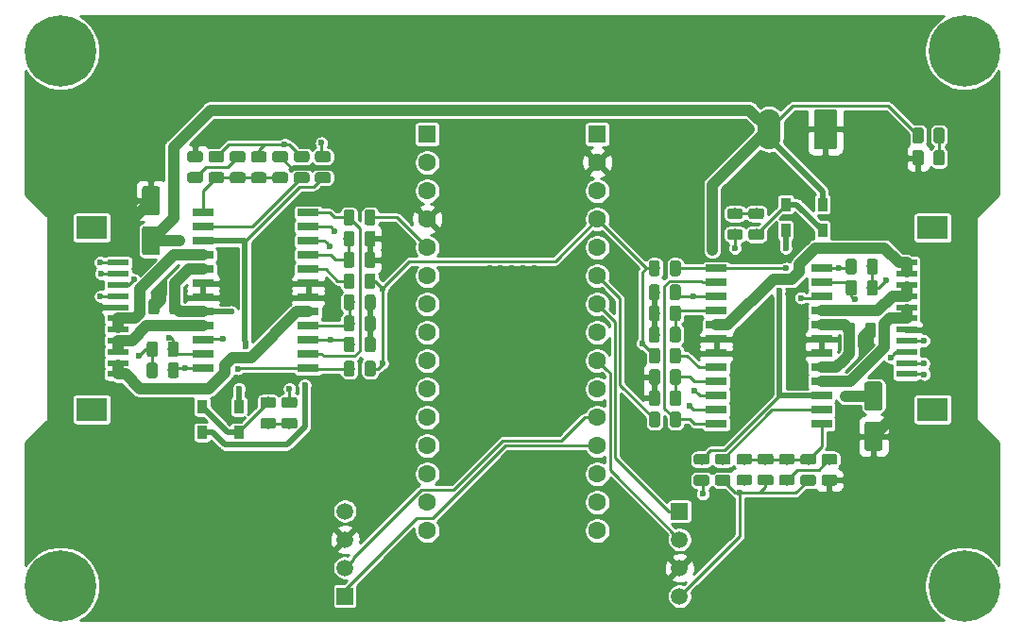
<source format=gbr>
G04 #@! TF.GenerationSoftware,KiCad,Pcbnew,(5.1.4)-1*
G04 #@! TF.CreationDate,2020-03-06T17:17:20+01:00*
G04 #@! TF.ProjectId,asserv_brushless,61737365-7276-45f6-9272-7573686c6573,rev?*
G04 #@! TF.SameCoordinates,Original*
G04 #@! TF.FileFunction,Copper,L1,Top*
G04 #@! TF.FilePolarity,Positive*
%FSLAX46Y46*%
G04 Gerber Fmt 4.6, Leading zero omitted, Abs format (unit mm)*
G04 Created by KiCad (PCBNEW (5.1.4)-1) date 2020-03-06 17:17:20*
%MOMM*%
%LPD*%
G04 APERTURE LIST*
%ADD10C,1.508000*%
%ADD11R,1.508000X1.508000*%
%ADD12C,6.400000*%
%ADD13O,2.080000X3.600000*%
%ADD14C,0.100000*%
%ADD15C,2.080000*%
%ADD16C,0.975000*%
%ADD17C,1.600000*%
%ADD18R,1.925000X0.700000*%
%ADD19R,2.800000X2.100000*%
%ADD20R,1.900000X0.600000*%
%ADD21R,0.900000X1.200000*%
%ADD22R,1.600000X1.600000*%
%ADD23C,0.600000*%
%ADD24C,1.000000*%
%ADD25C,0.250000*%
%ADD26C,1.000000*%
%ADD27C,0.500000*%
%ADD28C,0.254000*%
G04 APERTURE END LIST*
D10*
X109000000Y-102420000D03*
X109000000Y-99880000D03*
X109000000Y-97340000D03*
D11*
X109000000Y-94800000D03*
D10*
X79000000Y-94780000D03*
X79000000Y-97320000D03*
X79000000Y-99860000D03*
D11*
X79000000Y-102400000D03*
D12*
X53500000Y-53500000D03*
X134500000Y-53500000D03*
X134500000Y-101500000D03*
X53500000Y-101500000D03*
D13*
X116995000Y-60525000D03*
D14*
G36*
X122889505Y-58726204D02*
G01*
X122913773Y-58729804D01*
X122937572Y-58735765D01*
X122960671Y-58744030D01*
X122982850Y-58754520D01*
X123003893Y-58767132D01*
X123023599Y-58781747D01*
X123041777Y-58798223D01*
X123058253Y-58816401D01*
X123072868Y-58836107D01*
X123085480Y-58857150D01*
X123095970Y-58879329D01*
X123104235Y-58902428D01*
X123110196Y-58926227D01*
X123113796Y-58950495D01*
X123115000Y-58974999D01*
X123115000Y-62075001D01*
X123113796Y-62099505D01*
X123110196Y-62123773D01*
X123104235Y-62147572D01*
X123095970Y-62170671D01*
X123085480Y-62192850D01*
X123072868Y-62213893D01*
X123058253Y-62233599D01*
X123041777Y-62251777D01*
X123023599Y-62268253D01*
X123003893Y-62282868D01*
X122982850Y-62295480D01*
X122960671Y-62305970D01*
X122937572Y-62314235D01*
X122913773Y-62320196D01*
X122889505Y-62323796D01*
X122865001Y-62325000D01*
X121284999Y-62325000D01*
X121260495Y-62323796D01*
X121236227Y-62320196D01*
X121212428Y-62314235D01*
X121189329Y-62305970D01*
X121167150Y-62295480D01*
X121146107Y-62282868D01*
X121126401Y-62268253D01*
X121108223Y-62251777D01*
X121091747Y-62233599D01*
X121077132Y-62213893D01*
X121064520Y-62192850D01*
X121054030Y-62170671D01*
X121045765Y-62147572D01*
X121039804Y-62123773D01*
X121036204Y-62099505D01*
X121035000Y-62075001D01*
X121035000Y-58974999D01*
X121036204Y-58950495D01*
X121039804Y-58926227D01*
X121045765Y-58902428D01*
X121054030Y-58879329D01*
X121064520Y-58857150D01*
X121077132Y-58836107D01*
X121091747Y-58816401D01*
X121108223Y-58798223D01*
X121126401Y-58781747D01*
X121146107Y-58767132D01*
X121167150Y-58754520D01*
X121189329Y-58744030D01*
X121212428Y-58735765D01*
X121236227Y-58729804D01*
X121260495Y-58726204D01*
X121284999Y-58725000D01*
X122865001Y-58725000D01*
X122889505Y-58726204D01*
X122889505Y-58726204D01*
G37*
D15*
X122075000Y-60525000D03*
D14*
G36*
X130646742Y-60389774D02*
G01*
X130670403Y-60393284D01*
X130693607Y-60399096D01*
X130716129Y-60407154D01*
X130737753Y-60417382D01*
X130758270Y-60429679D01*
X130777483Y-60443929D01*
X130795207Y-60459993D01*
X130811271Y-60477717D01*
X130825521Y-60496930D01*
X130837818Y-60517447D01*
X130848046Y-60539071D01*
X130856104Y-60561593D01*
X130861916Y-60584797D01*
X130865426Y-60608458D01*
X130866600Y-60632350D01*
X130866600Y-61544850D01*
X130865426Y-61568742D01*
X130861916Y-61592403D01*
X130856104Y-61615607D01*
X130848046Y-61638129D01*
X130837818Y-61659753D01*
X130825521Y-61680270D01*
X130811271Y-61699483D01*
X130795207Y-61717207D01*
X130777483Y-61733271D01*
X130758270Y-61747521D01*
X130737753Y-61759818D01*
X130716129Y-61770046D01*
X130693607Y-61778104D01*
X130670403Y-61783916D01*
X130646742Y-61787426D01*
X130622850Y-61788600D01*
X130135350Y-61788600D01*
X130111458Y-61787426D01*
X130087797Y-61783916D01*
X130064593Y-61778104D01*
X130042071Y-61770046D01*
X130020447Y-61759818D01*
X129999930Y-61747521D01*
X129980717Y-61733271D01*
X129962993Y-61717207D01*
X129946929Y-61699483D01*
X129932679Y-61680270D01*
X129920382Y-61659753D01*
X129910154Y-61638129D01*
X129902096Y-61615607D01*
X129896284Y-61592403D01*
X129892774Y-61568742D01*
X129891600Y-61544850D01*
X129891600Y-60632350D01*
X129892774Y-60608458D01*
X129896284Y-60584797D01*
X129902096Y-60561593D01*
X129910154Y-60539071D01*
X129920382Y-60517447D01*
X129932679Y-60496930D01*
X129946929Y-60477717D01*
X129962993Y-60459993D01*
X129980717Y-60443929D01*
X129999930Y-60429679D01*
X130020447Y-60417382D01*
X130042071Y-60407154D01*
X130064593Y-60399096D01*
X130087797Y-60393284D01*
X130111458Y-60389774D01*
X130135350Y-60388600D01*
X130622850Y-60388600D01*
X130646742Y-60389774D01*
X130646742Y-60389774D01*
G37*
D16*
X130379100Y-61088600D03*
D14*
G36*
X132521742Y-60389774D02*
G01*
X132545403Y-60393284D01*
X132568607Y-60399096D01*
X132591129Y-60407154D01*
X132612753Y-60417382D01*
X132633270Y-60429679D01*
X132652483Y-60443929D01*
X132670207Y-60459993D01*
X132686271Y-60477717D01*
X132700521Y-60496930D01*
X132712818Y-60517447D01*
X132723046Y-60539071D01*
X132731104Y-60561593D01*
X132736916Y-60584797D01*
X132740426Y-60608458D01*
X132741600Y-60632350D01*
X132741600Y-61544850D01*
X132740426Y-61568742D01*
X132736916Y-61592403D01*
X132731104Y-61615607D01*
X132723046Y-61638129D01*
X132712818Y-61659753D01*
X132700521Y-61680270D01*
X132686271Y-61699483D01*
X132670207Y-61717207D01*
X132652483Y-61733271D01*
X132633270Y-61747521D01*
X132612753Y-61759818D01*
X132591129Y-61770046D01*
X132568607Y-61778104D01*
X132545403Y-61783916D01*
X132521742Y-61787426D01*
X132497850Y-61788600D01*
X132010350Y-61788600D01*
X131986458Y-61787426D01*
X131962797Y-61783916D01*
X131939593Y-61778104D01*
X131917071Y-61770046D01*
X131895447Y-61759818D01*
X131874930Y-61747521D01*
X131855717Y-61733271D01*
X131837993Y-61717207D01*
X131821929Y-61699483D01*
X131807679Y-61680270D01*
X131795382Y-61659753D01*
X131785154Y-61638129D01*
X131777096Y-61615607D01*
X131771284Y-61592403D01*
X131767774Y-61568742D01*
X131766600Y-61544850D01*
X131766600Y-60632350D01*
X131767774Y-60608458D01*
X131771284Y-60584797D01*
X131777096Y-60561593D01*
X131785154Y-60539071D01*
X131795382Y-60517447D01*
X131807679Y-60496930D01*
X131821929Y-60477717D01*
X131837993Y-60459993D01*
X131855717Y-60443929D01*
X131874930Y-60429679D01*
X131895447Y-60417382D01*
X131917071Y-60407154D01*
X131939593Y-60399096D01*
X131962797Y-60393284D01*
X131986458Y-60389774D01*
X132010350Y-60388600D01*
X132497850Y-60388600D01*
X132521742Y-60389774D01*
X132521742Y-60389774D01*
G37*
D16*
X132254100Y-61088600D03*
D14*
G36*
X130646742Y-62389774D02*
G01*
X130670403Y-62393284D01*
X130693607Y-62399096D01*
X130716129Y-62407154D01*
X130737753Y-62417382D01*
X130758270Y-62429679D01*
X130777483Y-62443929D01*
X130795207Y-62459993D01*
X130811271Y-62477717D01*
X130825521Y-62496930D01*
X130837818Y-62517447D01*
X130848046Y-62539071D01*
X130856104Y-62561593D01*
X130861916Y-62584797D01*
X130865426Y-62608458D01*
X130866600Y-62632350D01*
X130866600Y-63544850D01*
X130865426Y-63568742D01*
X130861916Y-63592403D01*
X130856104Y-63615607D01*
X130848046Y-63638129D01*
X130837818Y-63659753D01*
X130825521Y-63680270D01*
X130811271Y-63699483D01*
X130795207Y-63717207D01*
X130777483Y-63733271D01*
X130758270Y-63747521D01*
X130737753Y-63759818D01*
X130716129Y-63770046D01*
X130693607Y-63778104D01*
X130670403Y-63783916D01*
X130646742Y-63787426D01*
X130622850Y-63788600D01*
X130135350Y-63788600D01*
X130111458Y-63787426D01*
X130087797Y-63783916D01*
X130064593Y-63778104D01*
X130042071Y-63770046D01*
X130020447Y-63759818D01*
X129999930Y-63747521D01*
X129980717Y-63733271D01*
X129962993Y-63717207D01*
X129946929Y-63699483D01*
X129932679Y-63680270D01*
X129920382Y-63659753D01*
X129910154Y-63638129D01*
X129902096Y-63615607D01*
X129896284Y-63592403D01*
X129892774Y-63568742D01*
X129891600Y-63544850D01*
X129891600Y-62632350D01*
X129892774Y-62608458D01*
X129896284Y-62584797D01*
X129902096Y-62561593D01*
X129910154Y-62539071D01*
X129920382Y-62517447D01*
X129932679Y-62496930D01*
X129946929Y-62477717D01*
X129962993Y-62459993D01*
X129980717Y-62443929D01*
X129999930Y-62429679D01*
X130020447Y-62417382D01*
X130042071Y-62407154D01*
X130064593Y-62399096D01*
X130087797Y-62393284D01*
X130111458Y-62389774D01*
X130135350Y-62388600D01*
X130622850Y-62388600D01*
X130646742Y-62389774D01*
X130646742Y-62389774D01*
G37*
D16*
X130379100Y-63088600D03*
D14*
G36*
X132521742Y-62389774D02*
G01*
X132545403Y-62393284D01*
X132568607Y-62399096D01*
X132591129Y-62407154D01*
X132612753Y-62417382D01*
X132633270Y-62429679D01*
X132652483Y-62443929D01*
X132670207Y-62459993D01*
X132686271Y-62477717D01*
X132700521Y-62496930D01*
X132712818Y-62517447D01*
X132723046Y-62539071D01*
X132731104Y-62561593D01*
X132736916Y-62584797D01*
X132740426Y-62608458D01*
X132741600Y-62632350D01*
X132741600Y-63544850D01*
X132740426Y-63568742D01*
X132736916Y-63592403D01*
X132731104Y-63615607D01*
X132723046Y-63638129D01*
X132712818Y-63659753D01*
X132700521Y-63680270D01*
X132686271Y-63699483D01*
X132670207Y-63717207D01*
X132652483Y-63733271D01*
X132633270Y-63747521D01*
X132612753Y-63759818D01*
X132591129Y-63770046D01*
X132568607Y-63778104D01*
X132545403Y-63783916D01*
X132521742Y-63787426D01*
X132497850Y-63788600D01*
X132010350Y-63788600D01*
X131986458Y-63787426D01*
X131962797Y-63783916D01*
X131939593Y-63778104D01*
X131917071Y-63770046D01*
X131895447Y-63759818D01*
X131874930Y-63747521D01*
X131855717Y-63733271D01*
X131837993Y-63717207D01*
X131821929Y-63699483D01*
X131807679Y-63680270D01*
X131795382Y-63659753D01*
X131785154Y-63638129D01*
X131777096Y-63615607D01*
X131771284Y-63592403D01*
X131767774Y-63568742D01*
X131766600Y-63544850D01*
X131766600Y-62632350D01*
X131767774Y-62608458D01*
X131771284Y-62584797D01*
X131777096Y-62561593D01*
X131785154Y-62539071D01*
X131795382Y-62517447D01*
X131807679Y-62496930D01*
X131821929Y-62477717D01*
X131837993Y-62459993D01*
X131855717Y-62443929D01*
X131874930Y-62429679D01*
X131895447Y-62417382D01*
X131917071Y-62407154D01*
X131939593Y-62399096D01*
X131962797Y-62393284D01*
X131986458Y-62389774D01*
X132010350Y-62388600D01*
X132497850Y-62388600D01*
X132521742Y-62389774D01*
X132521742Y-62389774D01*
G37*
D16*
X132254100Y-63088600D03*
D14*
G36*
X126949504Y-86776204D02*
G01*
X126973773Y-86779804D01*
X126997571Y-86785765D01*
X127020671Y-86794030D01*
X127042849Y-86804520D01*
X127063893Y-86817133D01*
X127083598Y-86831747D01*
X127101777Y-86848223D01*
X127118253Y-86866402D01*
X127132867Y-86886107D01*
X127145480Y-86907151D01*
X127155970Y-86929329D01*
X127164235Y-86952429D01*
X127170196Y-86976227D01*
X127173796Y-87000496D01*
X127175000Y-87025000D01*
X127175000Y-89125000D01*
X127173796Y-89149504D01*
X127170196Y-89173773D01*
X127164235Y-89197571D01*
X127155970Y-89220671D01*
X127145480Y-89242849D01*
X127132867Y-89263893D01*
X127118253Y-89283598D01*
X127101777Y-89301777D01*
X127083598Y-89318253D01*
X127063893Y-89332867D01*
X127042849Y-89345480D01*
X127020671Y-89355970D01*
X126997571Y-89364235D01*
X126973773Y-89370196D01*
X126949504Y-89373796D01*
X126925000Y-89375000D01*
X125825000Y-89375000D01*
X125800496Y-89373796D01*
X125776227Y-89370196D01*
X125752429Y-89364235D01*
X125729329Y-89355970D01*
X125707151Y-89345480D01*
X125686107Y-89332867D01*
X125666402Y-89318253D01*
X125648223Y-89301777D01*
X125631747Y-89283598D01*
X125617133Y-89263893D01*
X125604520Y-89242849D01*
X125594030Y-89220671D01*
X125585765Y-89197571D01*
X125579804Y-89173773D01*
X125576204Y-89149504D01*
X125575000Y-89125000D01*
X125575000Y-87025000D01*
X125576204Y-87000496D01*
X125579804Y-86976227D01*
X125585765Y-86952429D01*
X125594030Y-86929329D01*
X125604520Y-86907151D01*
X125617133Y-86886107D01*
X125631747Y-86866402D01*
X125648223Y-86848223D01*
X125666402Y-86831747D01*
X125686107Y-86817133D01*
X125707151Y-86804520D01*
X125729329Y-86794030D01*
X125752429Y-86785765D01*
X125776227Y-86779804D01*
X125800496Y-86776204D01*
X125825000Y-86775000D01*
X126925000Y-86775000D01*
X126949504Y-86776204D01*
X126949504Y-86776204D01*
G37*
D17*
X126375000Y-88075000D03*
D14*
G36*
X126949504Y-83176204D02*
G01*
X126973773Y-83179804D01*
X126997571Y-83185765D01*
X127020671Y-83194030D01*
X127042849Y-83204520D01*
X127063893Y-83217133D01*
X127083598Y-83231747D01*
X127101777Y-83248223D01*
X127118253Y-83266402D01*
X127132867Y-83286107D01*
X127145480Y-83307151D01*
X127155970Y-83329329D01*
X127164235Y-83352429D01*
X127170196Y-83376227D01*
X127173796Y-83400496D01*
X127175000Y-83425000D01*
X127175000Y-85525000D01*
X127173796Y-85549504D01*
X127170196Y-85573773D01*
X127164235Y-85597571D01*
X127155970Y-85620671D01*
X127145480Y-85642849D01*
X127132867Y-85663893D01*
X127118253Y-85683598D01*
X127101777Y-85701777D01*
X127083598Y-85718253D01*
X127063893Y-85732867D01*
X127042849Y-85745480D01*
X127020671Y-85755970D01*
X126997571Y-85764235D01*
X126973773Y-85770196D01*
X126949504Y-85773796D01*
X126925000Y-85775000D01*
X125825000Y-85775000D01*
X125800496Y-85773796D01*
X125776227Y-85770196D01*
X125752429Y-85764235D01*
X125729329Y-85755970D01*
X125707151Y-85745480D01*
X125686107Y-85732867D01*
X125666402Y-85718253D01*
X125648223Y-85701777D01*
X125631747Y-85683598D01*
X125617133Y-85663893D01*
X125604520Y-85642849D01*
X125594030Y-85620671D01*
X125585765Y-85597571D01*
X125579804Y-85573773D01*
X125576204Y-85549504D01*
X125575000Y-85525000D01*
X125575000Y-83425000D01*
X125576204Y-83400496D01*
X125579804Y-83376227D01*
X125585765Y-83352429D01*
X125594030Y-83329329D01*
X125604520Y-83307151D01*
X125617133Y-83286107D01*
X125631747Y-83266402D01*
X125648223Y-83248223D01*
X125666402Y-83231747D01*
X125686107Y-83217133D01*
X125707151Y-83204520D01*
X125729329Y-83194030D01*
X125752429Y-83185765D01*
X125776227Y-83179804D01*
X125800496Y-83176204D01*
X125825000Y-83175000D01*
X126925000Y-83175000D01*
X126949504Y-83176204D01*
X126949504Y-83176204D01*
G37*
D17*
X126375000Y-84475000D03*
D14*
G36*
X126380142Y-77851174D02*
G01*
X126403803Y-77854684D01*
X126427007Y-77860496D01*
X126449529Y-77868554D01*
X126471153Y-77878782D01*
X126491670Y-77891079D01*
X126510883Y-77905329D01*
X126528607Y-77921393D01*
X126544671Y-77939117D01*
X126558921Y-77958330D01*
X126571218Y-77978847D01*
X126581446Y-78000471D01*
X126589504Y-78022993D01*
X126595316Y-78046197D01*
X126598826Y-78069858D01*
X126600000Y-78093750D01*
X126600000Y-79006250D01*
X126598826Y-79030142D01*
X126595316Y-79053803D01*
X126589504Y-79077007D01*
X126581446Y-79099529D01*
X126571218Y-79121153D01*
X126558921Y-79141670D01*
X126544671Y-79160883D01*
X126528607Y-79178607D01*
X126510883Y-79194671D01*
X126491670Y-79208921D01*
X126471153Y-79221218D01*
X126449529Y-79231446D01*
X126427007Y-79239504D01*
X126403803Y-79245316D01*
X126380142Y-79248826D01*
X126356250Y-79250000D01*
X125868750Y-79250000D01*
X125844858Y-79248826D01*
X125821197Y-79245316D01*
X125797993Y-79239504D01*
X125775471Y-79231446D01*
X125753847Y-79221218D01*
X125733330Y-79208921D01*
X125714117Y-79194671D01*
X125696393Y-79178607D01*
X125680329Y-79160883D01*
X125666079Y-79141670D01*
X125653782Y-79121153D01*
X125643554Y-79099529D01*
X125635496Y-79077007D01*
X125629684Y-79053803D01*
X125626174Y-79030142D01*
X125625000Y-79006250D01*
X125625000Y-78093750D01*
X125626174Y-78069858D01*
X125629684Y-78046197D01*
X125635496Y-78022993D01*
X125643554Y-78000471D01*
X125653782Y-77978847D01*
X125666079Y-77958330D01*
X125680329Y-77939117D01*
X125696393Y-77921393D01*
X125714117Y-77905329D01*
X125733330Y-77891079D01*
X125753847Y-77878782D01*
X125775471Y-77868554D01*
X125797993Y-77860496D01*
X125821197Y-77854684D01*
X125844858Y-77851174D01*
X125868750Y-77850000D01*
X126356250Y-77850000D01*
X126380142Y-77851174D01*
X126380142Y-77851174D01*
G37*
D16*
X126112500Y-78550000D03*
D14*
G36*
X124505142Y-77851174D02*
G01*
X124528803Y-77854684D01*
X124552007Y-77860496D01*
X124574529Y-77868554D01*
X124596153Y-77878782D01*
X124616670Y-77891079D01*
X124635883Y-77905329D01*
X124653607Y-77921393D01*
X124669671Y-77939117D01*
X124683921Y-77958330D01*
X124696218Y-77978847D01*
X124706446Y-78000471D01*
X124714504Y-78022993D01*
X124720316Y-78046197D01*
X124723826Y-78069858D01*
X124725000Y-78093750D01*
X124725000Y-79006250D01*
X124723826Y-79030142D01*
X124720316Y-79053803D01*
X124714504Y-79077007D01*
X124706446Y-79099529D01*
X124696218Y-79121153D01*
X124683921Y-79141670D01*
X124669671Y-79160883D01*
X124653607Y-79178607D01*
X124635883Y-79194671D01*
X124616670Y-79208921D01*
X124596153Y-79221218D01*
X124574529Y-79231446D01*
X124552007Y-79239504D01*
X124528803Y-79245316D01*
X124505142Y-79248826D01*
X124481250Y-79250000D01*
X123993750Y-79250000D01*
X123969858Y-79248826D01*
X123946197Y-79245316D01*
X123922993Y-79239504D01*
X123900471Y-79231446D01*
X123878847Y-79221218D01*
X123858330Y-79208921D01*
X123839117Y-79194671D01*
X123821393Y-79178607D01*
X123805329Y-79160883D01*
X123791079Y-79141670D01*
X123778782Y-79121153D01*
X123768554Y-79099529D01*
X123760496Y-79077007D01*
X123754684Y-79053803D01*
X123751174Y-79030142D01*
X123750000Y-79006250D01*
X123750000Y-78093750D01*
X123751174Y-78069858D01*
X123754684Y-78046197D01*
X123760496Y-78022993D01*
X123768554Y-78000471D01*
X123778782Y-77978847D01*
X123791079Y-77958330D01*
X123805329Y-77939117D01*
X123821393Y-77921393D01*
X123839117Y-77905329D01*
X123858330Y-77891079D01*
X123878847Y-77878782D01*
X123900471Y-77868554D01*
X123922993Y-77860496D01*
X123946197Y-77854684D01*
X123969858Y-77851174D01*
X123993750Y-77850000D01*
X124481250Y-77850000D01*
X124505142Y-77851174D01*
X124505142Y-77851174D01*
G37*
D16*
X124237500Y-78550000D03*
D14*
G36*
X111455142Y-91526174D02*
G01*
X111478803Y-91529684D01*
X111502007Y-91535496D01*
X111524529Y-91543554D01*
X111546153Y-91553782D01*
X111566670Y-91566079D01*
X111585883Y-91580329D01*
X111603607Y-91596393D01*
X111619671Y-91614117D01*
X111633921Y-91633330D01*
X111646218Y-91653847D01*
X111656446Y-91675471D01*
X111664504Y-91697993D01*
X111670316Y-91721197D01*
X111673826Y-91744858D01*
X111675000Y-91768750D01*
X111675000Y-92256250D01*
X111673826Y-92280142D01*
X111670316Y-92303803D01*
X111664504Y-92327007D01*
X111656446Y-92349529D01*
X111646218Y-92371153D01*
X111633921Y-92391670D01*
X111619671Y-92410883D01*
X111603607Y-92428607D01*
X111585883Y-92444671D01*
X111566670Y-92458921D01*
X111546153Y-92471218D01*
X111524529Y-92481446D01*
X111502007Y-92489504D01*
X111478803Y-92495316D01*
X111455142Y-92498826D01*
X111431250Y-92500000D01*
X110518750Y-92500000D01*
X110494858Y-92498826D01*
X110471197Y-92495316D01*
X110447993Y-92489504D01*
X110425471Y-92481446D01*
X110403847Y-92471218D01*
X110383330Y-92458921D01*
X110364117Y-92444671D01*
X110346393Y-92428607D01*
X110330329Y-92410883D01*
X110316079Y-92391670D01*
X110303782Y-92371153D01*
X110293554Y-92349529D01*
X110285496Y-92327007D01*
X110279684Y-92303803D01*
X110276174Y-92280142D01*
X110275000Y-92256250D01*
X110275000Y-91768750D01*
X110276174Y-91744858D01*
X110279684Y-91721197D01*
X110285496Y-91697993D01*
X110293554Y-91675471D01*
X110303782Y-91653847D01*
X110316079Y-91633330D01*
X110330329Y-91614117D01*
X110346393Y-91596393D01*
X110364117Y-91580329D01*
X110383330Y-91566079D01*
X110403847Y-91553782D01*
X110425471Y-91543554D01*
X110447993Y-91535496D01*
X110471197Y-91529684D01*
X110494858Y-91526174D01*
X110518750Y-91525000D01*
X111431250Y-91525000D01*
X111455142Y-91526174D01*
X111455142Y-91526174D01*
G37*
D16*
X110975000Y-92012500D03*
D14*
G36*
X111455142Y-89651174D02*
G01*
X111478803Y-89654684D01*
X111502007Y-89660496D01*
X111524529Y-89668554D01*
X111546153Y-89678782D01*
X111566670Y-89691079D01*
X111585883Y-89705329D01*
X111603607Y-89721393D01*
X111619671Y-89739117D01*
X111633921Y-89758330D01*
X111646218Y-89778847D01*
X111656446Y-89800471D01*
X111664504Y-89822993D01*
X111670316Y-89846197D01*
X111673826Y-89869858D01*
X111675000Y-89893750D01*
X111675000Y-90381250D01*
X111673826Y-90405142D01*
X111670316Y-90428803D01*
X111664504Y-90452007D01*
X111656446Y-90474529D01*
X111646218Y-90496153D01*
X111633921Y-90516670D01*
X111619671Y-90535883D01*
X111603607Y-90553607D01*
X111585883Y-90569671D01*
X111566670Y-90583921D01*
X111546153Y-90596218D01*
X111524529Y-90606446D01*
X111502007Y-90614504D01*
X111478803Y-90620316D01*
X111455142Y-90623826D01*
X111431250Y-90625000D01*
X110518750Y-90625000D01*
X110494858Y-90623826D01*
X110471197Y-90620316D01*
X110447993Y-90614504D01*
X110425471Y-90606446D01*
X110403847Y-90596218D01*
X110383330Y-90583921D01*
X110364117Y-90569671D01*
X110346393Y-90553607D01*
X110330329Y-90535883D01*
X110316079Y-90516670D01*
X110303782Y-90496153D01*
X110293554Y-90474529D01*
X110285496Y-90452007D01*
X110279684Y-90428803D01*
X110276174Y-90405142D01*
X110275000Y-90381250D01*
X110275000Y-89893750D01*
X110276174Y-89869858D01*
X110279684Y-89846197D01*
X110285496Y-89822993D01*
X110293554Y-89800471D01*
X110303782Y-89778847D01*
X110316079Y-89758330D01*
X110330329Y-89739117D01*
X110346393Y-89721393D01*
X110364117Y-89705329D01*
X110383330Y-89691079D01*
X110403847Y-89678782D01*
X110425471Y-89668554D01*
X110447993Y-89660496D01*
X110471197Y-89654684D01*
X110494858Y-89651174D01*
X110518750Y-89650000D01*
X111431250Y-89650000D01*
X111455142Y-89651174D01*
X111455142Y-89651174D01*
G37*
D16*
X110975000Y-90137500D03*
D14*
G36*
X114447942Y-67603174D02*
G01*
X114471603Y-67606684D01*
X114494807Y-67612496D01*
X114517329Y-67620554D01*
X114538953Y-67630782D01*
X114559470Y-67643079D01*
X114578683Y-67657329D01*
X114596407Y-67673393D01*
X114612471Y-67691117D01*
X114626721Y-67710330D01*
X114639018Y-67730847D01*
X114649246Y-67752471D01*
X114657304Y-67774993D01*
X114663116Y-67798197D01*
X114666626Y-67821858D01*
X114667800Y-67845750D01*
X114667800Y-68333250D01*
X114666626Y-68357142D01*
X114663116Y-68380803D01*
X114657304Y-68404007D01*
X114649246Y-68426529D01*
X114639018Y-68448153D01*
X114626721Y-68468670D01*
X114612471Y-68487883D01*
X114596407Y-68505607D01*
X114578683Y-68521671D01*
X114559470Y-68535921D01*
X114538953Y-68548218D01*
X114517329Y-68558446D01*
X114494807Y-68566504D01*
X114471603Y-68572316D01*
X114447942Y-68575826D01*
X114424050Y-68577000D01*
X113511550Y-68577000D01*
X113487658Y-68575826D01*
X113463997Y-68572316D01*
X113440793Y-68566504D01*
X113418271Y-68558446D01*
X113396647Y-68548218D01*
X113376130Y-68535921D01*
X113356917Y-68521671D01*
X113339193Y-68505607D01*
X113323129Y-68487883D01*
X113308879Y-68468670D01*
X113296582Y-68448153D01*
X113286354Y-68426529D01*
X113278296Y-68404007D01*
X113272484Y-68380803D01*
X113268974Y-68357142D01*
X113267800Y-68333250D01*
X113267800Y-67845750D01*
X113268974Y-67821858D01*
X113272484Y-67798197D01*
X113278296Y-67774993D01*
X113286354Y-67752471D01*
X113296582Y-67730847D01*
X113308879Y-67710330D01*
X113323129Y-67691117D01*
X113339193Y-67673393D01*
X113356917Y-67657329D01*
X113376130Y-67643079D01*
X113396647Y-67630782D01*
X113418271Y-67620554D01*
X113440793Y-67612496D01*
X113463997Y-67606684D01*
X113487658Y-67603174D01*
X113511550Y-67602000D01*
X114424050Y-67602000D01*
X114447942Y-67603174D01*
X114447942Y-67603174D01*
G37*
D16*
X113967800Y-68089500D03*
D14*
G36*
X114447942Y-69478174D02*
G01*
X114471603Y-69481684D01*
X114494807Y-69487496D01*
X114517329Y-69495554D01*
X114538953Y-69505782D01*
X114559470Y-69518079D01*
X114578683Y-69532329D01*
X114596407Y-69548393D01*
X114612471Y-69566117D01*
X114626721Y-69585330D01*
X114639018Y-69605847D01*
X114649246Y-69627471D01*
X114657304Y-69649993D01*
X114663116Y-69673197D01*
X114666626Y-69696858D01*
X114667800Y-69720750D01*
X114667800Y-70208250D01*
X114666626Y-70232142D01*
X114663116Y-70255803D01*
X114657304Y-70279007D01*
X114649246Y-70301529D01*
X114639018Y-70323153D01*
X114626721Y-70343670D01*
X114612471Y-70362883D01*
X114596407Y-70380607D01*
X114578683Y-70396671D01*
X114559470Y-70410921D01*
X114538953Y-70423218D01*
X114517329Y-70433446D01*
X114494807Y-70441504D01*
X114471603Y-70447316D01*
X114447942Y-70450826D01*
X114424050Y-70452000D01*
X113511550Y-70452000D01*
X113487658Y-70450826D01*
X113463997Y-70447316D01*
X113440793Y-70441504D01*
X113418271Y-70433446D01*
X113396647Y-70423218D01*
X113376130Y-70410921D01*
X113356917Y-70396671D01*
X113339193Y-70380607D01*
X113323129Y-70362883D01*
X113308879Y-70343670D01*
X113296582Y-70323153D01*
X113286354Y-70301529D01*
X113278296Y-70279007D01*
X113272484Y-70255803D01*
X113268974Y-70232142D01*
X113267800Y-70208250D01*
X113267800Y-69720750D01*
X113268974Y-69696858D01*
X113272484Y-69673197D01*
X113278296Y-69649993D01*
X113286354Y-69627471D01*
X113296582Y-69605847D01*
X113308879Y-69585330D01*
X113323129Y-69566117D01*
X113339193Y-69548393D01*
X113356917Y-69532329D01*
X113376130Y-69518079D01*
X113396647Y-69505782D01*
X113418271Y-69495554D01*
X113440793Y-69487496D01*
X113463997Y-69481684D01*
X113487658Y-69478174D01*
X113511550Y-69477000D01*
X114424050Y-69477000D01*
X114447942Y-69478174D01*
X114447942Y-69478174D01*
G37*
D16*
X113967800Y-69964500D03*
D14*
G36*
X115278742Y-91517374D02*
G01*
X115302403Y-91520884D01*
X115325607Y-91526696D01*
X115348129Y-91534754D01*
X115369753Y-91544982D01*
X115390270Y-91557279D01*
X115409483Y-91571529D01*
X115427207Y-91587593D01*
X115443271Y-91605317D01*
X115457521Y-91624530D01*
X115469818Y-91645047D01*
X115480046Y-91666671D01*
X115488104Y-91689193D01*
X115493916Y-91712397D01*
X115497426Y-91736058D01*
X115498600Y-91759950D01*
X115498600Y-92247450D01*
X115497426Y-92271342D01*
X115493916Y-92295003D01*
X115488104Y-92318207D01*
X115480046Y-92340729D01*
X115469818Y-92362353D01*
X115457521Y-92382870D01*
X115443271Y-92402083D01*
X115427207Y-92419807D01*
X115409483Y-92435871D01*
X115390270Y-92450121D01*
X115369753Y-92462418D01*
X115348129Y-92472646D01*
X115325607Y-92480704D01*
X115302403Y-92486516D01*
X115278742Y-92490026D01*
X115254850Y-92491200D01*
X114342350Y-92491200D01*
X114318458Y-92490026D01*
X114294797Y-92486516D01*
X114271593Y-92480704D01*
X114249071Y-92472646D01*
X114227447Y-92462418D01*
X114206930Y-92450121D01*
X114187717Y-92435871D01*
X114169993Y-92419807D01*
X114153929Y-92402083D01*
X114139679Y-92382870D01*
X114127382Y-92362353D01*
X114117154Y-92340729D01*
X114109096Y-92318207D01*
X114103284Y-92295003D01*
X114099774Y-92271342D01*
X114098600Y-92247450D01*
X114098600Y-91759950D01*
X114099774Y-91736058D01*
X114103284Y-91712397D01*
X114109096Y-91689193D01*
X114117154Y-91666671D01*
X114127382Y-91645047D01*
X114139679Y-91624530D01*
X114153929Y-91605317D01*
X114169993Y-91587593D01*
X114187717Y-91571529D01*
X114206930Y-91557279D01*
X114227447Y-91544982D01*
X114249071Y-91534754D01*
X114271593Y-91526696D01*
X114294797Y-91520884D01*
X114318458Y-91517374D01*
X114342350Y-91516200D01*
X115254850Y-91516200D01*
X115278742Y-91517374D01*
X115278742Y-91517374D01*
G37*
D16*
X114798600Y-92003700D03*
D14*
G36*
X115278742Y-89642374D02*
G01*
X115302403Y-89645884D01*
X115325607Y-89651696D01*
X115348129Y-89659754D01*
X115369753Y-89669982D01*
X115390270Y-89682279D01*
X115409483Y-89696529D01*
X115427207Y-89712593D01*
X115443271Y-89730317D01*
X115457521Y-89749530D01*
X115469818Y-89770047D01*
X115480046Y-89791671D01*
X115488104Y-89814193D01*
X115493916Y-89837397D01*
X115497426Y-89861058D01*
X115498600Y-89884950D01*
X115498600Y-90372450D01*
X115497426Y-90396342D01*
X115493916Y-90420003D01*
X115488104Y-90443207D01*
X115480046Y-90465729D01*
X115469818Y-90487353D01*
X115457521Y-90507870D01*
X115443271Y-90527083D01*
X115427207Y-90544807D01*
X115409483Y-90560871D01*
X115390270Y-90575121D01*
X115369753Y-90587418D01*
X115348129Y-90597646D01*
X115325607Y-90605704D01*
X115302403Y-90611516D01*
X115278742Y-90615026D01*
X115254850Y-90616200D01*
X114342350Y-90616200D01*
X114318458Y-90615026D01*
X114294797Y-90611516D01*
X114271593Y-90605704D01*
X114249071Y-90597646D01*
X114227447Y-90587418D01*
X114206930Y-90575121D01*
X114187717Y-90560871D01*
X114169993Y-90544807D01*
X114153929Y-90527083D01*
X114139679Y-90507870D01*
X114127382Y-90487353D01*
X114117154Y-90465729D01*
X114109096Y-90443207D01*
X114103284Y-90420003D01*
X114099774Y-90396342D01*
X114098600Y-90372450D01*
X114098600Y-89884950D01*
X114099774Y-89861058D01*
X114103284Y-89837397D01*
X114109096Y-89814193D01*
X114117154Y-89791671D01*
X114127382Y-89770047D01*
X114139679Y-89749530D01*
X114153929Y-89730317D01*
X114169993Y-89712593D01*
X114187717Y-89696529D01*
X114206930Y-89682279D01*
X114227447Y-89669982D01*
X114249071Y-89659754D01*
X114271593Y-89651696D01*
X114294797Y-89645884D01*
X114318458Y-89642374D01*
X114342350Y-89641200D01*
X115254850Y-89641200D01*
X115278742Y-89642374D01*
X115278742Y-89642374D01*
G37*
D16*
X114798600Y-90128700D03*
D14*
G36*
X108893542Y-83956374D02*
G01*
X108917203Y-83959884D01*
X108940407Y-83965696D01*
X108962929Y-83973754D01*
X108984553Y-83983982D01*
X109005070Y-83996279D01*
X109024283Y-84010529D01*
X109042007Y-84026593D01*
X109058071Y-84044317D01*
X109072321Y-84063530D01*
X109084618Y-84084047D01*
X109094846Y-84105671D01*
X109102904Y-84128193D01*
X109108716Y-84151397D01*
X109112226Y-84175058D01*
X109113400Y-84198950D01*
X109113400Y-85111450D01*
X109112226Y-85135342D01*
X109108716Y-85159003D01*
X109102904Y-85182207D01*
X109094846Y-85204729D01*
X109084618Y-85226353D01*
X109072321Y-85246870D01*
X109058071Y-85266083D01*
X109042007Y-85283807D01*
X109024283Y-85299871D01*
X109005070Y-85314121D01*
X108984553Y-85326418D01*
X108962929Y-85336646D01*
X108940407Y-85344704D01*
X108917203Y-85350516D01*
X108893542Y-85354026D01*
X108869650Y-85355200D01*
X108382150Y-85355200D01*
X108358258Y-85354026D01*
X108334597Y-85350516D01*
X108311393Y-85344704D01*
X108288871Y-85336646D01*
X108267247Y-85326418D01*
X108246730Y-85314121D01*
X108227517Y-85299871D01*
X108209793Y-85283807D01*
X108193729Y-85266083D01*
X108179479Y-85246870D01*
X108167182Y-85226353D01*
X108156954Y-85204729D01*
X108148896Y-85182207D01*
X108143084Y-85159003D01*
X108139574Y-85135342D01*
X108138400Y-85111450D01*
X108138400Y-84198950D01*
X108139574Y-84175058D01*
X108143084Y-84151397D01*
X108148896Y-84128193D01*
X108156954Y-84105671D01*
X108167182Y-84084047D01*
X108179479Y-84063530D01*
X108193729Y-84044317D01*
X108209793Y-84026593D01*
X108227517Y-84010529D01*
X108246730Y-83996279D01*
X108267247Y-83983982D01*
X108288871Y-83973754D01*
X108311393Y-83965696D01*
X108334597Y-83959884D01*
X108358258Y-83956374D01*
X108382150Y-83955200D01*
X108869650Y-83955200D01*
X108893542Y-83956374D01*
X108893542Y-83956374D01*
G37*
D16*
X108625900Y-84655200D03*
D14*
G36*
X107018542Y-83956374D02*
G01*
X107042203Y-83959884D01*
X107065407Y-83965696D01*
X107087929Y-83973754D01*
X107109553Y-83983982D01*
X107130070Y-83996279D01*
X107149283Y-84010529D01*
X107167007Y-84026593D01*
X107183071Y-84044317D01*
X107197321Y-84063530D01*
X107209618Y-84084047D01*
X107219846Y-84105671D01*
X107227904Y-84128193D01*
X107233716Y-84151397D01*
X107237226Y-84175058D01*
X107238400Y-84198950D01*
X107238400Y-85111450D01*
X107237226Y-85135342D01*
X107233716Y-85159003D01*
X107227904Y-85182207D01*
X107219846Y-85204729D01*
X107209618Y-85226353D01*
X107197321Y-85246870D01*
X107183071Y-85266083D01*
X107167007Y-85283807D01*
X107149283Y-85299871D01*
X107130070Y-85314121D01*
X107109553Y-85326418D01*
X107087929Y-85336646D01*
X107065407Y-85344704D01*
X107042203Y-85350516D01*
X107018542Y-85354026D01*
X106994650Y-85355200D01*
X106507150Y-85355200D01*
X106483258Y-85354026D01*
X106459597Y-85350516D01*
X106436393Y-85344704D01*
X106413871Y-85336646D01*
X106392247Y-85326418D01*
X106371730Y-85314121D01*
X106352517Y-85299871D01*
X106334793Y-85283807D01*
X106318729Y-85266083D01*
X106304479Y-85246870D01*
X106292182Y-85226353D01*
X106281954Y-85204729D01*
X106273896Y-85182207D01*
X106268084Y-85159003D01*
X106264574Y-85135342D01*
X106263400Y-85111450D01*
X106263400Y-84198950D01*
X106264574Y-84175058D01*
X106268084Y-84151397D01*
X106273896Y-84128193D01*
X106281954Y-84105671D01*
X106292182Y-84084047D01*
X106304479Y-84063530D01*
X106318729Y-84044317D01*
X106334793Y-84026593D01*
X106352517Y-84010529D01*
X106371730Y-83996279D01*
X106392247Y-83983982D01*
X106413871Y-83973754D01*
X106436393Y-83965696D01*
X106459597Y-83959884D01*
X106483258Y-83956374D01*
X106507150Y-83955200D01*
X106994650Y-83955200D01*
X107018542Y-83956374D01*
X107018542Y-83956374D01*
G37*
D16*
X106750900Y-84655200D03*
D14*
G36*
X108880142Y-78251174D02*
G01*
X108903803Y-78254684D01*
X108927007Y-78260496D01*
X108949529Y-78268554D01*
X108971153Y-78278782D01*
X108991670Y-78291079D01*
X109010883Y-78305329D01*
X109028607Y-78321393D01*
X109044671Y-78339117D01*
X109058921Y-78358330D01*
X109071218Y-78378847D01*
X109081446Y-78400471D01*
X109089504Y-78422993D01*
X109095316Y-78446197D01*
X109098826Y-78469858D01*
X109100000Y-78493750D01*
X109100000Y-79406250D01*
X109098826Y-79430142D01*
X109095316Y-79453803D01*
X109089504Y-79477007D01*
X109081446Y-79499529D01*
X109071218Y-79521153D01*
X109058921Y-79541670D01*
X109044671Y-79560883D01*
X109028607Y-79578607D01*
X109010883Y-79594671D01*
X108991670Y-79608921D01*
X108971153Y-79621218D01*
X108949529Y-79631446D01*
X108927007Y-79639504D01*
X108903803Y-79645316D01*
X108880142Y-79648826D01*
X108856250Y-79650000D01*
X108368750Y-79650000D01*
X108344858Y-79648826D01*
X108321197Y-79645316D01*
X108297993Y-79639504D01*
X108275471Y-79631446D01*
X108253847Y-79621218D01*
X108233330Y-79608921D01*
X108214117Y-79594671D01*
X108196393Y-79578607D01*
X108180329Y-79560883D01*
X108166079Y-79541670D01*
X108153782Y-79521153D01*
X108143554Y-79499529D01*
X108135496Y-79477007D01*
X108129684Y-79453803D01*
X108126174Y-79430142D01*
X108125000Y-79406250D01*
X108125000Y-78493750D01*
X108126174Y-78469858D01*
X108129684Y-78446197D01*
X108135496Y-78422993D01*
X108143554Y-78400471D01*
X108153782Y-78378847D01*
X108166079Y-78358330D01*
X108180329Y-78339117D01*
X108196393Y-78321393D01*
X108214117Y-78305329D01*
X108233330Y-78291079D01*
X108253847Y-78278782D01*
X108275471Y-78268554D01*
X108297993Y-78260496D01*
X108321197Y-78254684D01*
X108344858Y-78251174D01*
X108368750Y-78250000D01*
X108856250Y-78250000D01*
X108880142Y-78251174D01*
X108880142Y-78251174D01*
G37*
D16*
X108612500Y-78950000D03*
D14*
G36*
X107005142Y-78251174D02*
G01*
X107028803Y-78254684D01*
X107052007Y-78260496D01*
X107074529Y-78268554D01*
X107096153Y-78278782D01*
X107116670Y-78291079D01*
X107135883Y-78305329D01*
X107153607Y-78321393D01*
X107169671Y-78339117D01*
X107183921Y-78358330D01*
X107196218Y-78378847D01*
X107206446Y-78400471D01*
X107214504Y-78422993D01*
X107220316Y-78446197D01*
X107223826Y-78469858D01*
X107225000Y-78493750D01*
X107225000Y-79406250D01*
X107223826Y-79430142D01*
X107220316Y-79453803D01*
X107214504Y-79477007D01*
X107206446Y-79499529D01*
X107196218Y-79521153D01*
X107183921Y-79541670D01*
X107169671Y-79560883D01*
X107153607Y-79578607D01*
X107135883Y-79594671D01*
X107116670Y-79608921D01*
X107096153Y-79621218D01*
X107074529Y-79631446D01*
X107052007Y-79639504D01*
X107028803Y-79645316D01*
X107005142Y-79648826D01*
X106981250Y-79650000D01*
X106493750Y-79650000D01*
X106469858Y-79648826D01*
X106446197Y-79645316D01*
X106422993Y-79639504D01*
X106400471Y-79631446D01*
X106378847Y-79621218D01*
X106358330Y-79608921D01*
X106339117Y-79594671D01*
X106321393Y-79578607D01*
X106305329Y-79560883D01*
X106291079Y-79541670D01*
X106278782Y-79521153D01*
X106268554Y-79499529D01*
X106260496Y-79477007D01*
X106254684Y-79453803D01*
X106251174Y-79430142D01*
X106250000Y-79406250D01*
X106250000Y-78493750D01*
X106251174Y-78469858D01*
X106254684Y-78446197D01*
X106260496Y-78422993D01*
X106268554Y-78400471D01*
X106278782Y-78378847D01*
X106291079Y-78358330D01*
X106305329Y-78339117D01*
X106321393Y-78321393D01*
X106339117Y-78305329D01*
X106358330Y-78291079D01*
X106378847Y-78278782D01*
X106400471Y-78268554D01*
X106422993Y-78260496D01*
X106446197Y-78254684D01*
X106469858Y-78251174D01*
X106493750Y-78250000D01*
X106981250Y-78250000D01*
X107005142Y-78251174D01*
X107005142Y-78251174D01*
G37*
D16*
X106737500Y-78950000D03*
D14*
G36*
X107005142Y-72301174D02*
G01*
X107028803Y-72304684D01*
X107052007Y-72310496D01*
X107074529Y-72318554D01*
X107096153Y-72328782D01*
X107116670Y-72341079D01*
X107135883Y-72355329D01*
X107153607Y-72371393D01*
X107169671Y-72389117D01*
X107183921Y-72408330D01*
X107196218Y-72428847D01*
X107206446Y-72450471D01*
X107214504Y-72472993D01*
X107220316Y-72496197D01*
X107223826Y-72519858D01*
X107225000Y-72543750D01*
X107225000Y-73456250D01*
X107223826Y-73480142D01*
X107220316Y-73503803D01*
X107214504Y-73527007D01*
X107206446Y-73549529D01*
X107196218Y-73571153D01*
X107183921Y-73591670D01*
X107169671Y-73610883D01*
X107153607Y-73628607D01*
X107135883Y-73644671D01*
X107116670Y-73658921D01*
X107096153Y-73671218D01*
X107074529Y-73681446D01*
X107052007Y-73689504D01*
X107028803Y-73695316D01*
X107005142Y-73698826D01*
X106981250Y-73700000D01*
X106493750Y-73700000D01*
X106469858Y-73698826D01*
X106446197Y-73695316D01*
X106422993Y-73689504D01*
X106400471Y-73681446D01*
X106378847Y-73671218D01*
X106358330Y-73658921D01*
X106339117Y-73644671D01*
X106321393Y-73628607D01*
X106305329Y-73610883D01*
X106291079Y-73591670D01*
X106278782Y-73571153D01*
X106268554Y-73549529D01*
X106260496Y-73527007D01*
X106254684Y-73503803D01*
X106251174Y-73480142D01*
X106250000Y-73456250D01*
X106250000Y-72543750D01*
X106251174Y-72519858D01*
X106254684Y-72496197D01*
X106260496Y-72472993D01*
X106268554Y-72450471D01*
X106278782Y-72428847D01*
X106291079Y-72408330D01*
X106305329Y-72389117D01*
X106321393Y-72371393D01*
X106339117Y-72355329D01*
X106358330Y-72341079D01*
X106378847Y-72328782D01*
X106400471Y-72318554D01*
X106422993Y-72310496D01*
X106446197Y-72304684D01*
X106469858Y-72301174D01*
X106493750Y-72300000D01*
X106981250Y-72300000D01*
X107005142Y-72301174D01*
X107005142Y-72301174D01*
G37*
D16*
X106737500Y-73000000D03*
D14*
G36*
X108880142Y-72301174D02*
G01*
X108903803Y-72304684D01*
X108927007Y-72310496D01*
X108949529Y-72318554D01*
X108971153Y-72328782D01*
X108991670Y-72341079D01*
X109010883Y-72355329D01*
X109028607Y-72371393D01*
X109044671Y-72389117D01*
X109058921Y-72408330D01*
X109071218Y-72428847D01*
X109081446Y-72450471D01*
X109089504Y-72472993D01*
X109095316Y-72496197D01*
X109098826Y-72519858D01*
X109100000Y-72543750D01*
X109100000Y-73456250D01*
X109098826Y-73480142D01*
X109095316Y-73503803D01*
X109089504Y-73527007D01*
X109081446Y-73549529D01*
X109071218Y-73571153D01*
X109058921Y-73591670D01*
X109044671Y-73610883D01*
X109028607Y-73628607D01*
X109010883Y-73644671D01*
X108991670Y-73658921D01*
X108971153Y-73671218D01*
X108949529Y-73681446D01*
X108927007Y-73689504D01*
X108903803Y-73695316D01*
X108880142Y-73698826D01*
X108856250Y-73700000D01*
X108368750Y-73700000D01*
X108344858Y-73698826D01*
X108321197Y-73695316D01*
X108297993Y-73689504D01*
X108275471Y-73681446D01*
X108253847Y-73671218D01*
X108233330Y-73658921D01*
X108214117Y-73644671D01*
X108196393Y-73628607D01*
X108180329Y-73610883D01*
X108166079Y-73591670D01*
X108153782Y-73571153D01*
X108143554Y-73549529D01*
X108135496Y-73527007D01*
X108129684Y-73503803D01*
X108126174Y-73480142D01*
X108125000Y-73456250D01*
X108125000Y-72543750D01*
X108126174Y-72519858D01*
X108129684Y-72496197D01*
X108135496Y-72472993D01*
X108143554Y-72450471D01*
X108153782Y-72428847D01*
X108166079Y-72408330D01*
X108180329Y-72389117D01*
X108196393Y-72371393D01*
X108214117Y-72355329D01*
X108233330Y-72341079D01*
X108253847Y-72328782D01*
X108275471Y-72318554D01*
X108297993Y-72310496D01*
X108321197Y-72304684D01*
X108344858Y-72301174D01*
X108368750Y-72300000D01*
X108856250Y-72300000D01*
X108880142Y-72301174D01*
X108880142Y-72301174D01*
G37*
D16*
X108612500Y-73000000D03*
D14*
G36*
X107005142Y-74451174D02*
G01*
X107028803Y-74454684D01*
X107052007Y-74460496D01*
X107074529Y-74468554D01*
X107096153Y-74478782D01*
X107116670Y-74491079D01*
X107135883Y-74505329D01*
X107153607Y-74521393D01*
X107169671Y-74539117D01*
X107183921Y-74558330D01*
X107196218Y-74578847D01*
X107206446Y-74600471D01*
X107214504Y-74622993D01*
X107220316Y-74646197D01*
X107223826Y-74669858D01*
X107225000Y-74693750D01*
X107225000Y-75606250D01*
X107223826Y-75630142D01*
X107220316Y-75653803D01*
X107214504Y-75677007D01*
X107206446Y-75699529D01*
X107196218Y-75721153D01*
X107183921Y-75741670D01*
X107169671Y-75760883D01*
X107153607Y-75778607D01*
X107135883Y-75794671D01*
X107116670Y-75808921D01*
X107096153Y-75821218D01*
X107074529Y-75831446D01*
X107052007Y-75839504D01*
X107028803Y-75845316D01*
X107005142Y-75848826D01*
X106981250Y-75850000D01*
X106493750Y-75850000D01*
X106469858Y-75848826D01*
X106446197Y-75845316D01*
X106422993Y-75839504D01*
X106400471Y-75831446D01*
X106378847Y-75821218D01*
X106358330Y-75808921D01*
X106339117Y-75794671D01*
X106321393Y-75778607D01*
X106305329Y-75760883D01*
X106291079Y-75741670D01*
X106278782Y-75721153D01*
X106268554Y-75699529D01*
X106260496Y-75677007D01*
X106254684Y-75653803D01*
X106251174Y-75630142D01*
X106250000Y-75606250D01*
X106250000Y-74693750D01*
X106251174Y-74669858D01*
X106254684Y-74646197D01*
X106260496Y-74622993D01*
X106268554Y-74600471D01*
X106278782Y-74578847D01*
X106291079Y-74558330D01*
X106305329Y-74539117D01*
X106321393Y-74521393D01*
X106339117Y-74505329D01*
X106358330Y-74491079D01*
X106378847Y-74478782D01*
X106400471Y-74468554D01*
X106422993Y-74460496D01*
X106446197Y-74454684D01*
X106469858Y-74451174D01*
X106493750Y-74450000D01*
X106981250Y-74450000D01*
X107005142Y-74451174D01*
X107005142Y-74451174D01*
G37*
D16*
X106737500Y-75150000D03*
D14*
G36*
X108880142Y-74451174D02*
G01*
X108903803Y-74454684D01*
X108927007Y-74460496D01*
X108949529Y-74468554D01*
X108971153Y-74478782D01*
X108991670Y-74491079D01*
X109010883Y-74505329D01*
X109028607Y-74521393D01*
X109044671Y-74539117D01*
X109058921Y-74558330D01*
X109071218Y-74578847D01*
X109081446Y-74600471D01*
X109089504Y-74622993D01*
X109095316Y-74646197D01*
X109098826Y-74669858D01*
X109100000Y-74693750D01*
X109100000Y-75606250D01*
X109098826Y-75630142D01*
X109095316Y-75653803D01*
X109089504Y-75677007D01*
X109081446Y-75699529D01*
X109071218Y-75721153D01*
X109058921Y-75741670D01*
X109044671Y-75760883D01*
X109028607Y-75778607D01*
X109010883Y-75794671D01*
X108991670Y-75808921D01*
X108971153Y-75821218D01*
X108949529Y-75831446D01*
X108927007Y-75839504D01*
X108903803Y-75845316D01*
X108880142Y-75848826D01*
X108856250Y-75850000D01*
X108368750Y-75850000D01*
X108344858Y-75848826D01*
X108321197Y-75845316D01*
X108297993Y-75839504D01*
X108275471Y-75831446D01*
X108253847Y-75821218D01*
X108233330Y-75808921D01*
X108214117Y-75794671D01*
X108196393Y-75778607D01*
X108180329Y-75760883D01*
X108166079Y-75741670D01*
X108153782Y-75721153D01*
X108143554Y-75699529D01*
X108135496Y-75677007D01*
X108129684Y-75653803D01*
X108126174Y-75630142D01*
X108125000Y-75606250D01*
X108125000Y-74693750D01*
X108126174Y-74669858D01*
X108129684Y-74646197D01*
X108135496Y-74622993D01*
X108143554Y-74600471D01*
X108153782Y-74578847D01*
X108166079Y-74558330D01*
X108180329Y-74539117D01*
X108196393Y-74521393D01*
X108214117Y-74505329D01*
X108233330Y-74491079D01*
X108253847Y-74478782D01*
X108275471Y-74468554D01*
X108297993Y-74460496D01*
X108321197Y-74454684D01*
X108344858Y-74451174D01*
X108368750Y-74450000D01*
X108856250Y-74450000D01*
X108880142Y-74451174D01*
X108880142Y-74451174D01*
G37*
D16*
X108612500Y-75150000D03*
D14*
G36*
X119088742Y-89642374D02*
G01*
X119112403Y-89645884D01*
X119135607Y-89651696D01*
X119158129Y-89659754D01*
X119179753Y-89669982D01*
X119200270Y-89682279D01*
X119219483Y-89696529D01*
X119237207Y-89712593D01*
X119253271Y-89730317D01*
X119267521Y-89749530D01*
X119279818Y-89770047D01*
X119290046Y-89791671D01*
X119298104Y-89814193D01*
X119303916Y-89837397D01*
X119307426Y-89861058D01*
X119308600Y-89884950D01*
X119308600Y-90372450D01*
X119307426Y-90396342D01*
X119303916Y-90420003D01*
X119298104Y-90443207D01*
X119290046Y-90465729D01*
X119279818Y-90487353D01*
X119267521Y-90507870D01*
X119253271Y-90527083D01*
X119237207Y-90544807D01*
X119219483Y-90560871D01*
X119200270Y-90575121D01*
X119179753Y-90587418D01*
X119158129Y-90597646D01*
X119135607Y-90605704D01*
X119112403Y-90611516D01*
X119088742Y-90615026D01*
X119064850Y-90616200D01*
X118152350Y-90616200D01*
X118128458Y-90615026D01*
X118104797Y-90611516D01*
X118081593Y-90605704D01*
X118059071Y-90597646D01*
X118037447Y-90587418D01*
X118016930Y-90575121D01*
X117997717Y-90560871D01*
X117979993Y-90544807D01*
X117963929Y-90527083D01*
X117949679Y-90507870D01*
X117937382Y-90487353D01*
X117927154Y-90465729D01*
X117919096Y-90443207D01*
X117913284Y-90420003D01*
X117909774Y-90396342D01*
X117908600Y-90372450D01*
X117908600Y-89884950D01*
X117909774Y-89861058D01*
X117913284Y-89837397D01*
X117919096Y-89814193D01*
X117927154Y-89791671D01*
X117937382Y-89770047D01*
X117949679Y-89749530D01*
X117963929Y-89730317D01*
X117979993Y-89712593D01*
X117997717Y-89696529D01*
X118016930Y-89682279D01*
X118037447Y-89669982D01*
X118059071Y-89659754D01*
X118081593Y-89651696D01*
X118104797Y-89645884D01*
X118128458Y-89642374D01*
X118152350Y-89641200D01*
X119064850Y-89641200D01*
X119088742Y-89642374D01*
X119088742Y-89642374D01*
G37*
D16*
X118608600Y-90128700D03*
D14*
G36*
X119088742Y-91517374D02*
G01*
X119112403Y-91520884D01*
X119135607Y-91526696D01*
X119158129Y-91534754D01*
X119179753Y-91544982D01*
X119200270Y-91557279D01*
X119219483Y-91571529D01*
X119237207Y-91587593D01*
X119253271Y-91605317D01*
X119267521Y-91624530D01*
X119279818Y-91645047D01*
X119290046Y-91666671D01*
X119298104Y-91689193D01*
X119303916Y-91712397D01*
X119307426Y-91736058D01*
X119308600Y-91759950D01*
X119308600Y-92247450D01*
X119307426Y-92271342D01*
X119303916Y-92295003D01*
X119298104Y-92318207D01*
X119290046Y-92340729D01*
X119279818Y-92362353D01*
X119267521Y-92382870D01*
X119253271Y-92402083D01*
X119237207Y-92419807D01*
X119219483Y-92435871D01*
X119200270Y-92450121D01*
X119179753Y-92462418D01*
X119158129Y-92472646D01*
X119135607Y-92480704D01*
X119112403Y-92486516D01*
X119088742Y-92490026D01*
X119064850Y-92491200D01*
X118152350Y-92491200D01*
X118128458Y-92490026D01*
X118104797Y-92486516D01*
X118081593Y-92480704D01*
X118059071Y-92472646D01*
X118037447Y-92462418D01*
X118016930Y-92450121D01*
X117997717Y-92435871D01*
X117979993Y-92419807D01*
X117963929Y-92402083D01*
X117949679Y-92382870D01*
X117937382Y-92362353D01*
X117927154Y-92340729D01*
X117919096Y-92318207D01*
X117913284Y-92295003D01*
X117909774Y-92271342D01*
X117908600Y-92247450D01*
X117908600Y-91759950D01*
X117909774Y-91736058D01*
X117913284Y-91712397D01*
X117919096Y-91689193D01*
X117927154Y-91666671D01*
X117937382Y-91645047D01*
X117949679Y-91624530D01*
X117963929Y-91605317D01*
X117979993Y-91587593D01*
X117997717Y-91571529D01*
X118016930Y-91557279D01*
X118037447Y-91544982D01*
X118059071Y-91534754D01*
X118081593Y-91526696D01*
X118104797Y-91520884D01*
X118128458Y-91517374D01*
X118152350Y-91516200D01*
X119064850Y-91516200D01*
X119088742Y-91517374D01*
X119088742Y-91517374D01*
G37*
D16*
X118608600Y-92003700D03*
D14*
G36*
X113355142Y-89651174D02*
G01*
X113378803Y-89654684D01*
X113402007Y-89660496D01*
X113424529Y-89668554D01*
X113446153Y-89678782D01*
X113466670Y-89691079D01*
X113485883Y-89705329D01*
X113503607Y-89721393D01*
X113519671Y-89739117D01*
X113533921Y-89758330D01*
X113546218Y-89778847D01*
X113556446Y-89800471D01*
X113564504Y-89822993D01*
X113570316Y-89846197D01*
X113573826Y-89869858D01*
X113575000Y-89893750D01*
X113575000Y-90381250D01*
X113573826Y-90405142D01*
X113570316Y-90428803D01*
X113564504Y-90452007D01*
X113556446Y-90474529D01*
X113546218Y-90496153D01*
X113533921Y-90516670D01*
X113519671Y-90535883D01*
X113503607Y-90553607D01*
X113485883Y-90569671D01*
X113466670Y-90583921D01*
X113446153Y-90596218D01*
X113424529Y-90606446D01*
X113402007Y-90614504D01*
X113378803Y-90620316D01*
X113355142Y-90623826D01*
X113331250Y-90625000D01*
X112418750Y-90625000D01*
X112394858Y-90623826D01*
X112371197Y-90620316D01*
X112347993Y-90614504D01*
X112325471Y-90606446D01*
X112303847Y-90596218D01*
X112283330Y-90583921D01*
X112264117Y-90569671D01*
X112246393Y-90553607D01*
X112230329Y-90535883D01*
X112216079Y-90516670D01*
X112203782Y-90496153D01*
X112193554Y-90474529D01*
X112185496Y-90452007D01*
X112179684Y-90428803D01*
X112176174Y-90405142D01*
X112175000Y-90381250D01*
X112175000Y-89893750D01*
X112176174Y-89869858D01*
X112179684Y-89846197D01*
X112185496Y-89822993D01*
X112193554Y-89800471D01*
X112203782Y-89778847D01*
X112216079Y-89758330D01*
X112230329Y-89739117D01*
X112246393Y-89721393D01*
X112264117Y-89705329D01*
X112283330Y-89691079D01*
X112303847Y-89678782D01*
X112325471Y-89668554D01*
X112347993Y-89660496D01*
X112371197Y-89654684D01*
X112394858Y-89651174D01*
X112418750Y-89650000D01*
X113331250Y-89650000D01*
X113355142Y-89651174D01*
X113355142Y-89651174D01*
G37*
D16*
X112875000Y-90137500D03*
D14*
G36*
X113355142Y-91526174D02*
G01*
X113378803Y-91529684D01*
X113402007Y-91535496D01*
X113424529Y-91543554D01*
X113446153Y-91553782D01*
X113466670Y-91566079D01*
X113485883Y-91580329D01*
X113503607Y-91596393D01*
X113519671Y-91614117D01*
X113533921Y-91633330D01*
X113546218Y-91653847D01*
X113556446Y-91675471D01*
X113564504Y-91697993D01*
X113570316Y-91721197D01*
X113573826Y-91744858D01*
X113575000Y-91768750D01*
X113575000Y-92256250D01*
X113573826Y-92280142D01*
X113570316Y-92303803D01*
X113564504Y-92327007D01*
X113556446Y-92349529D01*
X113546218Y-92371153D01*
X113533921Y-92391670D01*
X113519671Y-92410883D01*
X113503607Y-92428607D01*
X113485883Y-92444671D01*
X113466670Y-92458921D01*
X113446153Y-92471218D01*
X113424529Y-92481446D01*
X113402007Y-92489504D01*
X113378803Y-92495316D01*
X113355142Y-92498826D01*
X113331250Y-92500000D01*
X112418750Y-92500000D01*
X112394858Y-92498826D01*
X112371197Y-92495316D01*
X112347993Y-92489504D01*
X112325471Y-92481446D01*
X112303847Y-92471218D01*
X112283330Y-92458921D01*
X112264117Y-92444671D01*
X112246393Y-92428607D01*
X112230329Y-92410883D01*
X112216079Y-92391670D01*
X112203782Y-92371153D01*
X112193554Y-92349529D01*
X112185496Y-92327007D01*
X112179684Y-92303803D01*
X112176174Y-92280142D01*
X112175000Y-92256250D01*
X112175000Y-91768750D01*
X112176174Y-91744858D01*
X112179684Y-91721197D01*
X112185496Y-91697993D01*
X112193554Y-91675471D01*
X112203782Y-91653847D01*
X112216079Y-91633330D01*
X112230329Y-91614117D01*
X112246393Y-91596393D01*
X112264117Y-91580329D01*
X112283330Y-91566079D01*
X112303847Y-91553782D01*
X112325471Y-91543554D01*
X112347993Y-91535496D01*
X112371197Y-91529684D01*
X112394858Y-91526174D01*
X112418750Y-91525000D01*
X113331250Y-91525000D01*
X113355142Y-91526174D01*
X113355142Y-91526174D01*
G37*
D16*
X112875000Y-92012500D03*
D18*
X112288000Y-73015000D03*
X112288000Y-74285000D03*
X112288000Y-75555000D03*
X112288000Y-76825000D03*
X112288000Y-78095000D03*
X112288000Y-79365000D03*
X112288000Y-80635000D03*
X112288000Y-81905000D03*
X112288000Y-83175000D03*
X112288000Y-84445000D03*
X112288000Y-85715000D03*
X112288000Y-86985000D03*
X121712000Y-86985000D03*
X121712000Y-85715000D03*
X121712000Y-84445000D03*
X121712000Y-83175000D03*
X121712000Y-81905000D03*
X121712000Y-80635000D03*
X121712000Y-79365000D03*
X121712000Y-78095000D03*
X121712000Y-76825000D03*
X121712000Y-75555000D03*
X121712000Y-74285000D03*
X121712000Y-73015000D03*
D19*
X131682000Y-69350000D03*
X131682000Y-85650000D03*
D20*
X129332000Y-72500000D03*
X129332000Y-73500000D03*
X129332000Y-74500000D03*
X129332000Y-75500000D03*
X129332000Y-76500000D03*
X129332000Y-77500000D03*
X129332000Y-78500000D03*
X129332000Y-79500000D03*
X129332000Y-80500000D03*
X129332000Y-81500000D03*
X129332000Y-82500000D03*
D14*
G36*
X126530142Y-72151174D02*
G01*
X126553803Y-72154684D01*
X126577007Y-72160496D01*
X126599529Y-72168554D01*
X126621153Y-72178782D01*
X126641670Y-72191079D01*
X126660883Y-72205329D01*
X126678607Y-72221393D01*
X126694671Y-72239117D01*
X126708921Y-72258330D01*
X126721218Y-72278847D01*
X126731446Y-72300471D01*
X126739504Y-72322993D01*
X126745316Y-72346197D01*
X126748826Y-72369858D01*
X126750000Y-72393750D01*
X126750000Y-73306250D01*
X126748826Y-73330142D01*
X126745316Y-73353803D01*
X126739504Y-73377007D01*
X126731446Y-73399529D01*
X126721218Y-73421153D01*
X126708921Y-73441670D01*
X126694671Y-73460883D01*
X126678607Y-73478607D01*
X126660883Y-73494671D01*
X126641670Y-73508921D01*
X126621153Y-73521218D01*
X126599529Y-73531446D01*
X126577007Y-73539504D01*
X126553803Y-73545316D01*
X126530142Y-73548826D01*
X126506250Y-73550000D01*
X126018750Y-73550000D01*
X125994858Y-73548826D01*
X125971197Y-73545316D01*
X125947993Y-73539504D01*
X125925471Y-73531446D01*
X125903847Y-73521218D01*
X125883330Y-73508921D01*
X125864117Y-73494671D01*
X125846393Y-73478607D01*
X125830329Y-73460883D01*
X125816079Y-73441670D01*
X125803782Y-73421153D01*
X125793554Y-73399529D01*
X125785496Y-73377007D01*
X125779684Y-73353803D01*
X125776174Y-73330142D01*
X125775000Y-73306250D01*
X125775000Y-72393750D01*
X125776174Y-72369858D01*
X125779684Y-72346197D01*
X125785496Y-72322993D01*
X125793554Y-72300471D01*
X125803782Y-72278847D01*
X125816079Y-72258330D01*
X125830329Y-72239117D01*
X125846393Y-72221393D01*
X125864117Y-72205329D01*
X125883330Y-72191079D01*
X125903847Y-72178782D01*
X125925471Y-72168554D01*
X125947993Y-72160496D01*
X125971197Y-72154684D01*
X125994858Y-72151174D01*
X126018750Y-72150000D01*
X126506250Y-72150000D01*
X126530142Y-72151174D01*
X126530142Y-72151174D01*
G37*
D16*
X126262500Y-72850000D03*
D14*
G36*
X124655142Y-72151174D02*
G01*
X124678803Y-72154684D01*
X124702007Y-72160496D01*
X124724529Y-72168554D01*
X124746153Y-72178782D01*
X124766670Y-72191079D01*
X124785883Y-72205329D01*
X124803607Y-72221393D01*
X124819671Y-72239117D01*
X124833921Y-72258330D01*
X124846218Y-72278847D01*
X124856446Y-72300471D01*
X124864504Y-72322993D01*
X124870316Y-72346197D01*
X124873826Y-72369858D01*
X124875000Y-72393750D01*
X124875000Y-73306250D01*
X124873826Y-73330142D01*
X124870316Y-73353803D01*
X124864504Y-73377007D01*
X124856446Y-73399529D01*
X124846218Y-73421153D01*
X124833921Y-73441670D01*
X124819671Y-73460883D01*
X124803607Y-73478607D01*
X124785883Y-73494671D01*
X124766670Y-73508921D01*
X124746153Y-73521218D01*
X124724529Y-73531446D01*
X124702007Y-73539504D01*
X124678803Y-73545316D01*
X124655142Y-73548826D01*
X124631250Y-73550000D01*
X124143750Y-73550000D01*
X124119858Y-73548826D01*
X124096197Y-73545316D01*
X124072993Y-73539504D01*
X124050471Y-73531446D01*
X124028847Y-73521218D01*
X124008330Y-73508921D01*
X123989117Y-73494671D01*
X123971393Y-73478607D01*
X123955329Y-73460883D01*
X123941079Y-73441670D01*
X123928782Y-73421153D01*
X123918554Y-73399529D01*
X123910496Y-73377007D01*
X123904684Y-73353803D01*
X123901174Y-73330142D01*
X123900000Y-73306250D01*
X123900000Y-72393750D01*
X123901174Y-72369858D01*
X123904684Y-72346197D01*
X123910496Y-72322993D01*
X123918554Y-72300471D01*
X123928782Y-72278847D01*
X123941079Y-72258330D01*
X123955329Y-72239117D01*
X123971393Y-72221393D01*
X123989117Y-72205329D01*
X124008330Y-72191079D01*
X124028847Y-72178782D01*
X124050471Y-72168554D01*
X124072993Y-72160496D01*
X124096197Y-72154684D01*
X124119858Y-72151174D01*
X124143750Y-72150000D01*
X124631250Y-72150000D01*
X124655142Y-72151174D01*
X124655142Y-72151174D01*
G37*
D16*
X124387500Y-72850000D03*
D14*
G36*
X126530142Y-74051174D02*
G01*
X126553803Y-74054684D01*
X126577007Y-74060496D01*
X126599529Y-74068554D01*
X126621153Y-74078782D01*
X126641670Y-74091079D01*
X126660883Y-74105329D01*
X126678607Y-74121393D01*
X126694671Y-74139117D01*
X126708921Y-74158330D01*
X126721218Y-74178847D01*
X126731446Y-74200471D01*
X126739504Y-74222993D01*
X126745316Y-74246197D01*
X126748826Y-74269858D01*
X126750000Y-74293750D01*
X126750000Y-75206250D01*
X126748826Y-75230142D01*
X126745316Y-75253803D01*
X126739504Y-75277007D01*
X126731446Y-75299529D01*
X126721218Y-75321153D01*
X126708921Y-75341670D01*
X126694671Y-75360883D01*
X126678607Y-75378607D01*
X126660883Y-75394671D01*
X126641670Y-75408921D01*
X126621153Y-75421218D01*
X126599529Y-75431446D01*
X126577007Y-75439504D01*
X126553803Y-75445316D01*
X126530142Y-75448826D01*
X126506250Y-75450000D01*
X126018750Y-75450000D01*
X125994858Y-75448826D01*
X125971197Y-75445316D01*
X125947993Y-75439504D01*
X125925471Y-75431446D01*
X125903847Y-75421218D01*
X125883330Y-75408921D01*
X125864117Y-75394671D01*
X125846393Y-75378607D01*
X125830329Y-75360883D01*
X125816079Y-75341670D01*
X125803782Y-75321153D01*
X125793554Y-75299529D01*
X125785496Y-75277007D01*
X125779684Y-75253803D01*
X125776174Y-75230142D01*
X125775000Y-75206250D01*
X125775000Y-74293750D01*
X125776174Y-74269858D01*
X125779684Y-74246197D01*
X125785496Y-74222993D01*
X125793554Y-74200471D01*
X125803782Y-74178847D01*
X125816079Y-74158330D01*
X125830329Y-74139117D01*
X125846393Y-74121393D01*
X125864117Y-74105329D01*
X125883330Y-74091079D01*
X125903847Y-74078782D01*
X125925471Y-74068554D01*
X125947993Y-74060496D01*
X125971197Y-74054684D01*
X125994858Y-74051174D01*
X126018750Y-74050000D01*
X126506250Y-74050000D01*
X126530142Y-74051174D01*
X126530142Y-74051174D01*
G37*
D16*
X126262500Y-74750000D03*
D14*
G36*
X124655142Y-74051174D02*
G01*
X124678803Y-74054684D01*
X124702007Y-74060496D01*
X124724529Y-74068554D01*
X124746153Y-74078782D01*
X124766670Y-74091079D01*
X124785883Y-74105329D01*
X124803607Y-74121393D01*
X124819671Y-74139117D01*
X124833921Y-74158330D01*
X124846218Y-74178847D01*
X124856446Y-74200471D01*
X124864504Y-74222993D01*
X124870316Y-74246197D01*
X124873826Y-74269858D01*
X124875000Y-74293750D01*
X124875000Y-75206250D01*
X124873826Y-75230142D01*
X124870316Y-75253803D01*
X124864504Y-75277007D01*
X124856446Y-75299529D01*
X124846218Y-75321153D01*
X124833921Y-75341670D01*
X124819671Y-75360883D01*
X124803607Y-75378607D01*
X124785883Y-75394671D01*
X124766670Y-75408921D01*
X124746153Y-75421218D01*
X124724529Y-75431446D01*
X124702007Y-75439504D01*
X124678803Y-75445316D01*
X124655142Y-75448826D01*
X124631250Y-75450000D01*
X124143750Y-75450000D01*
X124119858Y-75448826D01*
X124096197Y-75445316D01*
X124072993Y-75439504D01*
X124050471Y-75431446D01*
X124028847Y-75421218D01*
X124008330Y-75408921D01*
X123989117Y-75394671D01*
X123971393Y-75378607D01*
X123955329Y-75360883D01*
X123941079Y-75341670D01*
X123928782Y-75321153D01*
X123918554Y-75299529D01*
X123910496Y-75277007D01*
X123904684Y-75253803D01*
X123901174Y-75230142D01*
X123900000Y-75206250D01*
X123900000Y-74293750D01*
X123901174Y-74269858D01*
X123904684Y-74246197D01*
X123910496Y-74222993D01*
X123918554Y-74200471D01*
X123928782Y-74178847D01*
X123941079Y-74158330D01*
X123955329Y-74139117D01*
X123971393Y-74121393D01*
X123989117Y-74105329D01*
X124008330Y-74091079D01*
X124028847Y-74078782D01*
X124050471Y-74068554D01*
X124072993Y-74060496D01*
X124096197Y-74054684D01*
X124119858Y-74051174D01*
X124143750Y-74050000D01*
X124631250Y-74050000D01*
X124655142Y-74051174D01*
X124655142Y-74051174D01*
G37*
D16*
X124387500Y-74750000D03*
D14*
G36*
X116352942Y-69478174D02*
G01*
X116376603Y-69481684D01*
X116399807Y-69487496D01*
X116422329Y-69495554D01*
X116443953Y-69505782D01*
X116464470Y-69518079D01*
X116483683Y-69532329D01*
X116501407Y-69548393D01*
X116517471Y-69566117D01*
X116531721Y-69585330D01*
X116544018Y-69605847D01*
X116554246Y-69627471D01*
X116562304Y-69649993D01*
X116568116Y-69673197D01*
X116571626Y-69696858D01*
X116572800Y-69720750D01*
X116572800Y-70208250D01*
X116571626Y-70232142D01*
X116568116Y-70255803D01*
X116562304Y-70279007D01*
X116554246Y-70301529D01*
X116544018Y-70323153D01*
X116531721Y-70343670D01*
X116517471Y-70362883D01*
X116501407Y-70380607D01*
X116483683Y-70396671D01*
X116464470Y-70410921D01*
X116443953Y-70423218D01*
X116422329Y-70433446D01*
X116399807Y-70441504D01*
X116376603Y-70447316D01*
X116352942Y-70450826D01*
X116329050Y-70452000D01*
X115416550Y-70452000D01*
X115392658Y-70450826D01*
X115368997Y-70447316D01*
X115345793Y-70441504D01*
X115323271Y-70433446D01*
X115301647Y-70423218D01*
X115281130Y-70410921D01*
X115261917Y-70396671D01*
X115244193Y-70380607D01*
X115228129Y-70362883D01*
X115213879Y-70343670D01*
X115201582Y-70323153D01*
X115191354Y-70301529D01*
X115183296Y-70279007D01*
X115177484Y-70255803D01*
X115173974Y-70232142D01*
X115172800Y-70208250D01*
X115172800Y-69720750D01*
X115173974Y-69696858D01*
X115177484Y-69673197D01*
X115183296Y-69649993D01*
X115191354Y-69627471D01*
X115201582Y-69605847D01*
X115213879Y-69585330D01*
X115228129Y-69566117D01*
X115244193Y-69548393D01*
X115261917Y-69532329D01*
X115281130Y-69518079D01*
X115301647Y-69505782D01*
X115323271Y-69495554D01*
X115345793Y-69487496D01*
X115368997Y-69481684D01*
X115392658Y-69478174D01*
X115416550Y-69477000D01*
X116329050Y-69477000D01*
X116352942Y-69478174D01*
X116352942Y-69478174D01*
G37*
D16*
X115872800Y-69964500D03*
D14*
G36*
X116352942Y-67603174D02*
G01*
X116376603Y-67606684D01*
X116399807Y-67612496D01*
X116422329Y-67620554D01*
X116443953Y-67630782D01*
X116464470Y-67643079D01*
X116483683Y-67657329D01*
X116501407Y-67673393D01*
X116517471Y-67691117D01*
X116531721Y-67710330D01*
X116544018Y-67730847D01*
X116554246Y-67752471D01*
X116562304Y-67774993D01*
X116568116Y-67798197D01*
X116571626Y-67821858D01*
X116572800Y-67845750D01*
X116572800Y-68333250D01*
X116571626Y-68357142D01*
X116568116Y-68380803D01*
X116562304Y-68404007D01*
X116554246Y-68426529D01*
X116544018Y-68448153D01*
X116531721Y-68468670D01*
X116517471Y-68487883D01*
X116501407Y-68505607D01*
X116483683Y-68521671D01*
X116464470Y-68535921D01*
X116443953Y-68548218D01*
X116422329Y-68558446D01*
X116399807Y-68566504D01*
X116376603Y-68572316D01*
X116352942Y-68575826D01*
X116329050Y-68577000D01*
X115416550Y-68577000D01*
X115392658Y-68575826D01*
X115368997Y-68572316D01*
X115345793Y-68566504D01*
X115323271Y-68558446D01*
X115301647Y-68548218D01*
X115281130Y-68535921D01*
X115261917Y-68521671D01*
X115244193Y-68505607D01*
X115228129Y-68487883D01*
X115213879Y-68468670D01*
X115201582Y-68448153D01*
X115191354Y-68426529D01*
X115183296Y-68404007D01*
X115177484Y-68380803D01*
X115173974Y-68357142D01*
X115172800Y-68333250D01*
X115172800Y-67845750D01*
X115173974Y-67821858D01*
X115177484Y-67798197D01*
X115183296Y-67774993D01*
X115191354Y-67752471D01*
X115201582Y-67730847D01*
X115213879Y-67710330D01*
X115228129Y-67691117D01*
X115244193Y-67673393D01*
X115261917Y-67657329D01*
X115281130Y-67643079D01*
X115301647Y-67630782D01*
X115323271Y-67620554D01*
X115345793Y-67612496D01*
X115368997Y-67606684D01*
X115392658Y-67603174D01*
X115416550Y-67602000D01*
X116329050Y-67602000D01*
X116352942Y-67603174D01*
X116352942Y-67603174D01*
G37*
D16*
X115872800Y-68089500D03*
D14*
G36*
X121005142Y-89651174D02*
G01*
X121028803Y-89654684D01*
X121052007Y-89660496D01*
X121074529Y-89668554D01*
X121096153Y-89678782D01*
X121116670Y-89691079D01*
X121135883Y-89705329D01*
X121153607Y-89721393D01*
X121169671Y-89739117D01*
X121183921Y-89758330D01*
X121196218Y-89778847D01*
X121206446Y-89800471D01*
X121214504Y-89822993D01*
X121220316Y-89846197D01*
X121223826Y-89869858D01*
X121225000Y-89893750D01*
X121225000Y-90381250D01*
X121223826Y-90405142D01*
X121220316Y-90428803D01*
X121214504Y-90452007D01*
X121206446Y-90474529D01*
X121196218Y-90496153D01*
X121183921Y-90516670D01*
X121169671Y-90535883D01*
X121153607Y-90553607D01*
X121135883Y-90569671D01*
X121116670Y-90583921D01*
X121096153Y-90596218D01*
X121074529Y-90606446D01*
X121052007Y-90614504D01*
X121028803Y-90620316D01*
X121005142Y-90623826D01*
X120981250Y-90625000D01*
X120068750Y-90625000D01*
X120044858Y-90623826D01*
X120021197Y-90620316D01*
X119997993Y-90614504D01*
X119975471Y-90606446D01*
X119953847Y-90596218D01*
X119933330Y-90583921D01*
X119914117Y-90569671D01*
X119896393Y-90553607D01*
X119880329Y-90535883D01*
X119866079Y-90516670D01*
X119853782Y-90496153D01*
X119843554Y-90474529D01*
X119835496Y-90452007D01*
X119829684Y-90428803D01*
X119826174Y-90405142D01*
X119825000Y-90381250D01*
X119825000Y-89893750D01*
X119826174Y-89869858D01*
X119829684Y-89846197D01*
X119835496Y-89822993D01*
X119843554Y-89800471D01*
X119853782Y-89778847D01*
X119866079Y-89758330D01*
X119880329Y-89739117D01*
X119896393Y-89721393D01*
X119914117Y-89705329D01*
X119933330Y-89691079D01*
X119953847Y-89678782D01*
X119975471Y-89668554D01*
X119997993Y-89660496D01*
X120021197Y-89654684D01*
X120044858Y-89651174D01*
X120068750Y-89650000D01*
X120981250Y-89650000D01*
X121005142Y-89651174D01*
X121005142Y-89651174D01*
G37*
D16*
X120525000Y-90137500D03*
D14*
G36*
X121005142Y-91526174D02*
G01*
X121028803Y-91529684D01*
X121052007Y-91535496D01*
X121074529Y-91543554D01*
X121096153Y-91553782D01*
X121116670Y-91566079D01*
X121135883Y-91580329D01*
X121153607Y-91596393D01*
X121169671Y-91614117D01*
X121183921Y-91633330D01*
X121196218Y-91653847D01*
X121206446Y-91675471D01*
X121214504Y-91697993D01*
X121220316Y-91721197D01*
X121223826Y-91744858D01*
X121225000Y-91768750D01*
X121225000Y-92256250D01*
X121223826Y-92280142D01*
X121220316Y-92303803D01*
X121214504Y-92327007D01*
X121206446Y-92349529D01*
X121196218Y-92371153D01*
X121183921Y-92391670D01*
X121169671Y-92410883D01*
X121153607Y-92428607D01*
X121135883Y-92444671D01*
X121116670Y-92458921D01*
X121096153Y-92471218D01*
X121074529Y-92481446D01*
X121052007Y-92489504D01*
X121028803Y-92495316D01*
X121005142Y-92498826D01*
X120981250Y-92500000D01*
X120068750Y-92500000D01*
X120044858Y-92498826D01*
X120021197Y-92495316D01*
X119997993Y-92489504D01*
X119975471Y-92481446D01*
X119953847Y-92471218D01*
X119933330Y-92458921D01*
X119914117Y-92444671D01*
X119896393Y-92428607D01*
X119880329Y-92410883D01*
X119866079Y-92391670D01*
X119853782Y-92371153D01*
X119843554Y-92349529D01*
X119835496Y-92327007D01*
X119829684Y-92303803D01*
X119826174Y-92280142D01*
X119825000Y-92256250D01*
X119825000Y-91768750D01*
X119826174Y-91744858D01*
X119829684Y-91721197D01*
X119835496Y-91697993D01*
X119843554Y-91675471D01*
X119853782Y-91653847D01*
X119866079Y-91633330D01*
X119880329Y-91614117D01*
X119896393Y-91596393D01*
X119914117Y-91580329D01*
X119933330Y-91566079D01*
X119953847Y-91553782D01*
X119975471Y-91543554D01*
X119997993Y-91535496D01*
X120021197Y-91529684D01*
X120044858Y-91526174D01*
X120068750Y-91525000D01*
X120981250Y-91525000D01*
X121005142Y-91526174D01*
X121005142Y-91526174D01*
G37*
D16*
X120525000Y-92012500D03*
D14*
G36*
X107018542Y-82051374D02*
G01*
X107042203Y-82054884D01*
X107065407Y-82060696D01*
X107087929Y-82068754D01*
X107109553Y-82078982D01*
X107130070Y-82091279D01*
X107149283Y-82105529D01*
X107167007Y-82121593D01*
X107183071Y-82139317D01*
X107197321Y-82158530D01*
X107209618Y-82179047D01*
X107219846Y-82200671D01*
X107227904Y-82223193D01*
X107233716Y-82246397D01*
X107237226Y-82270058D01*
X107238400Y-82293950D01*
X107238400Y-83206450D01*
X107237226Y-83230342D01*
X107233716Y-83254003D01*
X107227904Y-83277207D01*
X107219846Y-83299729D01*
X107209618Y-83321353D01*
X107197321Y-83341870D01*
X107183071Y-83361083D01*
X107167007Y-83378807D01*
X107149283Y-83394871D01*
X107130070Y-83409121D01*
X107109553Y-83421418D01*
X107087929Y-83431646D01*
X107065407Y-83439704D01*
X107042203Y-83445516D01*
X107018542Y-83449026D01*
X106994650Y-83450200D01*
X106507150Y-83450200D01*
X106483258Y-83449026D01*
X106459597Y-83445516D01*
X106436393Y-83439704D01*
X106413871Y-83431646D01*
X106392247Y-83421418D01*
X106371730Y-83409121D01*
X106352517Y-83394871D01*
X106334793Y-83378807D01*
X106318729Y-83361083D01*
X106304479Y-83341870D01*
X106292182Y-83321353D01*
X106281954Y-83299729D01*
X106273896Y-83277207D01*
X106268084Y-83254003D01*
X106264574Y-83230342D01*
X106263400Y-83206450D01*
X106263400Y-82293950D01*
X106264574Y-82270058D01*
X106268084Y-82246397D01*
X106273896Y-82223193D01*
X106281954Y-82200671D01*
X106292182Y-82179047D01*
X106304479Y-82158530D01*
X106318729Y-82139317D01*
X106334793Y-82121593D01*
X106352517Y-82105529D01*
X106371730Y-82091279D01*
X106392247Y-82078982D01*
X106413871Y-82068754D01*
X106436393Y-82060696D01*
X106459597Y-82054884D01*
X106483258Y-82051374D01*
X106507150Y-82050200D01*
X106994650Y-82050200D01*
X107018542Y-82051374D01*
X107018542Y-82051374D01*
G37*
D16*
X106750900Y-82750200D03*
D14*
G36*
X108893542Y-82051374D02*
G01*
X108917203Y-82054884D01*
X108940407Y-82060696D01*
X108962929Y-82068754D01*
X108984553Y-82078982D01*
X109005070Y-82091279D01*
X109024283Y-82105529D01*
X109042007Y-82121593D01*
X109058071Y-82139317D01*
X109072321Y-82158530D01*
X109084618Y-82179047D01*
X109094846Y-82200671D01*
X109102904Y-82223193D01*
X109108716Y-82246397D01*
X109112226Y-82270058D01*
X109113400Y-82293950D01*
X109113400Y-83206450D01*
X109112226Y-83230342D01*
X109108716Y-83254003D01*
X109102904Y-83277207D01*
X109094846Y-83299729D01*
X109084618Y-83321353D01*
X109072321Y-83341870D01*
X109058071Y-83361083D01*
X109042007Y-83378807D01*
X109024283Y-83394871D01*
X109005070Y-83409121D01*
X108984553Y-83421418D01*
X108962929Y-83431646D01*
X108940407Y-83439704D01*
X108917203Y-83445516D01*
X108893542Y-83449026D01*
X108869650Y-83450200D01*
X108382150Y-83450200D01*
X108358258Y-83449026D01*
X108334597Y-83445516D01*
X108311393Y-83439704D01*
X108288871Y-83431646D01*
X108267247Y-83421418D01*
X108246730Y-83409121D01*
X108227517Y-83394871D01*
X108209793Y-83378807D01*
X108193729Y-83361083D01*
X108179479Y-83341870D01*
X108167182Y-83321353D01*
X108156954Y-83299729D01*
X108148896Y-83277207D01*
X108143084Y-83254003D01*
X108139574Y-83230342D01*
X108138400Y-83206450D01*
X108138400Y-82293950D01*
X108139574Y-82270058D01*
X108143084Y-82246397D01*
X108148896Y-82223193D01*
X108156954Y-82200671D01*
X108167182Y-82179047D01*
X108179479Y-82158530D01*
X108193729Y-82139317D01*
X108209793Y-82121593D01*
X108227517Y-82105529D01*
X108246730Y-82091279D01*
X108267247Y-82078982D01*
X108288871Y-82068754D01*
X108311393Y-82060696D01*
X108334597Y-82054884D01*
X108358258Y-82051374D01*
X108382150Y-82050200D01*
X108869650Y-82050200D01*
X108893542Y-82051374D01*
X108893542Y-82051374D01*
G37*
D16*
X108625900Y-82750200D03*
D14*
G36*
X108893542Y-85861374D02*
G01*
X108917203Y-85864884D01*
X108940407Y-85870696D01*
X108962929Y-85878754D01*
X108984553Y-85888982D01*
X109005070Y-85901279D01*
X109024283Y-85915529D01*
X109042007Y-85931593D01*
X109058071Y-85949317D01*
X109072321Y-85968530D01*
X109084618Y-85989047D01*
X109094846Y-86010671D01*
X109102904Y-86033193D01*
X109108716Y-86056397D01*
X109112226Y-86080058D01*
X109113400Y-86103950D01*
X109113400Y-87016450D01*
X109112226Y-87040342D01*
X109108716Y-87064003D01*
X109102904Y-87087207D01*
X109094846Y-87109729D01*
X109084618Y-87131353D01*
X109072321Y-87151870D01*
X109058071Y-87171083D01*
X109042007Y-87188807D01*
X109024283Y-87204871D01*
X109005070Y-87219121D01*
X108984553Y-87231418D01*
X108962929Y-87241646D01*
X108940407Y-87249704D01*
X108917203Y-87255516D01*
X108893542Y-87259026D01*
X108869650Y-87260200D01*
X108382150Y-87260200D01*
X108358258Y-87259026D01*
X108334597Y-87255516D01*
X108311393Y-87249704D01*
X108288871Y-87241646D01*
X108267247Y-87231418D01*
X108246730Y-87219121D01*
X108227517Y-87204871D01*
X108209793Y-87188807D01*
X108193729Y-87171083D01*
X108179479Y-87151870D01*
X108167182Y-87131353D01*
X108156954Y-87109729D01*
X108148896Y-87087207D01*
X108143084Y-87064003D01*
X108139574Y-87040342D01*
X108138400Y-87016450D01*
X108138400Y-86103950D01*
X108139574Y-86080058D01*
X108143084Y-86056397D01*
X108148896Y-86033193D01*
X108156954Y-86010671D01*
X108167182Y-85989047D01*
X108179479Y-85968530D01*
X108193729Y-85949317D01*
X108209793Y-85931593D01*
X108227517Y-85915529D01*
X108246730Y-85901279D01*
X108267247Y-85888982D01*
X108288871Y-85878754D01*
X108311393Y-85870696D01*
X108334597Y-85864884D01*
X108358258Y-85861374D01*
X108382150Y-85860200D01*
X108869650Y-85860200D01*
X108893542Y-85861374D01*
X108893542Y-85861374D01*
G37*
D16*
X108625900Y-86560200D03*
D14*
G36*
X107018542Y-85861374D02*
G01*
X107042203Y-85864884D01*
X107065407Y-85870696D01*
X107087929Y-85878754D01*
X107109553Y-85888982D01*
X107130070Y-85901279D01*
X107149283Y-85915529D01*
X107167007Y-85931593D01*
X107183071Y-85949317D01*
X107197321Y-85968530D01*
X107209618Y-85989047D01*
X107219846Y-86010671D01*
X107227904Y-86033193D01*
X107233716Y-86056397D01*
X107237226Y-86080058D01*
X107238400Y-86103950D01*
X107238400Y-87016450D01*
X107237226Y-87040342D01*
X107233716Y-87064003D01*
X107227904Y-87087207D01*
X107219846Y-87109729D01*
X107209618Y-87131353D01*
X107197321Y-87151870D01*
X107183071Y-87171083D01*
X107167007Y-87188807D01*
X107149283Y-87204871D01*
X107130070Y-87219121D01*
X107109553Y-87231418D01*
X107087929Y-87241646D01*
X107065407Y-87249704D01*
X107042203Y-87255516D01*
X107018542Y-87259026D01*
X106994650Y-87260200D01*
X106507150Y-87260200D01*
X106483258Y-87259026D01*
X106459597Y-87255516D01*
X106436393Y-87249704D01*
X106413871Y-87241646D01*
X106392247Y-87231418D01*
X106371730Y-87219121D01*
X106352517Y-87204871D01*
X106334793Y-87188807D01*
X106318729Y-87171083D01*
X106304479Y-87151870D01*
X106292182Y-87131353D01*
X106281954Y-87109729D01*
X106273896Y-87087207D01*
X106268084Y-87064003D01*
X106264574Y-87040342D01*
X106263400Y-87016450D01*
X106263400Y-86103950D01*
X106264574Y-86080058D01*
X106268084Y-86056397D01*
X106273896Y-86033193D01*
X106281954Y-86010671D01*
X106292182Y-85989047D01*
X106304479Y-85968530D01*
X106318729Y-85949317D01*
X106334793Y-85931593D01*
X106352517Y-85915529D01*
X106371730Y-85901279D01*
X106392247Y-85888982D01*
X106413871Y-85878754D01*
X106436393Y-85870696D01*
X106459597Y-85864884D01*
X106483258Y-85861374D01*
X106507150Y-85860200D01*
X106994650Y-85860200D01*
X107018542Y-85861374D01*
X107018542Y-85861374D01*
G37*
D16*
X106750900Y-86560200D03*
D14*
G36*
X108892642Y-80151174D02*
G01*
X108916303Y-80154684D01*
X108939507Y-80160496D01*
X108962029Y-80168554D01*
X108983653Y-80178782D01*
X109004170Y-80191079D01*
X109023383Y-80205329D01*
X109041107Y-80221393D01*
X109057171Y-80239117D01*
X109071421Y-80258330D01*
X109083718Y-80278847D01*
X109093946Y-80300471D01*
X109102004Y-80322993D01*
X109107816Y-80346197D01*
X109111326Y-80369858D01*
X109112500Y-80393750D01*
X109112500Y-81306250D01*
X109111326Y-81330142D01*
X109107816Y-81353803D01*
X109102004Y-81377007D01*
X109093946Y-81399529D01*
X109083718Y-81421153D01*
X109071421Y-81441670D01*
X109057171Y-81460883D01*
X109041107Y-81478607D01*
X109023383Y-81494671D01*
X109004170Y-81508921D01*
X108983653Y-81521218D01*
X108962029Y-81531446D01*
X108939507Y-81539504D01*
X108916303Y-81545316D01*
X108892642Y-81548826D01*
X108868750Y-81550000D01*
X108381250Y-81550000D01*
X108357358Y-81548826D01*
X108333697Y-81545316D01*
X108310493Y-81539504D01*
X108287971Y-81531446D01*
X108266347Y-81521218D01*
X108245830Y-81508921D01*
X108226617Y-81494671D01*
X108208893Y-81478607D01*
X108192829Y-81460883D01*
X108178579Y-81441670D01*
X108166282Y-81421153D01*
X108156054Y-81399529D01*
X108147996Y-81377007D01*
X108142184Y-81353803D01*
X108138674Y-81330142D01*
X108137500Y-81306250D01*
X108137500Y-80393750D01*
X108138674Y-80369858D01*
X108142184Y-80346197D01*
X108147996Y-80322993D01*
X108156054Y-80300471D01*
X108166282Y-80278847D01*
X108178579Y-80258330D01*
X108192829Y-80239117D01*
X108208893Y-80221393D01*
X108226617Y-80205329D01*
X108245830Y-80191079D01*
X108266347Y-80178782D01*
X108287971Y-80168554D01*
X108310493Y-80160496D01*
X108333697Y-80154684D01*
X108357358Y-80151174D01*
X108381250Y-80150000D01*
X108868750Y-80150000D01*
X108892642Y-80151174D01*
X108892642Y-80151174D01*
G37*
D16*
X108625000Y-80850000D03*
D14*
G36*
X107017642Y-80151174D02*
G01*
X107041303Y-80154684D01*
X107064507Y-80160496D01*
X107087029Y-80168554D01*
X107108653Y-80178782D01*
X107129170Y-80191079D01*
X107148383Y-80205329D01*
X107166107Y-80221393D01*
X107182171Y-80239117D01*
X107196421Y-80258330D01*
X107208718Y-80278847D01*
X107218946Y-80300471D01*
X107227004Y-80322993D01*
X107232816Y-80346197D01*
X107236326Y-80369858D01*
X107237500Y-80393750D01*
X107237500Y-81306250D01*
X107236326Y-81330142D01*
X107232816Y-81353803D01*
X107227004Y-81377007D01*
X107218946Y-81399529D01*
X107208718Y-81421153D01*
X107196421Y-81441670D01*
X107182171Y-81460883D01*
X107166107Y-81478607D01*
X107148383Y-81494671D01*
X107129170Y-81508921D01*
X107108653Y-81521218D01*
X107087029Y-81531446D01*
X107064507Y-81539504D01*
X107041303Y-81545316D01*
X107017642Y-81548826D01*
X106993750Y-81550000D01*
X106506250Y-81550000D01*
X106482358Y-81548826D01*
X106458697Y-81545316D01*
X106435493Y-81539504D01*
X106412971Y-81531446D01*
X106391347Y-81521218D01*
X106370830Y-81508921D01*
X106351617Y-81494671D01*
X106333893Y-81478607D01*
X106317829Y-81460883D01*
X106303579Y-81441670D01*
X106291282Y-81421153D01*
X106281054Y-81399529D01*
X106272996Y-81377007D01*
X106267184Y-81353803D01*
X106263674Y-81330142D01*
X106262500Y-81306250D01*
X106262500Y-80393750D01*
X106263674Y-80369858D01*
X106267184Y-80346197D01*
X106272996Y-80322993D01*
X106281054Y-80300471D01*
X106291282Y-80278847D01*
X106303579Y-80258330D01*
X106317829Y-80239117D01*
X106333893Y-80221393D01*
X106351617Y-80205329D01*
X106370830Y-80191079D01*
X106391347Y-80178782D01*
X106412971Y-80168554D01*
X106435493Y-80160496D01*
X106458697Y-80154684D01*
X106482358Y-80151174D01*
X106506250Y-80150000D01*
X106993750Y-80150000D01*
X107017642Y-80151174D01*
X107017642Y-80151174D01*
G37*
D16*
X106750000Y-80850000D03*
D14*
G36*
X117183742Y-89642374D02*
G01*
X117207403Y-89645884D01*
X117230607Y-89651696D01*
X117253129Y-89659754D01*
X117274753Y-89669982D01*
X117295270Y-89682279D01*
X117314483Y-89696529D01*
X117332207Y-89712593D01*
X117348271Y-89730317D01*
X117362521Y-89749530D01*
X117374818Y-89770047D01*
X117385046Y-89791671D01*
X117393104Y-89814193D01*
X117398916Y-89837397D01*
X117402426Y-89861058D01*
X117403600Y-89884950D01*
X117403600Y-90372450D01*
X117402426Y-90396342D01*
X117398916Y-90420003D01*
X117393104Y-90443207D01*
X117385046Y-90465729D01*
X117374818Y-90487353D01*
X117362521Y-90507870D01*
X117348271Y-90527083D01*
X117332207Y-90544807D01*
X117314483Y-90560871D01*
X117295270Y-90575121D01*
X117274753Y-90587418D01*
X117253129Y-90597646D01*
X117230607Y-90605704D01*
X117207403Y-90611516D01*
X117183742Y-90615026D01*
X117159850Y-90616200D01*
X116247350Y-90616200D01*
X116223458Y-90615026D01*
X116199797Y-90611516D01*
X116176593Y-90605704D01*
X116154071Y-90597646D01*
X116132447Y-90587418D01*
X116111930Y-90575121D01*
X116092717Y-90560871D01*
X116074993Y-90544807D01*
X116058929Y-90527083D01*
X116044679Y-90507870D01*
X116032382Y-90487353D01*
X116022154Y-90465729D01*
X116014096Y-90443207D01*
X116008284Y-90420003D01*
X116004774Y-90396342D01*
X116003600Y-90372450D01*
X116003600Y-89884950D01*
X116004774Y-89861058D01*
X116008284Y-89837397D01*
X116014096Y-89814193D01*
X116022154Y-89791671D01*
X116032382Y-89770047D01*
X116044679Y-89749530D01*
X116058929Y-89730317D01*
X116074993Y-89712593D01*
X116092717Y-89696529D01*
X116111930Y-89682279D01*
X116132447Y-89669982D01*
X116154071Y-89659754D01*
X116176593Y-89651696D01*
X116199797Y-89645884D01*
X116223458Y-89642374D01*
X116247350Y-89641200D01*
X117159850Y-89641200D01*
X117183742Y-89642374D01*
X117183742Y-89642374D01*
G37*
D16*
X116703600Y-90128700D03*
D14*
G36*
X117183742Y-91517374D02*
G01*
X117207403Y-91520884D01*
X117230607Y-91526696D01*
X117253129Y-91534754D01*
X117274753Y-91544982D01*
X117295270Y-91557279D01*
X117314483Y-91571529D01*
X117332207Y-91587593D01*
X117348271Y-91605317D01*
X117362521Y-91624530D01*
X117374818Y-91645047D01*
X117385046Y-91666671D01*
X117393104Y-91689193D01*
X117398916Y-91712397D01*
X117402426Y-91736058D01*
X117403600Y-91759950D01*
X117403600Y-92247450D01*
X117402426Y-92271342D01*
X117398916Y-92295003D01*
X117393104Y-92318207D01*
X117385046Y-92340729D01*
X117374818Y-92362353D01*
X117362521Y-92382870D01*
X117348271Y-92402083D01*
X117332207Y-92419807D01*
X117314483Y-92435871D01*
X117295270Y-92450121D01*
X117274753Y-92462418D01*
X117253129Y-92472646D01*
X117230607Y-92480704D01*
X117207403Y-92486516D01*
X117183742Y-92490026D01*
X117159850Y-92491200D01*
X116247350Y-92491200D01*
X116223458Y-92490026D01*
X116199797Y-92486516D01*
X116176593Y-92480704D01*
X116154071Y-92472646D01*
X116132447Y-92462418D01*
X116111930Y-92450121D01*
X116092717Y-92435871D01*
X116074993Y-92419807D01*
X116058929Y-92402083D01*
X116044679Y-92382870D01*
X116032382Y-92362353D01*
X116022154Y-92340729D01*
X116014096Y-92318207D01*
X116008284Y-92295003D01*
X116004774Y-92271342D01*
X116003600Y-92247450D01*
X116003600Y-91759950D01*
X116004774Y-91736058D01*
X116008284Y-91712397D01*
X116014096Y-91689193D01*
X116022154Y-91666671D01*
X116032382Y-91645047D01*
X116044679Y-91624530D01*
X116058929Y-91605317D01*
X116074993Y-91587593D01*
X116092717Y-91571529D01*
X116111930Y-91557279D01*
X116132447Y-91544982D01*
X116154071Y-91534754D01*
X116176593Y-91526696D01*
X116199797Y-91520884D01*
X116223458Y-91517374D01*
X116247350Y-91516200D01*
X117159850Y-91516200D01*
X117183742Y-91517374D01*
X117183742Y-91517374D01*
G37*
D16*
X116703600Y-92003700D03*
D14*
G36*
X107005142Y-76351174D02*
G01*
X107028803Y-76354684D01*
X107052007Y-76360496D01*
X107074529Y-76368554D01*
X107096153Y-76378782D01*
X107116670Y-76391079D01*
X107135883Y-76405329D01*
X107153607Y-76421393D01*
X107169671Y-76439117D01*
X107183921Y-76458330D01*
X107196218Y-76478847D01*
X107206446Y-76500471D01*
X107214504Y-76522993D01*
X107220316Y-76546197D01*
X107223826Y-76569858D01*
X107225000Y-76593750D01*
X107225000Y-77506250D01*
X107223826Y-77530142D01*
X107220316Y-77553803D01*
X107214504Y-77577007D01*
X107206446Y-77599529D01*
X107196218Y-77621153D01*
X107183921Y-77641670D01*
X107169671Y-77660883D01*
X107153607Y-77678607D01*
X107135883Y-77694671D01*
X107116670Y-77708921D01*
X107096153Y-77721218D01*
X107074529Y-77731446D01*
X107052007Y-77739504D01*
X107028803Y-77745316D01*
X107005142Y-77748826D01*
X106981250Y-77750000D01*
X106493750Y-77750000D01*
X106469858Y-77748826D01*
X106446197Y-77745316D01*
X106422993Y-77739504D01*
X106400471Y-77731446D01*
X106378847Y-77721218D01*
X106358330Y-77708921D01*
X106339117Y-77694671D01*
X106321393Y-77678607D01*
X106305329Y-77660883D01*
X106291079Y-77641670D01*
X106278782Y-77621153D01*
X106268554Y-77599529D01*
X106260496Y-77577007D01*
X106254684Y-77553803D01*
X106251174Y-77530142D01*
X106250000Y-77506250D01*
X106250000Y-76593750D01*
X106251174Y-76569858D01*
X106254684Y-76546197D01*
X106260496Y-76522993D01*
X106268554Y-76500471D01*
X106278782Y-76478847D01*
X106291079Y-76458330D01*
X106305329Y-76439117D01*
X106321393Y-76421393D01*
X106339117Y-76405329D01*
X106358330Y-76391079D01*
X106378847Y-76378782D01*
X106400471Y-76368554D01*
X106422993Y-76360496D01*
X106446197Y-76354684D01*
X106469858Y-76351174D01*
X106493750Y-76350000D01*
X106981250Y-76350000D01*
X107005142Y-76351174D01*
X107005142Y-76351174D01*
G37*
D16*
X106737500Y-77050000D03*
D14*
G36*
X108880142Y-76351174D02*
G01*
X108903803Y-76354684D01*
X108927007Y-76360496D01*
X108949529Y-76368554D01*
X108971153Y-76378782D01*
X108991670Y-76391079D01*
X109010883Y-76405329D01*
X109028607Y-76421393D01*
X109044671Y-76439117D01*
X109058921Y-76458330D01*
X109071218Y-76478847D01*
X109081446Y-76500471D01*
X109089504Y-76522993D01*
X109095316Y-76546197D01*
X109098826Y-76569858D01*
X109100000Y-76593750D01*
X109100000Y-77506250D01*
X109098826Y-77530142D01*
X109095316Y-77553803D01*
X109089504Y-77577007D01*
X109081446Y-77599529D01*
X109071218Y-77621153D01*
X109058921Y-77641670D01*
X109044671Y-77660883D01*
X109028607Y-77678607D01*
X109010883Y-77694671D01*
X108991670Y-77708921D01*
X108971153Y-77721218D01*
X108949529Y-77731446D01*
X108927007Y-77739504D01*
X108903803Y-77745316D01*
X108880142Y-77748826D01*
X108856250Y-77750000D01*
X108368750Y-77750000D01*
X108344858Y-77748826D01*
X108321197Y-77745316D01*
X108297993Y-77739504D01*
X108275471Y-77731446D01*
X108253847Y-77721218D01*
X108233330Y-77708921D01*
X108214117Y-77694671D01*
X108196393Y-77678607D01*
X108180329Y-77660883D01*
X108166079Y-77641670D01*
X108153782Y-77621153D01*
X108143554Y-77599529D01*
X108135496Y-77577007D01*
X108129684Y-77553803D01*
X108126174Y-77530142D01*
X108125000Y-77506250D01*
X108125000Y-76593750D01*
X108126174Y-76569858D01*
X108129684Y-76546197D01*
X108135496Y-76522993D01*
X108143554Y-76500471D01*
X108153782Y-76478847D01*
X108166079Y-76458330D01*
X108180329Y-76439117D01*
X108196393Y-76421393D01*
X108214117Y-76405329D01*
X108233330Y-76391079D01*
X108253847Y-76378782D01*
X108275471Y-76368554D01*
X108297993Y-76360496D01*
X108321197Y-76354684D01*
X108344858Y-76351174D01*
X108368750Y-76350000D01*
X108856250Y-76350000D01*
X108880142Y-76351174D01*
X108880142Y-76351174D01*
G37*
D16*
X108612500Y-77050000D03*
D14*
G36*
X122905142Y-91526174D02*
G01*
X122928803Y-91529684D01*
X122952007Y-91535496D01*
X122974529Y-91543554D01*
X122996153Y-91553782D01*
X123016670Y-91566079D01*
X123035883Y-91580329D01*
X123053607Y-91596393D01*
X123069671Y-91614117D01*
X123083921Y-91633330D01*
X123096218Y-91653847D01*
X123106446Y-91675471D01*
X123114504Y-91697993D01*
X123120316Y-91721197D01*
X123123826Y-91744858D01*
X123125000Y-91768750D01*
X123125000Y-92256250D01*
X123123826Y-92280142D01*
X123120316Y-92303803D01*
X123114504Y-92327007D01*
X123106446Y-92349529D01*
X123096218Y-92371153D01*
X123083921Y-92391670D01*
X123069671Y-92410883D01*
X123053607Y-92428607D01*
X123035883Y-92444671D01*
X123016670Y-92458921D01*
X122996153Y-92471218D01*
X122974529Y-92481446D01*
X122952007Y-92489504D01*
X122928803Y-92495316D01*
X122905142Y-92498826D01*
X122881250Y-92500000D01*
X121968750Y-92500000D01*
X121944858Y-92498826D01*
X121921197Y-92495316D01*
X121897993Y-92489504D01*
X121875471Y-92481446D01*
X121853847Y-92471218D01*
X121833330Y-92458921D01*
X121814117Y-92444671D01*
X121796393Y-92428607D01*
X121780329Y-92410883D01*
X121766079Y-92391670D01*
X121753782Y-92371153D01*
X121743554Y-92349529D01*
X121735496Y-92327007D01*
X121729684Y-92303803D01*
X121726174Y-92280142D01*
X121725000Y-92256250D01*
X121725000Y-91768750D01*
X121726174Y-91744858D01*
X121729684Y-91721197D01*
X121735496Y-91697993D01*
X121743554Y-91675471D01*
X121753782Y-91653847D01*
X121766079Y-91633330D01*
X121780329Y-91614117D01*
X121796393Y-91596393D01*
X121814117Y-91580329D01*
X121833330Y-91566079D01*
X121853847Y-91553782D01*
X121875471Y-91543554D01*
X121897993Y-91535496D01*
X121921197Y-91529684D01*
X121944858Y-91526174D01*
X121968750Y-91525000D01*
X122881250Y-91525000D01*
X122905142Y-91526174D01*
X122905142Y-91526174D01*
G37*
D16*
X122425000Y-92012500D03*
D14*
G36*
X122905142Y-89651174D02*
G01*
X122928803Y-89654684D01*
X122952007Y-89660496D01*
X122974529Y-89668554D01*
X122996153Y-89678782D01*
X123016670Y-89691079D01*
X123035883Y-89705329D01*
X123053607Y-89721393D01*
X123069671Y-89739117D01*
X123083921Y-89758330D01*
X123096218Y-89778847D01*
X123106446Y-89800471D01*
X123114504Y-89822993D01*
X123120316Y-89846197D01*
X123123826Y-89869858D01*
X123125000Y-89893750D01*
X123125000Y-90381250D01*
X123123826Y-90405142D01*
X123120316Y-90428803D01*
X123114504Y-90452007D01*
X123106446Y-90474529D01*
X123096218Y-90496153D01*
X123083921Y-90516670D01*
X123069671Y-90535883D01*
X123053607Y-90553607D01*
X123035883Y-90569671D01*
X123016670Y-90583921D01*
X122996153Y-90596218D01*
X122974529Y-90606446D01*
X122952007Y-90614504D01*
X122928803Y-90620316D01*
X122905142Y-90623826D01*
X122881250Y-90625000D01*
X121968750Y-90625000D01*
X121944858Y-90623826D01*
X121921197Y-90620316D01*
X121897993Y-90614504D01*
X121875471Y-90606446D01*
X121853847Y-90596218D01*
X121833330Y-90583921D01*
X121814117Y-90569671D01*
X121796393Y-90553607D01*
X121780329Y-90535883D01*
X121766079Y-90516670D01*
X121753782Y-90496153D01*
X121743554Y-90474529D01*
X121735496Y-90452007D01*
X121729684Y-90428803D01*
X121726174Y-90405142D01*
X121725000Y-90381250D01*
X121725000Y-89893750D01*
X121726174Y-89869858D01*
X121729684Y-89846197D01*
X121735496Y-89822993D01*
X121743554Y-89800471D01*
X121753782Y-89778847D01*
X121766079Y-89758330D01*
X121780329Y-89739117D01*
X121796393Y-89721393D01*
X121814117Y-89705329D01*
X121833330Y-89691079D01*
X121853847Y-89678782D01*
X121875471Y-89668554D01*
X121897993Y-89660496D01*
X121921197Y-89654684D01*
X121944858Y-89651174D01*
X121968750Y-89650000D01*
X122881250Y-89650000D01*
X122905142Y-89651174D01*
X122905142Y-89651174D01*
G37*
D16*
X122425000Y-90137500D03*
D21*
X121800000Y-67275000D03*
X118500000Y-67275000D03*
X121800000Y-69575000D03*
X118500000Y-69575000D03*
D17*
X101620000Y-96530000D03*
X86380000Y-96530000D03*
X101620000Y-93990000D03*
X86380000Y-93990000D03*
X101620000Y-91450000D03*
X86380000Y-91450000D03*
X101620000Y-88910000D03*
X86380000Y-88910000D03*
X101620000Y-86370000D03*
X86380000Y-86370000D03*
X101620000Y-83830000D03*
X86380000Y-83830000D03*
X101620000Y-81290000D03*
X86380000Y-81290000D03*
X101620000Y-78750000D03*
X86380000Y-78750000D03*
X101620000Y-76210000D03*
X86380000Y-76210000D03*
X101620000Y-73670000D03*
X86380000Y-73670000D03*
X101620000Y-71130000D03*
X86380000Y-71130000D03*
X101620000Y-68590000D03*
X86380000Y-68590000D03*
X101620000Y-66050000D03*
X86380000Y-66050000D03*
X101620000Y-63510000D03*
X86380000Y-63510000D03*
D22*
X101620000Y-60970000D03*
X86380000Y-60970000D03*
D14*
G36*
X63880142Y-81451174D02*
G01*
X63903803Y-81454684D01*
X63927007Y-81460496D01*
X63949529Y-81468554D01*
X63971153Y-81478782D01*
X63991670Y-81491079D01*
X64010883Y-81505329D01*
X64028607Y-81521393D01*
X64044671Y-81539117D01*
X64058921Y-81558330D01*
X64071218Y-81578847D01*
X64081446Y-81600471D01*
X64089504Y-81622993D01*
X64095316Y-81646197D01*
X64098826Y-81669858D01*
X64100000Y-81693750D01*
X64100000Y-82606250D01*
X64098826Y-82630142D01*
X64095316Y-82653803D01*
X64089504Y-82677007D01*
X64081446Y-82699529D01*
X64071218Y-82721153D01*
X64058921Y-82741670D01*
X64044671Y-82760883D01*
X64028607Y-82778607D01*
X64010883Y-82794671D01*
X63991670Y-82808921D01*
X63971153Y-82821218D01*
X63949529Y-82831446D01*
X63927007Y-82839504D01*
X63903803Y-82845316D01*
X63880142Y-82848826D01*
X63856250Y-82850000D01*
X63368750Y-82850000D01*
X63344858Y-82848826D01*
X63321197Y-82845316D01*
X63297993Y-82839504D01*
X63275471Y-82831446D01*
X63253847Y-82821218D01*
X63233330Y-82808921D01*
X63214117Y-82794671D01*
X63196393Y-82778607D01*
X63180329Y-82760883D01*
X63166079Y-82741670D01*
X63153782Y-82721153D01*
X63143554Y-82699529D01*
X63135496Y-82677007D01*
X63129684Y-82653803D01*
X63126174Y-82630142D01*
X63125000Y-82606250D01*
X63125000Y-81693750D01*
X63126174Y-81669858D01*
X63129684Y-81646197D01*
X63135496Y-81622993D01*
X63143554Y-81600471D01*
X63153782Y-81578847D01*
X63166079Y-81558330D01*
X63180329Y-81539117D01*
X63196393Y-81521393D01*
X63214117Y-81505329D01*
X63233330Y-81491079D01*
X63253847Y-81478782D01*
X63275471Y-81468554D01*
X63297993Y-81460496D01*
X63321197Y-81454684D01*
X63344858Y-81451174D01*
X63368750Y-81450000D01*
X63856250Y-81450000D01*
X63880142Y-81451174D01*
X63880142Y-81451174D01*
G37*
D16*
X63612500Y-82150000D03*
D14*
G36*
X62005142Y-81451174D02*
G01*
X62028803Y-81454684D01*
X62052007Y-81460496D01*
X62074529Y-81468554D01*
X62096153Y-81478782D01*
X62116670Y-81491079D01*
X62135883Y-81505329D01*
X62153607Y-81521393D01*
X62169671Y-81539117D01*
X62183921Y-81558330D01*
X62196218Y-81578847D01*
X62206446Y-81600471D01*
X62214504Y-81622993D01*
X62220316Y-81646197D01*
X62223826Y-81669858D01*
X62225000Y-81693750D01*
X62225000Y-82606250D01*
X62223826Y-82630142D01*
X62220316Y-82653803D01*
X62214504Y-82677007D01*
X62206446Y-82699529D01*
X62196218Y-82721153D01*
X62183921Y-82741670D01*
X62169671Y-82760883D01*
X62153607Y-82778607D01*
X62135883Y-82794671D01*
X62116670Y-82808921D01*
X62096153Y-82821218D01*
X62074529Y-82831446D01*
X62052007Y-82839504D01*
X62028803Y-82845316D01*
X62005142Y-82848826D01*
X61981250Y-82850000D01*
X61493750Y-82850000D01*
X61469858Y-82848826D01*
X61446197Y-82845316D01*
X61422993Y-82839504D01*
X61400471Y-82831446D01*
X61378847Y-82821218D01*
X61358330Y-82808921D01*
X61339117Y-82794671D01*
X61321393Y-82778607D01*
X61305329Y-82760883D01*
X61291079Y-82741670D01*
X61278782Y-82721153D01*
X61268554Y-82699529D01*
X61260496Y-82677007D01*
X61254684Y-82653803D01*
X61251174Y-82630142D01*
X61250000Y-82606250D01*
X61250000Y-81693750D01*
X61251174Y-81669858D01*
X61254684Y-81646197D01*
X61260496Y-81622993D01*
X61268554Y-81600471D01*
X61278782Y-81578847D01*
X61291079Y-81558330D01*
X61305329Y-81539117D01*
X61321393Y-81521393D01*
X61339117Y-81505329D01*
X61358330Y-81491079D01*
X61378847Y-81478782D01*
X61400471Y-81468554D01*
X61422993Y-81460496D01*
X61446197Y-81454684D01*
X61469858Y-81451174D01*
X61493750Y-81450000D01*
X61981250Y-81450000D01*
X62005142Y-81451174D01*
X62005142Y-81451174D01*
G37*
D16*
X61737500Y-82150000D03*
D14*
G36*
X79655142Y-81301174D02*
G01*
X79678803Y-81304684D01*
X79702007Y-81310496D01*
X79724529Y-81318554D01*
X79746153Y-81328782D01*
X79766670Y-81341079D01*
X79785883Y-81355329D01*
X79803607Y-81371393D01*
X79819671Y-81389117D01*
X79833921Y-81408330D01*
X79846218Y-81428847D01*
X79856446Y-81450471D01*
X79864504Y-81472993D01*
X79870316Y-81496197D01*
X79873826Y-81519858D01*
X79875000Y-81543750D01*
X79875000Y-82456250D01*
X79873826Y-82480142D01*
X79870316Y-82503803D01*
X79864504Y-82527007D01*
X79856446Y-82549529D01*
X79846218Y-82571153D01*
X79833921Y-82591670D01*
X79819671Y-82610883D01*
X79803607Y-82628607D01*
X79785883Y-82644671D01*
X79766670Y-82658921D01*
X79746153Y-82671218D01*
X79724529Y-82681446D01*
X79702007Y-82689504D01*
X79678803Y-82695316D01*
X79655142Y-82698826D01*
X79631250Y-82700000D01*
X79143750Y-82700000D01*
X79119858Y-82698826D01*
X79096197Y-82695316D01*
X79072993Y-82689504D01*
X79050471Y-82681446D01*
X79028847Y-82671218D01*
X79008330Y-82658921D01*
X78989117Y-82644671D01*
X78971393Y-82628607D01*
X78955329Y-82610883D01*
X78941079Y-82591670D01*
X78928782Y-82571153D01*
X78918554Y-82549529D01*
X78910496Y-82527007D01*
X78904684Y-82503803D01*
X78901174Y-82480142D01*
X78900000Y-82456250D01*
X78900000Y-81543750D01*
X78901174Y-81519858D01*
X78904684Y-81496197D01*
X78910496Y-81472993D01*
X78918554Y-81450471D01*
X78928782Y-81428847D01*
X78941079Y-81408330D01*
X78955329Y-81389117D01*
X78971393Y-81371393D01*
X78989117Y-81355329D01*
X79008330Y-81341079D01*
X79028847Y-81328782D01*
X79050471Y-81318554D01*
X79072993Y-81310496D01*
X79096197Y-81304684D01*
X79119858Y-81301174D01*
X79143750Y-81300000D01*
X79631250Y-81300000D01*
X79655142Y-81301174D01*
X79655142Y-81301174D01*
G37*
D16*
X79387500Y-82000000D03*
D14*
G36*
X81530142Y-81301174D02*
G01*
X81553803Y-81304684D01*
X81577007Y-81310496D01*
X81599529Y-81318554D01*
X81621153Y-81328782D01*
X81641670Y-81341079D01*
X81660883Y-81355329D01*
X81678607Y-81371393D01*
X81694671Y-81389117D01*
X81708921Y-81408330D01*
X81721218Y-81428847D01*
X81731446Y-81450471D01*
X81739504Y-81472993D01*
X81745316Y-81496197D01*
X81748826Y-81519858D01*
X81750000Y-81543750D01*
X81750000Y-82456250D01*
X81748826Y-82480142D01*
X81745316Y-82503803D01*
X81739504Y-82527007D01*
X81731446Y-82549529D01*
X81721218Y-82571153D01*
X81708921Y-82591670D01*
X81694671Y-82610883D01*
X81678607Y-82628607D01*
X81660883Y-82644671D01*
X81641670Y-82658921D01*
X81621153Y-82671218D01*
X81599529Y-82681446D01*
X81577007Y-82689504D01*
X81553803Y-82695316D01*
X81530142Y-82698826D01*
X81506250Y-82700000D01*
X81018750Y-82700000D01*
X80994858Y-82698826D01*
X80971197Y-82695316D01*
X80947993Y-82689504D01*
X80925471Y-82681446D01*
X80903847Y-82671218D01*
X80883330Y-82658921D01*
X80864117Y-82644671D01*
X80846393Y-82628607D01*
X80830329Y-82610883D01*
X80816079Y-82591670D01*
X80803782Y-82571153D01*
X80793554Y-82549529D01*
X80785496Y-82527007D01*
X80779684Y-82503803D01*
X80776174Y-82480142D01*
X80775000Y-82456250D01*
X80775000Y-81543750D01*
X80776174Y-81519858D01*
X80779684Y-81496197D01*
X80785496Y-81472993D01*
X80793554Y-81450471D01*
X80803782Y-81428847D01*
X80816079Y-81408330D01*
X80830329Y-81389117D01*
X80846393Y-81371393D01*
X80864117Y-81355329D01*
X80883330Y-81341079D01*
X80903847Y-81328782D01*
X80925471Y-81318554D01*
X80947993Y-81310496D01*
X80971197Y-81304684D01*
X80994858Y-81301174D01*
X81018750Y-81300000D01*
X81506250Y-81300000D01*
X81530142Y-81301174D01*
X81530142Y-81301174D01*
G37*
D16*
X81262500Y-82000000D03*
D20*
X58668000Y-72500000D03*
X58668000Y-73500000D03*
X58668000Y-74500000D03*
X58668000Y-75500000D03*
X58668000Y-76500000D03*
X58668000Y-77500000D03*
X58668000Y-78500000D03*
X58668000Y-79500000D03*
X58668000Y-80500000D03*
X58668000Y-81500000D03*
X58668000Y-82500000D03*
D19*
X56318000Y-69350000D03*
X56318000Y-85650000D03*
D14*
G36*
X74512342Y-84549174D02*
G01*
X74536003Y-84552684D01*
X74559207Y-84558496D01*
X74581729Y-84566554D01*
X74603353Y-84576782D01*
X74623870Y-84589079D01*
X74643083Y-84603329D01*
X74660807Y-84619393D01*
X74676871Y-84637117D01*
X74691121Y-84656330D01*
X74703418Y-84676847D01*
X74713646Y-84698471D01*
X74721704Y-84720993D01*
X74727516Y-84744197D01*
X74731026Y-84767858D01*
X74732200Y-84791750D01*
X74732200Y-85279250D01*
X74731026Y-85303142D01*
X74727516Y-85326803D01*
X74721704Y-85350007D01*
X74713646Y-85372529D01*
X74703418Y-85394153D01*
X74691121Y-85414670D01*
X74676871Y-85433883D01*
X74660807Y-85451607D01*
X74643083Y-85467671D01*
X74623870Y-85481921D01*
X74603353Y-85494218D01*
X74581729Y-85504446D01*
X74559207Y-85512504D01*
X74536003Y-85518316D01*
X74512342Y-85521826D01*
X74488450Y-85523000D01*
X73575950Y-85523000D01*
X73552058Y-85521826D01*
X73528397Y-85518316D01*
X73505193Y-85512504D01*
X73482671Y-85504446D01*
X73461047Y-85494218D01*
X73440530Y-85481921D01*
X73421317Y-85467671D01*
X73403593Y-85451607D01*
X73387529Y-85433883D01*
X73373279Y-85414670D01*
X73360982Y-85394153D01*
X73350754Y-85372529D01*
X73342696Y-85350007D01*
X73336884Y-85326803D01*
X73333374Y-85303142D01*
X73332200Y-85279250D01*
X73332200Y-84791750D01*
X73333374Y-84767858D01*
X73336884Y-84744197D01*
X73342696Y-84720993D01*
X73350754Y-84698471D01*
X73360982Y-84676847D01*
X73373279Y-84656330D01*
X73387529Y-84637117D01*
X73403593Y-84619393D01*
X73421317Y-84603329D01*
X73440530Y-84589079D01*
X73461047Y-84576782D01*
X73482671Y-84566554D01*
X73505193Y-84558496D01*
X73528397Y-84552684D01*
X73552058Y-84549174D01*
X73575950Y-84548000D01*
X74488450Y-84548000D01*
X74512342Y-84549174D01*
X74512342Y-84549174D01*
G37*
D16*
X74032200Y-85035500D03*
D14*
G36*
X74512342Y-86424174D02*
G01*
X74536003Y-86427684D01*
X74559207Y-86433496D01*
X74581729Y-86441554D01*
X74603353Y-86451782D01*
X74623870Y-86464079D01*
X74643083Y-86478329D01*
X74660807Y-86494393D01*
X74676871Y-86512117D01*
X74691121Y-86531330D01*
X74703418Y-86551847D01*
X74713646Y-86573471D01*
X74721704Y-86595993D01*
X74727516Y-86619197D01*
X74731026Y-86642858D01*
X74732200Y-86666750D01*
X74732200Y-87154250D01*
X74731026Y-87178142D01*
X74727516Y-87201803D01*
X74721704Y-87225007D01*
X74713646Y-87247529D01*
X74703418Y-87269153D01*
X74691121Y-87289670D01*
X74676871Y-87308883D01*
X74660807Y-87326607D01*
X74643083Y-87342671D01*
X74623870Y-87356921D01*
X74603353Y-87369218D01*
X74581729Y-87379446D01*
X74559207Y-87387504D01*
X74536003Y-87393316D01*
X74512342Y-87396826D01*
X74488450Y-87398000D01*
X73575950Y-87398000D01*
X73552058Y-87396826D01*
X73528397Y-87393316D01*
X73505193Y-87387504D01*
X73482671Y-87379446D01*
X73461047Y-87369218D01*
X73440530Y-87356921D01*
X73421317Y-87342671D01*
X73403593Y-87326607D01*
X73387529Y-87308883D01*
X73373279Y-87289670D01*
X73360982Y-87269153D01*
X73350754Y-87247529D01*
X73342696Y-87225007D01*
X73336884Y-87201803D01*
X73333374Y-87178142D01*
X73332200Y-87154250D01*
X73332200Y-86666750D01*
X73333374Y-86642858D01*
X73336884Y-86619197D01*
X73342696Y-86595993D01*
X73350754Y-86573471D01*
X73360982Y-86551847D01*
X73373279Y-86531330D01*
X73387529Y-86512117D01*
X73403593Y-86494393D01*
X73421317Y-86478329D01*
X73440530Y-86464079D01*
X73461047Y-86451782D01*
X73482671Y-86441554D01*
X73505193Y-86433496D01*
X73528397Y-86427684D01*
X73552058Y-86424174D01*
X73575950Y-86423000D01*
X74488450Y-86423000D01*
X74512342Y-86424174D01*
X74512342Y-86424174D01*
G37*
D16*
X74032200Y-86910500D03*
D14*
G36*
X79655142Y-79151174D02*
G01*
X79678803Y-79154684D01*
X79702007Y-79160496D01*
X79724529Y-79168554D01*
X79746153Y-79178782D01*
X79766670Y-79191079D01*
X79785883Y-79205329D01*
X79803607Y-79221393D01*
X79819671Y-79239117D01*
X79833921Y-79258330D01*
X79846218Y-79278847D01*
X79856446Y-79300471D01*
X79864504Y-79322993D01*
X79870316Y-79346197D01*
X79873826Y-79369858D01*
X79875000Y-79393750D01*
X79875000Y-80306250D01*
X79873826Y-80330142D01*
X79870316Y-80353803D01*
X79864504Y-80377007D01*
X79856446Y-80399529D01*
X79846218Y-80421153D01*
X79833921Y-80441670D01*
X79819671Y-80460883D01*
X79803607Y-80478607D01*
X79785883Y-80494671D01*
X79766670Y-80508921D01*
X79746153Y-80521218D01*
X79724529Y-80531446D01*
X79702007Y-80539504D01*
X79678803Y-80545316D01*
X79655142Y-80548826D01*
X79631250Y-80550000D01*
X79143750Y-80550000D01*
X79119858Y-80548826D01*
X79096197Y-80545316D01*
X79072993Y-80539504D01*
X79050471Y-80531446D01*
X79028847Y-80521218D01*
X79008330Y-80508921D01*
X78989117Y-80494671D01*
X78971393Y-80478607D01*
X78955329Y-80460883D01*
X78941079Y-80441670D01*
X78928782Y-80421153D01*
X78918554Y-80399529D01*
X78910496Y-80377007D01*
X78904684Y-80353803D01*
X78901174Y-80330142D01*
X78900000Y-80306250D01*
X78900000Y-79393750D01*
X78901174Y-79369858D01*
X78904684Y-79346197D01*
X78910496Y-79322993D01*
X78918554Y-79300471D01*
X78928782Y-79278847D01*
X78941079Y-79258330D01*
X78955329Y-79239117D01*
X78971393Y-79221393D01*
X78989117Y-79205329D01*
X79008330Y-79191079D01*
X79028847Y-79178782D01*
X79050471Y-79168554D01*
X79072993Y-79160496D01*
X79096197Y-79154684D01*
X79119858Y-79151174D01*
X79143750Y-79150000D01*
X79631250Y-79150000D01*
X79655142Y-79151174D01*
X79655142Y-79151174D01*
G37*
D16*
X79387500Y-79850000D03*
D14*
G36*
X81530142Y-79151174D02*
G01*
X81553803Y-79154684D01*
X81577007Y-79160496D01*
X81599529Y-79168554D01*
X81621153Y-79178782D01*
X81641670Y-79191079D01*
X81660883Y-79205329D01*
X81678607Y-79221393D01*
X81694671Y-79239117D01*
X81708921Y-79258330D01*
X81721218Y-79278847D01*
X81731446Y-79300471D01*
X81739504Y-79322993D01*
X81745316Y-79346197D01*
X81748826Y-79369858D01*
X81750000Y-79393750D01*
X81750000Y-80306250D01*
X81748826Y-80330142D01*
X81745316Y-80353803D01*
X81739504Y-80377007D01*
X81731446Y-80399529D01*
X81721218Y-80421153D01*
X81708921Y-80441670D01*
X81694671Y-80460883D01*
X81678607Y-80478607D01*
X81660883Y-80494671D01*
X81641670Y-80508921D01*
X81621153Y-80521218D01*
X81599529Y-80531446D01*
X81577007Y-80539504D01*
X81553803Y-80545316D01*
X81530142Y-80548826D01*
X81506250Y-80550000D01*
X81018750Y-80550000D01*
X80994858Y-80548826D01*
X80971197Y-80545316D01*
X80947993Y-80539504D01*
X80925471Y-80531446D01*
X80903847Y-80521218D01*
X80883330Y-80508921D01*
X80864117Y-80494671D01*
X80846393Y-80478607D01*
X80830329Y-80460883D01*
X80816079Y-80441670D01*
X80803782Y-80421153D01*
X80793554Y-80399529D01*
X80785496Y-80377007D01*
X80779684Y-80353803D01*
X80776174Y-80330142D01*
X80775000Y-80306250D01*
X80775000Y-79393750D01*
X80776174Y-79369858D01*
X80779684Y-79346197D01*
X80785496Y-79322993D01*
X80793554Y-79300471D01*
X80803782Y-79278847D01*
X80816079Y-79258330D01*
X80830329Y-79239117D01*
X80846393Y-79221393D01*
X80864117Y-79205329D01*
X80883330Y-79191079D01*
X80903847Y-79178782D01*
X80925471Y-79168554D01*
X80947993Y-79160496D01*
X80971197Y-79154684D01*
X80994858Y-79151174D01*
X81018750Y-79150000D01*
X81506250Y-79150000D01*
X81530142Y-79151174D01*
X81530142Y-79151174D01*
G37*
D16*
X81262500Y-79850000D03*
D14*
G36*
X69871542Y-62509974D02*
G01*
X69895203Y-62513484D01*
X69918407Y-62519296D01*
X69940929Y-62527354D01*
X69962553Y-62537582D01*
X69983070Y-62549879D01*
X70002283Y-62564129D01*
X70020007Y-62580193D01*
X70036071Y-62597917D01*
X70050321Y-62617130D01*
X70062618Y-62637647D01*
X70072846Y-62659271D01*
X70080904Y-62681793D01*
X70086716Y-62704997D01*
X70090226Y-62728658D01*
X70091400Y-62752550D01*
X70091400Y-63240050D01*
X70090226Y-63263942D01*
X70086716Y-63287603D01*
X70080904Y-63310807D01*
X70072846Y-63333329D01*
X70062618Y-63354953D01*
X70050321Y-63375470D01*
X70036071Y-63394683D01*
X70020007Y-63412407D01*
X70002283Y-63428471D01*
X69983070Y-63442721D01*
X69962553Y-63455018D01*
X69940929Y-63465246D01*
X69918407Y-63473304D01*
X69895203Y-63479116D01*
X69871542Y-63482626D01*
X69847650Y-63483800D01*
X68935150Y-63483800D01*
X68911258Y-63482626D01*
X68887597Y-63479116D01*
X68864393Y-63473304D01*
X68841871Y-63465246D01*
X68820247Y-63455018D01*
X68799730Y-63442721D01*
X68780517Y-63428471D01*
X68762793Y-63412407D01*
X68746729Y-63394683D01*
X68732479Y-63375470D01*
X68720182Y-63354953D01*
X68709954Y-63333329D01*
X68701896Y-63310807D01*
X68696084Y-63287603D01*
X68692574Y-63263942D01*
X68691400Y-63240050D01*
X68691400Y-62752550D01*
X68692574Y-62728658D01*
X68696084Y-62704997D01*
X68701896Y-62681793D01*
X68709954Y-62659271D01*
X68720182Y-62637647D01*
X68732479Y-62617130D01*
X68746729Y-62597917D01*
X68762793Y-62580193D01*
X68780517Y-62564129D01*
X68799730Y-62549879D01*
X68820247Y-62537582D01*
X68841871Y-62527354D01*
X68864393Y-62519296D01*
X68887597Y-62513484D01*
X68911258Y-62509974D01*
X68935150Y-62508800D01*
X69847650Y-62508800D01*
X69871542Y-62509974D01*
X69871542Y-62509974D01*
G37*
D16*
X69391400Y-62996300D03*
D14*
G36*
X69871542Y-64384974D02*
G01*
X69895203Y-64388484D01*
X69918407Y-64394296D01*
X69940929Y-64402354D01*
X69962553Y-64412582D01*
X69983070Y-64424879D01*
X70002283Y-64439129D01*
X70020007Y-64455193D01*
X70036071Y-64472917D01*
X70050321Y-64492130D01*
X70062618Y-64512647D01*
X70072846Y-64534271D01*
X70080904Y-64556793D01*
X70086716Y-64579997D01*
X70090226Y-64603658D01*
X70091400Y-64627550D01*
X70091400Y-65115050D01*
X70090226Y-65138942D01*
X70086716Y-65162603D01*
X70080904Y-65185807D01*
X70072846Y-65208329D01*
X70062618Y-65229953D01*
X70050321Y-65250470D01*
X70036071Y-65269683D01*
X70020007Y-65287407D01*
X70002283Y-65303471D01*
X69983070Y-65317721D01*
X69962553Y-65330018D01*
X69940929Y-65340246D01*
X69918407Y-65348304D01*
X69895203Y-65354116D01*
X69871542Y-65357626D01*
X69847650Y-65358800D01*
X68935150Y-65358800D01*
X68911258Y-65357626D01*
X68887597Y-65354116D01*
X68864393Y-65348304D01*
X68841871Y-65340246D01*
X68820247Y-65330018D01*
X68799730Y-65317721D01*
X68780517Y-65303471D01*
X68762793Y-65287407D01*
X68746729Y-65269683D01*
X68732479Y-65250470D01*
X68720182Y-65229953D01*
X68709954Y-65208329D01*
X68701896Y-65185807D01*
X68696084Y-65162603D01*
X68692574Y-65138942D01*
X68691400Y-65115050D01*
X68691400Y-64627550D01*
X68692574Y-64603658D01*
X68696084Y-64579997D01*
X68701896Y-64556793D01*
X68709954Y-64534271D01*
X68720182Y-64512647D01*
X68732479Y-64492130D01*
X68746729Y-64472917D01*
X68762793Y-64455193D01*
X68780517Y-64439129D01*
X68799730Y-64424879D01*
X68820247Y-64412582D01*
X68841871Y-64402354D01*
X68864393Y-64394296D01*
X68887597Y-64388484D01*
X68911258Y-64384974D01*
X68935150Y-64383800D01*
X69847650Y-64383800D01*
X69871542Y-64384974D01*
X69871542Y-64384974D01*
G37*
D16*
X69391400Y-64871300D03*
D14*
G36*
X75605142Y-62501174D02*
G01*
X75628803Y-62504684D01*
X75652007Y-62510496D01*
X75674529Y-62518554D01*
X75696153Y-62528782D01*
X75716670Y-62541079D01*
X75735883Y-62555329D01*
X75753607Y-62571393D01*
X75769671Y-62589117D01*
X75783921Y-62608330D01*
X75796218Y-62628847D01*
X75806446Y-62650471D01*
X75814504Y-62672993D01*
X75820316Y-62696197D01*
X75823826Y-62719858D01*
X75825000Y-62743750D01*
X75825000Y-63231250D01*
X75823826Y-63255142D01*
X75820316Y-63278803D01*
X75814504Y-63302007D01*
X75806446Y-63324529D01*
X75796218Y-63346153D01*
X75783921Y-63366670D01*
X75769671Y-63385883D01*
X75753607Y-63403607D01*
X75735883Y-63419671D01*
X75716670Y-63433921D01*
X75696153Y-63446218D01*
X75674529Y-63456446D01*
X75652007Y-63464504D01*
X75628803Y-63470316D01*
X75605142Y-63473826D01*
X75581250Y-63475000D01*
X74668750Y-63475000D01*
X74644858Y-63473826D01*
X74621197Y-63470316D01*
X74597993Y-63464504D01*
X74575471Y-63456446D01*
X74553847Y-63446218D01*
X74533330Y-63433921D01*
X74514117Y-63419671D01*
X74496393Y-63403607D01*
X74480329Y-63385883D01*
X74466079Y-63366670D01*
X74453782Y-63346153D01*
X74443554Y-63324529D01*
X74435496Y-63302007D01*
X74429684Y-63278803D01*
X74426174Y-63255142D01*
X74425000Y-63231250D01*
X74425000Y-62743750D01*
X74426174Y-62719858D01*
X74429684Y-62696197D01*
X74435496Y-62672993D01*
X74443554Y-62650471D01*
X74453782Y-62628847D01*
X74466079Y-62608330D01*
X74480329Y-62589117D01*
X74496393Y-62571393D01*
X74514117Y-62555329D01*
X74533330Y-62541079D01*
X74553847Y-62528782D01*
X74575471Y-62518554D01*
X74597993Y-62510496D01*
X74621197Y-62504684D01*
X74644858Y-62501174D01*
X74668750Y-62500000D01*
X75581250Y-62500000D01*
X75605142Y-62501174D01*
X75605142Y-62501174D01*
G37*
D16*
X75125000Y-62987500D03*
D14*
G36*
X75605142Y-64376174D02*
G01*
X75628803Y-64379684D01*
X75652007Y-64385496D01*
X75674529Y-64393554D01*
X75696153Y-64403782D01*
X75716670Y-64416079D01*
X75735883Y-64430329D01*
X75753607Y-64446393D01*
X75769671Y-64464117D01*
X75783921Y-64483330D01*
X75796218Y-64503847D01*
X75806446Y-64525471D01*
X75814504Y-64547993D01*
X75820316Y-64571197D01*
X75823826Y-64594858D01*
X75825000Y-64618750D01*
X75825000Y-65106250D01*
X75823826Y-65130142D01*
X75820316Y-65153803D01*
X75814504Y-65177007D01*
X75806446Y-65199529D01*
X75796218Y-65221153D01*
X75783921Y-65241670D01*
X75769671Y-65260883D01*
X75753607Y-65278607D01*
X75735883Y-65294671D01*
X75716670Y-65308921D01*
X75696153Y-65321218D01*
X75674529Y-65331446D01*
X75652007Y-65339504D01*
X75628803Y-65345316D01*
X75605142Y-65348826D01*
X75581250Y-65350000D01*
X74668750Y-65350000D01*
X74644858Y-65348826D01*
X74621197Y-65345316D01*
X74597993Y-65339504D01*
X74575471Y-65331446D01*
X74553847Y-65321218D01*
X74533330Y-65308921D01*
X74514117Y-65294671D01*
X74496393Y-65278607D01*
X74480329Y-65260883D01*
X74466079Y-65241670D01*
X74453782Y-65221153D01*
X74443554Y-65199529D01*
X74435496Y-65177007D01*
X74429684Y-65153803D01*
X74426174Y-65130142D01*
X74425000Y-65106250D01*
X74425000Y-64618750D01*
X74426174Y-64594858D01*
X74429684Y-64571197D01*
X74435496Y-64547993D01*
X74443554Y-64525471D01*
X74453782Y-64503847D01*
X74466079Y-64483330D01*
X74480329Y-64464117D01*
X74496393Y-64446393D01*
X74514117Y-64430329D01*
X74533330Y-64416079D01*
X74553847Y-64403782D01*
X74575471Y-64393554D01*
X74597993Y-64385496D01*
X74621197Y-64379684D01*
X74644858Y-64376174D01*
X74668750Y-64375000D01*
X75581250Y-64375000D01*
X75605142Y-64376174D01*
X75605142Y-64376174D01*
G37*
D16*
X75125000Y-64862500D03*
D14*
G36*
X81516742Y-69645974D02*
G01*
X81540403Y-69649484D01*
X81563607Y-69655296D01*
X81586129Y-69663354D01*
X81607753Y-69673582D01*
X81628270Y-69685879D01*
X81647483Y-69700129D01*
X81665207Y-69716193D01*
X81681271Y-69733917D01*
X81695521Y-69753130D01*
X81707818Y-69773647D01*
X81718046Y-69795271D01*
X81726104Y-69817793D01*
X81731916Y-69840997D01*
X81735426Y-69864658D01*
X81736600Y-69888550D01*
X81736600Y-70801050D01*
X81735426Y-70824942D01*
X81731916Y-70848603D01*
X81726104Y-70871807D01*
X81718046Y-70894329D01*
X81707818Y-70915953D01*
X81695521Y-70936470D01*
X81681271Y-70955683D01*
X81665207Y-70973407D01*
X81647483Y-70989471D01*
X81628270Y-71003721D01*
X81607753Y-71016018D01*
X81586129Y-71026246D01*
X81563607Y-71034304D01*
X81540403Y-71040116D01*
X81516742Y-71043626D01*
X81492850Y-71044800D01*
X81005350Y-71044800D01*
X80981458Y-71043626D01*
X80957797Y-71040116D01*
X80934593Y-71034304D01*
X80912071Y-71026246D01*
X80890447Y-71016018D01*
X80869930Y-71003721D01*
X80850717Y-70989471D01*
X80832993Y-70973407D01*
X80816929Y-70955683D01*
X80802679Y-70936470D01*
X80790382Y-70915953D01*
X80780154Y-70894329D01*
X80772096Y-70871807D01*
X80766284Y-70848603D01*
X80762774Y-70824942D01*
X80761600Y-70801050D01*
X80761600Y-69888550D01*
X80762774Y-69864658D01*
X80766284Y-69840997D01*
X80772096Y-69817793D01*
X80780154Y-69795271D01*
X80790382Y-69773647D01*
X80802679Y-69753130D01*
X80816929Y-69733917D01*
X80832993Y-69716193D01*
X80850717Y-69700129D01*
X80869930Y-69685879D01*
X80890447Y-69673582D01*
X80912071Y-69663354D01*
X80934593Y-69655296D01*
X80957797Y-69649484D01*
X80981458Y-69645974D01*
X81005350Y-69644800D01*
X81492850Y-69644800D01*
X81516742Y-69645974D01*
X81516742Y-69645974D01*
G37*
D16*
X81249100Y-70344800D03*
D14*
G36*
X79641742Y-69645974D02*
G01*
X79665403Y-69649484D01*
X79688607Y-69655296D01*
X79711129Y-69663354D01*
X79732753Y-69673582D01*
X79753270Y-69685879D01*
X79772483Y-69700129D01*
X79790207Y-69716193D01*
X79806271Y-69733917D01*
X79820521Y-69753130D01*
X79832818Y-69773647D01*
X79843046Y-69795271D01*
X79851104Y-69817793D01*
X79856916Y-69840997D01*
X79860426Y-69864658D01*
X79861600Y-69888550D01*
X79861600Y-70801050D01*
X79860426Y-70824942D01*
X79856916Y-70848603D01*
X79851104Y-70871807D01*
X79843046Y-70894329D01*
X79832818Y-70915953D01*
X79820521Y-70936470D01*
X79806271Y-70955683D01*
X79790207Y-70973407D01*
X79772483Y-70989471D01*
X79753270Y-71003721D01*
X79732753Y-71016018D01*
X79711129Y-71026246D01*
X79688607Y-71034304D01*
X79665403Y-71040116D01*
X79641742Y-71043626D01*
X79617850Y-71044800D01*
X79130350Y-71044800D01*
X79106458Y-71043626D01*
X79082797Y-71040116D01*
X79059593Y-71034304D01*
X79037071Y-71026246D01*
X79015447Y-71016018D01*
X78994930Y-71003721D01*
X78975717Y-70989471D01*
X78957993Y-70973407D01*
X78941929Y-70955683D01*
X78927679Y-70936470D01*
X78915382Y-70915953D01*
X78905154Y-70894329D01*
X78897096Y-70871807D01*
X78891284Y-70848603D01*
X78887774Y-70824942D01*
X78886600Y-70801050D01*
X78886600Y-69888550D01*
X78887774Y-69864658D01*
X78891284Y-69840997D01*
X78897096Y-69817793D01*
X78905154Y-69795271D01*
X78915382Y-69773647D01*
X78927679Y-69753130D01*
X78941929Y-69733917D01*
X78957993Y-69716193D01*
X78975717Y-69700129D01*
X78994930Y-69685879D01*
X79015447Y-69673582D01*
X79037071Y-69663354D01*
X79059593Y-69655296D01*
X79082797Y-69649484D01*
X79106458Y-69645974D01*
X79130350Y-69644800D01*
X79617850Y-69644800D01*
X79641742Y-69645974D01*
X79641742Y-69645974D01*
G37*
D16*
X79374100Y-70344800D03*
D14*
G36*
X66055142Y-64376174D02*
G01*
X66078803Y-64379684D01*
X66102007Y-64385496D01*
X66124529Y-64393554D01*
X66146153Y-64403782D01*
X66166670Y-64416079D01*
X66185883Y-64430329D01*
X66203607Y-64446393D01*
X66219671Y-64464117D01*
X66233921Y-64483330D01*
X66246218Y-64503847D01*
X66256446Y-64525471D01*
X66264504Y-64547993D01*
X66270316Y-64571197D01*
X66273826Y-64594858D01*
X66275000Y-64618750D01*
X66275000Y-65106250D01*
X66273826Y-65130142D01*
X66270316Y-65153803D01*
X66264504Y-65177007D01*
X66256446Y-65199529D01*
X66246218Y-65221153D01*
X66233921Y-65241670D01*
X66219671Y-65260883D01*
X66203607Y-65278607D01*
X66185883Y-65294671D01*
X66166670Y-65308921D01*
X66146153Y-65321218D01*
X66124529Y-65331446D01*
X66102007Y-65339504D01*
X66078803Y-65345316D01*
X66055142Y-65348826D01*
X66031250Y-65350000D01*
X65118750Y-65350000D01*
X65094858Y-65348826D01*
X65071197Y-65345316D01*
X65047993Y-65339504D01*
X65025471Y-65331446D01*
X65003847Y-65321218D01*
X64983330Y-65308921D01*
X64964117Y-65294671D01*
X64946393Y-65278607D01*
X64930329Y-65260883D01*
X64916079Y-65241670D01*
X64903782Y-65221153D01*
X64893554Y-65199529D01*
X64885496Y-65177007D01*
X64879684Y-65153803D01*
X64876174Y-65130142D01*
X64875000Y-65106250D01*
X64875000Y-64618750D01*
X64876174Y-64594858D01*
X64879684Y-64571197D01*
X64885496Y-64547993D01*
X64893554Y-64525471D01*
X64903782Y-64503847D01*
X64916079Y-64483330D01*
X64930329Y-64464117D01*
X64946393Y-64446393D01*
X64964117Y-64430329D01*
X64983330Y-64416079D01*
X65003847Y-64403782D01*
X65025471Y-64393554D01*
X65047993Y-64385496D01*
X65071197Y-64379684D01*
X65094858Y-64376174D01*
X65118750Y-64375000D01*
X66031250Y-64375000D01*
X66055142Y-64376174D01*
X66055142Y-64376174D01*
G37*
D16*
X65575000Y-64862500D03*
D14*
G36*
X66055142Y-62501174D02*
G01*
X66078803Y-62504684D01*
X66102007Y-62510496D01*
X66124529Y-62518554D01*
X66146153Y-62528782D01*
X66166670Y-62541079D01*
X66185883Y-62555329D01*
X66203607Y-62571393D01*
X66219671Y-62589117D01*
X66233921Y-62608330D01*
X66246218Y-62628847D01*
X66256446Y-62650471D01*
X66264504Y-62672993D01*
X66270316Y-62696197D01*
X66273826Y-62719858D01*
X66275000Y-62743750D01*
X66275000Y-63231250D01*
X66273826Y-63255142D01*
X66270316Y-63278803D01*
X66264504Y-63302007D01*
X66256446Y-63324529D01*
X66246218Y-63346153D01*
X66233921Y-63366670D01*
X66219671Y-63385883D01*
X66203607Y-63403607D01*
X66185883Y-63419671D01*
X66166670Y-63433921D01*
X66146153Y-63446218D01*
X66124529Y-63456446D01*
X66102007Y-63464504D01*
X66078803Y-63470316D01*
X66055142Y-63473826D01*
X66031250Y-63475000D01*
X65118750Y-63475000D01*
X65094858Y-63473826D01*
X65071197Y-63470316D01*
X65047993Y-63464504D01*
X65025471Y-63456446D01*
X65003847Y-63446218D01*
X64983330Y-63433921D01*
X64964117Y-63419671D01*
X64946393Y-63403607D01*
X64930329Y-63385883D01*
X64916079Y-63366670D01*
X64903782Y-63346153D01*
X64893554Y-63324529D01*
X64885496Y-63302007D01*
X64879684Y-63278803D01*
X64876174Y-63255142D01*
X64875000Y-63231250D01*
X64875000Y-62743750D01*
X64876174Y-62719858D01*
X64879684Y-62696197D01*
X64885496Y-62672993D01*
X64893554Y-62650471D01*
X64903782Y-62628847D01*
X64916079Y-62608330D01*
X64930329Y-62589117D01*
X64946393Y-62571393D01*
X64964117Y-62555329D01*
X64983330Y-62541079D01*
X65003847Y-62528782D01*
X65025471Y-62518554D01*
X65047993Y-62510496D01*
X65071197Y-62504684D01*
X65094858Y-62501174D01*
X65118750Y-62500000D01*
X66031250Y-62500000D01*
X66055142Y-62501174D01*
X66055142Y-62501174D01*
G37*
D16*
X65575000Y-62987500D03*
D14*
G36*
X79641742Y-71550974D02*
G01*
X79665403Y-71554484D01*
X79688607Y-71560296D01*
X79711129Y-71568354D01*
X79732753Y-71578582D01*
X79753270Y-71590879D01*
X79772483Y-71605129D01*
X79790207Y-71621193D01*
X79806271Y-71638917D01*
X79820521Y-71658130D01*
X79832818Y-71678647D01*
X79843046Y-71700271D01*
X79851104Y-71722793D01*
X79856916Y-71745997D01*
X79860426Y-71769658D01*
X79861600Y-71793550D01*
X79861600Y-72706050D01*
X79860426Y-72729942D01*
X79856916Y-72753603D01*
X79851104Y-72776807D01*
X79843046Y-72799329D01*
X79832818Y-72820953D01*
X79820521Y-72841470D01*
X79806271Y-72860683D01*
X79790207Y-72878407D01*
X79772483Y-72894471D01*
X79753270Y-72908721D01*
X79732753Y-72921018D01*
X79711129Y-72931246D01*
X79688607Y-72939304D01*
X79665403Y-72945116D01*
X79641742Y-72948626D01*
X79617850Y-72949800D01*
X79130350Y-72949800D01*
X79106458Y-72948626D01*
X79082797Y-72945116D01*
X79059593Y-72939304D01*
X79037071Y-72931246D01*
X79015447Y-72921018D01*
X78994930Y-72908721D01*
X78975717Y-72894471D01*
X78957993Y-72878407D01*
X78941929Y-72860683D01*
X78927679Y-72841470D01*
X78915382Y-72820953D01*
X78905154Y-72799329D01*
X78897096Y-72776807D01*
X78891284Y-72753603D01*
X78887774Y-72729942D01*
X78886600Y-72706050D01*
X78886600Y-71793550D01*
X78887774Y-71769658D01*
X78891284Y-71745997D01*
X78897096Y-71722793D01*
X78905154Y-71700271D01*
X78915382Y-71678647D01*
X78927679Y-71658130D01*
X78941929Y-71638917D01*
X78957993Y-71621193D01*
X78975717Y-71605129D01*
X78994930Y-71590879D01*
X79015447Y-71578582D01*
X79037071Y-71568354D01*
X79059593Y-71560296D01*
X79082797Y-71554484D01*
X79106458Y-71550974D01*
X79130350Y-71549800D01*
X79617850Y-71549800D01*
X79641742Y-71550974D01*
X79641742Y-71550974D01*
G37*
D16*
X79374100Y-72249800D03*
D14*
G36*
X81516742Y-71550974D02*
G01*
X81540403Y-71554484D01*
X81563607Y-71560296D01*
X81586129Y-71568354D01*
X81607753Y-71578582D01*
X81628270Y-71590879D01*
X81647483Y-71605129D01*
X81665207Y-71621193D01*
X81681271Y-71638917D01*
X81695521Y-71658130D01*
X81707818Y-71678647D01*
X81718046Y-71700271D01*
X81726104Y-71722793D01*
X81731916Y-71745997D01*
X81735426Y-71769658D01*
X81736600Y-71793550D01*
X81736600Y-72706050D01*
X81735426Y-72729942D01*
X81731916Y-72753603D01*
X81726104Y-72776807D01*
X81718046Y-72799329D01*
X81707818Y-72820953D01*
X81695521Y-72841470D01*
X81681271Y-72860683D01*
X81665207Y-72878407D01*
X81647483Y-72894471D01*
X81628270Y-72908721D01*
X81607753Y-72921018D01*
X81586129Y-72931246D01*
X81563607Y-72939304D01*
X81540403Y-72945116D01*
X81516742Y-72948626D01*
X81492850Y-72949800D01*
X81005350Y-72949800D01*
X80981458Y-72948626D01*
X80957797Y-72945116D01*
X80934593Y-72939304D01*
X80912071Y-72931246D01*
X80890447Y-72921018D01*
X80869930Y-72908721D01*
X80850717Y-72894471D01*
X80832993Y-72878407D01*
X80816929Y-72860683D01*
X80802679Y-72841470D01*
X80790382Y-72820953D01*
X80780154Y-72799329D01*
X80772096Y-72776807D01*
X80766284Y-72753603D01*
X80762774Y-72729942D01*
X80761600Y-72706050D01*
X80761600Y-71793550D01*
X80762774Y-71769658D01*
X80766284Y-71745997D01*
X80772096Y-71722793D01*
X80780154Y-71700271D01*
X80790382Y-71678647D01*
X80802679Y-71658130D01*
X80816929Y-71638917D01*
X80832993Y-71621193D01*
X80850717Y-71605129D01*
X80869930Y-71590879D01*
X80890447Y-71578582D01*
X80912071Y-71568354D01*
X80934593Y-71560296D01*
X80957797Y-71554484D01*
X80981458Y-71550974D01*
X81005350Y-71549800D01*
X81492850Y-71549800D01*
X81516742Y-71550974D01*
X81516742Y-71550974D01*
G37*
D16*
X81249100Y-72249800D03*
D14*
G36*
X72607342Y-86424174D02*
G01*
X72631003Y-86427684D01*
X72654207Y-86433496D01*
X72676729Y-86441554D01*
X72698353Y-86451782D01*
X72718870Y-86464079D01*
X72738083Y-86478329D01*
X72755807Y-86494393D01*
X72771871Y-86512117D01*
X72786121Y-86531330D01*
X72798418Y-86551847D01*
X72808646Y-86573471D01*
X72816704Y-86595993D01*
X72822516Y-86619197D01*
X72826026Y-86642858D01*
X72827200Y-86666750D01*
X72827200Y-87154250D01*
X72826026Y-87178142D01*
X72822516Y-87201803D01*
X72816704Y-87225007D01*
X72808646Y-87247529D01*
X72798418Y-87269153D01*
X72786121Y-87289670D01*
X72771871Y-87308883D01*
X72755807Y-87326607D01*
X72738083Y-87342671D01*
X72718870Y-87356921D01*
X72698353Y-87369218D01*
X72676729Y-87379446D01*
X72654207Y-87387504D01*
X72631003Y-87393316D01*
X72607342Y-87396826D01*
X72583450Y-87398000D01*
X71670950Y-87398000D01*
X71647058Y-87396826D01*
X71623397Y-87393316D01*
X71600193Y-87387504D01*
X71577671Y-87379446D01*
X71556047Y-87369218D01*
X71535530Y-87356921D01*
X71516317Y-87342671D01*
X71498593Y-87326607D01*
X71482529Y-87308883D01*
X71468279Y-87289670D01*
X71455982Y-87269153D01*
X71445754Y-87247529D01*
X71437696Y-87225007D01*
X71431884Y-87201803D01*
X71428374Y-87178142D01*
X71427200Y-87154250D01*
X71427200Y-86666750D01*
X71428374Y-86642858D01*
X71431884Y-86619197D01*
X71437696Y-86595993D01*
X71445754Y-86573471D01*
X71455982Y-86551847D01*
X71468279Y-86531330D01*
X71482529Y-86512117D01*
X71498593Y-86494393D01*
X71516317Y-86478329D01*
X71535530Y-86464079D01*
X71556047Y-86451782D01*
X71577671Y-86441554D01*
X71600193Y-86433496D01*
X71623397Y-86427684D01*
X71647058Y-86424174D01*
X71670950Y-86423000D01*
X72583450Y-86423000D01*
X72607342Y-86424174D01*
X72607342Y-86424174D01*
G37*
D16*
X72127200Y-86910500D03*
D14*
G36*
X72607342Y-84549174D02*
G01*
X72631003Y-84552684D01*
X72654207Y-84558496D01*
X72676729Y-84566554D01*
X72698353Y-84576782D01*
X72718870Y-84589079D01*
X72738083Y-84603329D01*
X72755807Y-84619393D01*
X72771871Y-84637117D01*
X72786121Y-84656330D01*
X72798418Y-84676847D01*
X72808646Y-84698471D01*
X72816704Y-84720993D01*
X72822516Y-84744197D01*
X72826026Y-84767858D01*
X72827200Y-84791750D01*
X72827200Y-85279250D01*
X72826026Y-85303142D01*
X72822516Y-85326803D01*
X72816704Y-85350007D01*
X72808646Y-85372529D01*
X72798418Y-85394153D01*
X72786121Y-85414670D01*
X72771871Y-85433883D01*
X72755807Y-85451607D01*
X72738083Y-85467671D01*
X72718870Y-85481921D01*
X72698353Y-85494218D01*
X72676729Y-85504446D01*
X72654207Y-85512504D01*
X72631003Y-85518316D01*
X72607342Y-85521826D01*
X72583450Y-85523000D01*
X71670950Y-85523000D01*
X71647058Y-85521826D01*
X71623397Y-85518316D01*
X71600193Y-85512504D01*
X71577671Y-85504446D01*
X71556047Y-85494218D01*
X71535530Y-85481921D01*
X71516317Y-85467671D01*
X71498593Y-85451607D01*
X71482529Y-85433883D01*
X71468279Y-85414670D01*
X71455982Y-85394153D01*
X71445754Y-85372529D01*
X71437696Y-85350007D01*
X71431884Y-85326803D01*
X71428374Y-85303142D01*
X71427200Y-85279250D01*
X71427200Y-84791750D01*
X71428374Y-84767858D01*
X71431884Y-84744197D01*
X71437696Y-84720993D01*
X71445754Y-84698471D01*
X71455982Y-84676847D01*
X71468279Y-84656330D01*
X71482529Y-84637117D01*
X71498593Y-84619393D01*
X71516317Y-84603329D01*
X71535530Y-84589079D01*
X71556047Y-84576782D01*
X71577671Y-84566554D01*
X71600193Y-84558496D01*
X71623397Y-84552684D01*
X71647058Y-84549174D01*
X71670950Y-84548000D01*
X72583450Y-84548000D01*
X72607342Y-84549174D01*
X72607342Y-84549174D01*
G37*
D16*
X72127200Y-85035500D03*
D14*
G36*
X81516742Y-67740974D02*
G01*
X81540403Y-67744484D01*
X81563607Y-67750296D01*
X81586129Y-67758354D01*
X81607753Y-67768582D01*
X81628270Y-67780879D01*
X81647483Y-67795129D01*
X81665207Y-67811193D01*
X81681271Y-67828917D01*
X81695521Y-67848130D01*
X81707818Y-67868647D01*
X81718046Y-67890271D01*
X81726104Y-67912793D01*
X81731916Y-67935997D01*
X81735426Y-67959658D01*
X81736600Y-67983550D01*
X81736600Y-68896050D01*
X81735426Y-68919942D01*
X81731916Y-68943603D01*
X81726104Y-68966807D01*
X81718046Y-68989329D01*
X81707818Y-69010953D01*
X81695521Y-69031470D01*
X81681271Y-69050683D01*
X81665207Y-69068407D01*
X81647483Y-69084471D01*
X81628270Y-69098721D01*
X81607753Y-69111018D01*
X81586129Y-69121246D01*
X81563607Y-69129304D01*
X81540403Y-69135116D01*
X81516742Y-69138626D01*
X81492850Y-69139800D01*
X81005350Y-69139800D01*
X80981458Y-69138626D01*
X80957797Y-69135116D01*
X80934593Y-69129304D01*
X80912071Y-69121246D01*
X80890447Y-69111018D01*
X80869930Y-69098721D01*
X80850717Y-69084471D01*
X80832993Y-69068407D01*
X80816929Y-69050683D01*
X80802679Y-69031470D01*
X80790382Y-69010953D01*
X80780154Y-68989329D01*
X80772096Y-68966807D01*
X80766284Y-68943603D01*
X80762774Y-68919942D01*
X80761600Y-68896050D01*
X80761600Y-67983550D01*
X80762774Y-67959658D01*
X80766284Y-67935997D01*
X80772096Y-67912793D01*
X80780154Y-67890271D01*
X80790382Y-67868647D01*
X80802679Y-67848130D01*
X80816929Y-67828917D01*
X80832993Y-67811193D01*
X80850717Y-67795129D01*
X80869930Y-67780879D01*
X80890447Y-67768582D01*
X80912071Y-67758354D01*
X80934593Y-67750296D01*
X80957797Y-67744484D01*
X80981458Y-67740974D01*
X81005350Y-67739800D01*
X81492850Y-67739800D01*
X81516742Y-67740974D01*
X81516742Y-67740974D01*
G37*
D16*
X81249100Y-68439800D03*
D14*
G36*
X79641742Y-67740974D02*
G01*
X79665403Y-67744484D01*
X79688607Y-67750296D01*
X79711129Y-67758354D01*
X79732753Y-67768582D01*
X79753270Y-67780879D01*
X79772483Y-67795129D01*
X79790207Y-67811193D01*
X79806271Y-67828917D01*
X79820521Y-67848130D01*
X79832818Y-67868647D01*
X79843046Y-67890271D01*
X79851104Y-67912793D01*
X79856916Y-67935997D01*
X79860426Y-67959658D01*
X79861600Y-67983550D01*
X79861600Y-68896050D01*
X79860426Y-68919942D01*
X79856916Y-68943603D01*
X79851104Y-68966807D01*
X79843046Y-68989329D01*
X79832818Y-69010953D01*
X79820521Y-69031470D01*
X79806271Y-69050683D01*
X79790207Y-69068407D01*
X79772483Y-69084471D01*
X79753270Y-69098721D01*
X79732753Y-69111018D01*
X79711129Y-69121246D01*
X79688607Y-69129304D01*
X79665403Y-69135116D01*
X79641742Y-69138626D01*
X79617850Y-69139800D01*
X79130350Y-69139800D01*
X79106458Y-69138626D01*
X79082797Y-69135116D01*
X79059593Y-69129304D01*
X79037071Y-69121246D01*
X79015447Y-69111018D01*
X78994930Y-69098721D01*
X78975717Y-69084471D01*
X78957993Y-69068407D01*
X78941929Y-69050683D01*
X78927679Y-69031470D01*
X78915382Y-69010953D01*
X78905154Y-68989329D01*
X78897096Y-68966807D01*
X78891284Y-68943603D01*
X78887774Y-68919942D01*
X78886600Y-68896050D01*
X78886600Y-67983550D01*
X78887774Y-67959658D01*
X78891284Y-67935997D01*
X78897096Y-67912793D01*
X78905154Y-67890271D01*
X78915382Y-67868647D01*
X78927679Y-67848130D01*
X78941929Y-67828917D01*
X78957993Y-67811193D01*
X78975717Y-67795129D01*
X78994930Y-67780879D01*
X79015447Y-67768582D01*
X79037071Y-67758354D01*
X79059593Y-67750296D01*
X79082797Y-67744484D01*
X79106458Y-67740974D01*
X79130350Y-67739800D01*
X79617850Y-67739800D01*
X79641742Y-67740974D01*
X79641742Y-67740974D01*
G37*
D16*
X79374100Y-68439800D03*
D21*
X69500000Y-87725000D03*
X66200000Y-87725000D03*
D14*
G36*
X64030142Y-75751174D02*
G01*
X64053803Y-75754684D01*
X64077007Y-75760496D01*
X64099529Y-75768554D01*
X64121153Y-75778782D01*
X64141670Y-75791079D01*
X64160883Y-75805329D01*
X64178607Y-75821393D01*
X64194671Y-75839117D01*
X64208921Y-75858330D01*
X64221218Y-75878847D01*
X64231446Y-75900471D01*
X64239504Y-75922993D01*
X64245316Y-75946197D01*
X64248826Y-75969858D01*
X64250000Y-75993750D01*
X64250000Y-76906250D01*
X64248826Y-76930142D01*
X64245316Y-76953803D01*
X64239504Y-76977007D01*
X64231446Y-76999529D01*
X64221218Y-77021153D01*
X64208921Y-77041670D01*
X64194671Y-77060883D01*
X64178607Y-77078607D01*
X64160883Y-77094671D01*
X64141670Y-77108921D01*
X64121153Y-77121218D01*
X64099529Y-77131446D01*
X64077007Y-77139504D01*
X64053803Y-77145316D01*
X64030142Y-77148826D01*
X64006250Y-77150000D01*
X63518750Y-77150000D01*
X63494858Y-77148826D01*
X63471197Y-77145316D01*
X63447993Y-77139504D01*
X63425471Y-77131446D01*
X63403847Y-77121218D01*
X63383330Y-77108921D01*
X63364117Y-77094671D01*
X63346393Y-77078607D01*
X63330329Y-77060883D01*
X63316079Y-77041670D01*
X63303782Y-77021153D01*
X63293554Y-76999529D01*
X63285496Y-76977007D01*
X63279684Y-76953803D01*
X63276174Y-76930142D01*
X63275000Y-76906250D01*
X63275000Y-75993750D01*
X63276174Y-75969858D01*
X63279684Y-75946197D01*
X63285496Y-75922993D01*
X63293554Y-75900471D01*
X63303782Y-75878847D01*
X63316079Y-75858330D01*
X63330329Y-75839117D01*
X63346393Y-75821393D01*
X63364117Y-75805329D01*
X63383330Y-75791079D01*
X63403847Y-75778782D01*
X63425471Y-75768554D01*
X63447993Y-75760496D01*
X63471197Y-75754684D01*
X63494858Y-75751174D01*
X63518750Y-75750000D01*
X64006250Y-75750000D01*
X64030142Y-75751174D01*
X64030142Y-75751174D01*
G37*
D16*
X63762500Y-76450000D03*
D14*
G36*
X62155142Y-75751174D02*
G01*
X62178803Y-75754684D01*
X62202007Y-75760496D01*
X62224529Y-75768554D01*
X62246153Y-75778782D01*
X62266670Y-75791079D01*
X62285883Y-75805329D01*
X62303607Y-75821393D01*
X62319671Y-75839117D01*
X62333921Y-75858330D01*
X62346218Y-75878847D01*
X62356446Y-75900471D01*
X62364504Y-75922993D01*
X62370316Y-75946197D01*
X62373826Y-75969858D01*
X62375000Y-75993750D01*
X62375000Y-76906250D01*
X62373826Y-76930142D01*
X62370316Y-76953803D01*
X62364504Y-76977007D01*
X62356446Y-76999529D01*
X62346218Y-77021153D01*
X62333921Y-77041670D01*
X62319671Y-77060883D01*
X62303607Y-77078607D01*
X62285883Y-77094671D01*
X62266670Y-77108921D01*
X62246153Y-77121218D01*
X62224529Y-77131446D01*
X62202007Y-77139504D01*
X62178803Y-77145316D01*
X62155142Y-77148826D01*
X62131250Y-77150000D01*
X61643750Y-77150000D01*
X61619858Y-77148826D01*
X61596197Y-77145316D01*
X61572993Y-77139504D01*
X61550471Y-77131446D01*
X61528847Y-77121218D01*
X61508330Y-77108921D01*
X61489117Y-77094671D01*
X61471393Y-77078607D01*
X61455329Y-77060883D01*
X61441079Y-77041670D01*
X61428782Y-77021153D01*
X61418554Y-76999529D01*
X61410496Y-76977007D01*
X61404684Y-76953803D01*
X61401174Y-76930142D01*
X61400000Y-76906250D01*
X61400000Y-75993750D01*
X61401174Y-75969858D01*
X61404684Y-75946197D01*
X61410496Y-75922993D01*
X61418554Y-75900471D01*
X61428782Y-75878847D01*
X61441079Y-75858330D01*
X61455329Y-75839117D01*
X61471393Y-75821393D01*
X61489117Y-75805329D01*
X61508330Y-75791079D01*
X61528847Y-75778782D01*
X61550471Y-75768554D01*
X61572993Y-75760496D01*
X61596197Y-75754684D01*
X61619858Y-75751174D01*
X61643750Y-75750000D01*
X62131250Y-75750000D01*
X62155142Y-75751174D01*
X62155142Y-75751174D01*
G37*
D16*
X61887500Y-76450000D03*
D14*
G36*
X63880142Y-79551174D02*
G01*
X63903803Y-79554684D01*
X63927007Y-79560496D01*
X63949529Y-79568554D01*
X63971153Y-79578782D01*
X63991670Y-79591079D01*
X64010883Y-79605329D01*
X64028607Y-79621393D01*
X64044671Y-79639117D01*
X64058921Y-79658330D01*
X64071218Y-79678847D01*
X64081446Y-79700471D01*
X64089504Y-79722993D01*
X64095316Y-79746197D01*
X64098826Y-79769858D01*
X64100000Y-79793750D01*
X64100000Y-80706250D01*
X64098826Y-80730142D01*
X64095316Y-80753803D01*
X64089504Y-80777007D01*
X64081446Y-80799529D01*
X64071218Y-80821153D01*
X64058921Y-80841670D01*
X64044671Y-80860883D01*
X64028607Y-80878607D01*
X64010883Y-80894671D01*
X63991670Y-80908921D01*
X63971153Y-80921218D01*
X63949529Y-80931446D01*
X63927007Y-80939504D01*
X63903803Y-80945316D01*
X63880142Y-80948826D01*
X63856250Y-80950000D01*
X63368750Y-80950000D01*
X63344858Y-80948826D01*
X63321197Y-80945316D01*
X63297993Y-80939504D01*
X63275471Y-80931446D01*
X63253847Y-80921218D01*
X63233330Y-80908921D01*
X63214117Y-80894671D01*
X63196393Y-80878607D01*
X63180329Y-80860883D01*
X63166079Y-80841670D01*
X63153782Y-80821153D01*
X63143554Y-80799529D01*
X63135496Y-80777007D01*
X63129684Y-80753803D01*
X63126174Y-80730142D01*
X63125000Y-80706250D01*
X63125000Y-79793750D01*
X63126174Y-79769858D01*
X63129684Y-79746197D01*
X63135496Y-79722993D01*
X63143554Y-79700471D01*
X63153782Y-79678847D01*
X63166079Y-79658330D01*
X63180329Y-79639117D01*
X63196393Y-79621393D01*
X63214117Y-79605329D01*
X63233330Y-79591079D01*
X63253847Y-79578782D01*
X63275471Y-79568554D01*
X63297993Y-79560496D01*
X63321197Y-79554684D01*
X63344858Y-79551174D01*
X63368750Y-79550000D01*
X63856250Y-79550000D01*
X63880142Y-79551174D01*
X63880142Y-79551174D01*
G37*
D16*
X63612500Y-80250000D03*
D14*
G36*
X62005142Y-79551174D02*
G01*
X62028803Y-79554684D01*
X62052007Y-79560496D01*
X62074529Y-79568554D01*
X62096153Y-79578782D01*
X62116670Y-79591079D01*
X62135883Y-79605329D01*
X62153607Y-79621393D01*
X62169671Y-79639117D01*
X62183921Y-79658330D01*
X62196218Y-79678847D01*
X62206446Y-79700471D01*
X62214504Y-79722993D01*
X62220316Y-79746197D01*
X62223826Y-79769858D01*
X62225000Y-79793750D01*
X62225000Y-80706250D01*
X62223826Y-80730142D01*
X62220316Y-80753803D01*
X62214504Y-80777007D01*
X62206446Y-80799529D01*
X62196218Y-80821153D01*
X62183921Y-80841670D01*
X62169671Y-80860883D01*
X62153607Y-80878607D01*
X62135883Y-80894671D01*
X62116670Y-80908921D01*
X62096153Y-80921218D01*
X62074529Y-80931446D01*
X62052007Y-80939504D01*
X62028803Y-80945316D01*
X62005142Y-80948826D01*
X61981250Y-80950000D01*
X61493750Y-80950000D01*
X61469858Y-80948826D01*
X61446197Y-80945316D01*
X61422993Y-80939504D01*
X61400471Y-80931446D01*
X61378847Y-80921218D01*
X61358330Y-80908921D01*
X61339117Y-80894671D01*
X61321393Y-80878607D01*
X61305329Y-80860883D01*
X61291079Y-80841670D01*
X61278782Y-80821153D01*
X61268554Y-80799529D01*
X61260496Y-80777007D01*
X61254684Y-80753803D01*
X61251174Y-80730142D01*
X61250000Y-80706250D01*
X61250000Y-79793750D01*
X61251174Y-79769858D01*
X61254684Y-79746197D01*
X61260496Y-79722993D01*
X61268554Y-79700471D01*
X61278782Y-79678847D01*
X61291079Y-79658330D01*
X61305329Y-79639117D01*
X61321393Y-79621393D01*
X61339117Y-79605329D01*
X61358330Y-79591079D01*
X61378847Y-79578782D01*
X61400471Y-79568554D01*
X61422993Y-79560496D01*
X61446197Y-79554684D01*
X61469858Y-79551174D01*
X61493750Y-79550000D01*
X61981250Y-79550000D01*
X62005142Y-79551174D01*
X62005142Y-79551174D01*
G37*
D16*
X61737500Y-80250000D03*
D14*
G36*
X73681542Y-64384974D02*
G01*
X73705203Y-64388484D01*
X73728407Y-64394296D01*
X73750929Y-64402354D01*
X73772553Y-64412582D01*
X73793070Y-64424879D01*
X73812283Y-64439129D01*
X73830007Y-64455193D01*
X73846071Y-64472917D01*
X73860321Y-64492130D01*
X73872618Y-64512647D01*
X73882846Y-64534271D01*
X73890904Y-64556793D01*
X73896716Y-64579997D01*
X73900226Y-64603658D01*
X73901400Y-64627550D01*
X73901400Y-65115050D01*
X73900226Y-65138942D01*
X73896716Y-65162603D01*
X73890904Y-65185807D01*
X73882846Y-65208329D01*
X73872618Y-65229953D01*
X73860321Y-65250470D01*
X73846071Y-65269683D01*
X73830007Y-65287407D01*
X73812283Y-65303471D01*
X73793070Y-65317721D01*
X73772553Y-65330018D01*
X73750929Y-65340246D01*
X73728407Y-65348304D01*
X73705203Y-65354116D01*
X73681542Y-65357626D01*
X73657650Y-65358800D01*
X72745150Y-65358800D01*
X72721258Y-65357626D01*
X72697597Y-65354116D01*
X72674393Y-65348304D01*
X72651871Y-65340246D01*
X72630247Y-65330018D01*
X72609730Y-65317721D01*
X72590517Y-65303471D01*
X72572793Y-65287407D01*
X72556729Y-65269683D01*
X72542479Y-65250470D01*
X72530182Y-65229953D01*
X72519954Y-65208329D01*
X72511896Y-65185807D01*
X72506084Y-65162603D01*
X72502574Y-65138942D01*
X72501400Y-65115050D01*
X72501400Y-64627550D01*
X72502574Y-64603658D01*
X72506084Y-64579997D01*
X72511896Y-64556793D01*
X72519954Y-64534271D01*
X72530182Y-64512647D01*
X72542479Y-64492130D01*
X72556729Y-64472917D01*
X72572793Y-64455193D01*
X72590517Y-64439129D01*
X72609730Y-64424879D01*
X72630247Y-64412582D01*
X72651871Y-64402354D01*
X72674393Y-64394296D01*
X72697597Y-64388484D01*
X72721258Y-64384974D01*
X72745150Y-64383800D01*
X73657650Y-64383800D01*
X73681542Y-64384974D01*
X73681542Y-64384974D01*
G37*
D16*
X73201400Y-64871300D03*
D14*
G36*
X73681542Y-62509974D02*
G01*
X73705203Y-62513484D01*
X73728407Y-62519296D01*
X73750929Y-62527354D01*
X73772553Y-62537582D01*
X73793070Y-62549879D01*
X73812283Y-62564129D01*
X73830007Y-62580193D01*
X73846071Y-62597917D01*
X73860321Y-62617130D01*
X73872618Y-62637647D01*
X73882846Y-62659271D01*
X73890904Y-62681793D01*
X73896716Y-62704997D01*
X73900226Y-62728658D01*
X73901400Y-62752550D01*
X73901400Y-63240050D01*
X73900226Y-63263942D01*
X73896716Y-63287603D01*
X73890904Y-63310807D01*
X73882846Y-63333329D01*
X73872618Y-63354953D01*
X73860321Y-63375470D01*
X73846071Y-63394683D01*
X73830007Y-63412407D01*
X73812283Y-63428471D01*
X73793070Y-63442721D01*
X73772553Y-63455018D01*
X73750929Y-63465246D01*
X73728407Y-63473304D01*
X73705203Y-63479116D01*
X73681542Y-63482626D01*
X73657650Y-63483800D01*
X72745150Y-63483800D01*
X72721258Y-63482626D01*
X72697597Y-63479116D01*
X72674393Y-63473304D01*
X72651871Y-63465246D01*
X72630247Y-63455018D01*
X72609730Y-63442721D01*
X72590517Y-63428471D01*
X72572793Y-63412407D01*
X72556729Y-63394683D01*
X72542479Y-63375470D01*
X72530182Y-63354953D01*
X72519954Y-63333329D01*
X72511896Y-63310807D01*
X72506084Y-63287603D01*
X72502574Y-63263942D01*
X72501400Y-63240050D01*
X72501400Y-62752550D01*
X72502574Y-62728658D01*
X72506084Y-62704997D01*
X72511896Y-62681793D01*
X72519954Y-62659271D01*
X72530182Y-62637647D01*
X72542479Y-62617130D01*
X72556729Y-62597917D01*
X72572793Y-62580193D01*
X72590517Y-62564129D01*
X72609730Y-62549879D01*
X72630247Y-62537582D01*
X72651871Y-62527354D01*
X72674393Y-62519296D01*
X72697597Y-62513484D01*
X72721258Y-62509974D01*
X72745150Y-62508800D01*
X73657650Y-62508800D01*
X73681542Y-62509974D01*
X73681542Y-62509974D01*
G37*
D16*
X73201400Y-62996300D03*
D14*
G36*
X81517642Y-73451174D02*
G01*
X81541303Y-73454684D01*
X81564507Y-73460496D01*
X81587029Y-73468554D01*
X81608653Y-73478782D01*
X81629170Y-73491079D01*
X81648383Y-73505329D01*
X81666107Y-73521393D01*
X81682171Y-73539117D01*
X81696421Y-73558330D01*
X81708718Y-73578847D01*
X81718946Y-73600471D01*
X81727004Y-73622993D01*
X81732816Y-73646197D01*
X81736326Y-73669858D01*
X81737500Y-73693750D01*
X81737500Y-74606250D01*
X81736326Y-74630142D01*
X81732816Y-74653803D01*
X81727004Y-74677007D01*
X81718946Y-74699529D01*
X81708718Y-74721153D01*
X81696421Y-74741670D01*
X81682171Y-74760883D01*
X81666107Y-74778607D01*
X81648383Y-74794671D01*
X81629170Y-74808921D01*
X81608653Y-74821218D01*
X81587029Y-74831446D01*
X81564507Y-74839504D01*
X81541303Y-74845316D01*
X81517642Y-74848826D01*
X81493750Y-74850000D01*
X81006250Y-74850000D01*
X80982358Y-74848826D01*
X80958697Y-74845316D01*
X80935493Y-74839504D01*
X80912971Y-74831446D01*
X80891347Y-74821218D01*
X80870830Y-74808921D01*
X80851617Y-74794671D01*
X80833893Y-74778607D01*
X80817829Y-74760883D01*
X80803579Y-74741670D01*
X80791282Y-74721153D01*
X80781054Y-74699529D01*
X80772996Y-74677007D01*
X80767184Y-74653803D01*
X80763674Y-74630142D01*
X80762500Y-74606250D01*
X80762500Y-73693750D01*
X80763674Y-73669858D01*
X80767184Y-73646197D01*
X80772996Y-73622993D01*
X80781054Y-73600471D01*
X80791282Y-73578847D01*
X80803579Y-73558330D01*
X80817829Y-73539117D01*
X80833893Y-73521393D01*
X80851617Y-73505329D01*
X80870830Y-73491079D01*
X80891347Y-73478782D01*
X80912971Y-73468554D01*
X80935493Y-73460496D01*
X80958697Y-73454684D01*
X80982358Y-73451174D01*
X81006250Y-73450000D01*
X81493750Y-73450000D01*
X81517642Y-73451174D01*
X81517642Y-73451174D01*
G37*
D16*
X81250000Y-74150000D03*
D14*
G36*
X79642642Y-73451174D02*
G01*
X79666303Y-73454684D01*
X79689507Y-73460496D01*
X79712029Y-73468554D01*
X79733653Y-73478782D01*
X79754170Y-73491079D01*
X79773383Y-73505329D01*
X79791107Y-73521393D01*
X79807171Y-73539117D01*
X79821421Y-73558330D01*
X79833718Y-73578847D01*
X79843946Y-73600471D01*
X79852004Y-73622993D01*
X79857816Y-73646197D01*
X79861326Y-73669858D01*
X79862500Y-73693750D01*
X79862500Y-74606250D01*
X79861326Y-74630142D01*
X79857816Y-74653803D01*
X79852004Y-74677007D01*
X79843946Y-74699529D01*
X79833718Y-74721153D01*
X79821421Y-74741670D01*
X79807171Y-74760883D01*
X79791107Y-74778607D01*
X79773383Y-74794671D01*
X79754170Y-74808921D01*
X79733653Y-74821218D01*
X79712029Y-74831446D01*
X79689507Y-74839504D01*
X79666303Y-74845316D01*
X79642642Y-74848826D01*
X79618750Y-74850000D01*
X79131250Y-74850000D01*
X79107358Y-74848826D01*
X79083697Y-74845316D01*
X79060493Y-74839504D01*
X79037971Y-74831446D01*
X79016347Y-74821218D01*
X78995830Y-74808921D01*
X78976617Y-74794671D01*
X78958893Y-74778607D01*
X78942829Y-74760883D01*
X78928579Y-74741670D01*
X78916282Y-74721153D01*
X78906054Y-74699529D01*
X78897996Y-74677007D01*
X78892184Y-74653803D01*
X78888674Y-74630142D01*
X78887500Y-74606250D01*
X78887500Y-73693750D01*
X78888674Y-73669858D01*
X78892184Y-73646197D01*
X78897996Y-73622993D01*
X78906054Y-73600471D01*
X78916282Y-73578847D01*
X78928579Y-73558330D01*
X78942829Y-73539117D01*
X78958893Y-73521393D01*
X78976617Y-73505329D01*
X78995830Y-73491079D01*
X79016347Y-73478782D01*
X79037971Y-73468554D01*
X79060493Y-73460496D01*
X79083697Y-73454684D01*
X79107358Y-73451174D01*
X79131250Y-73450000D01*
X79618750Y-73450000D01*
X79642642Y-73451174D01*
X79642642Y-73451174D01*
G37*
D16*
X79375000Y-74150000D03*
D14*
G36*
X71776542Y-62509974D02*
G01*
X71800203Y-62513484D01*
X71823407Y-62519296D01*
X71845929Y-62527354D01*
X71867553Y-62537582D01*
X71888070Y-62549879D01*
X71907283Y-62564129D01*
X71925007Y-62580193D01*
X71941071Y-62597917D01*
X71955321Y-62617130D01*
X71967618Y-62637647D01*
X71977846Y-62659271D01*
X71985904Y-62681793D01*
X71991716Y-62704997D01*
X71995226Y-62728658D01*
X71996400Y-62752550D01*
X71996400Y-63240050D01*
X71995226Y-63263942D01*
X71991716Y-63287603D01*
X71985904Y-63310807D01*
X71977846Y-63333329D01*
X71967618Y-63354953D01*
X71955321Y-63375470D01*
X71941071Y-63394683D01*
X71925007Y-63412407D01*
X71907283Y-63428471D01*
X71888070Y-63442721D01*
X71867553Y-63455018D01*
X71845929Y-63465246D01*
X71823407Y-63473304D01*
X71800203Y-63479116D01*
X71776542Y-63482626D01*
X71752650Y-63483800D01*
X70840150Y-63483800D01*
X70816258Y-63482626D01*
X70792597Y-63479116D01*
X70769393Y-63473304D01*
X70746871Y-63465246D01*
X70725247Y-63455018D01*
X70704730Y-63442721D01*
X70685517Y-63428471D01*
X70667793Y-63412407D01*
X70651729Y-63394683D01*
X70637479Y-63375470D01*
X70625182Y-63354953D01*
X70614954Y-63333329D01*
X70606896Y-63310807D01*
X70601084Y-63287603D01*
X70597574Y-63263942D01*
X70596400Y-63240050D01*
X70596400Y-62752550D01*
X70597574Y-62728658D01*
X70601084Y-62704997D01*
X70606896Y-62681793D01*
X70614954Y-62659271D01*
X70625182Y-62637647D01*
X70637479Y-62617130D01*
X70651729Y-62597917D01*
X70667793Y-62580193D01*
X70685517Y-62564129D01*
X70704730Y-62549879D01*
X70725247Y-62537582D01*
X70746871Y-62527354D01*
X70769393Y-62519296D01*
X70792597Y-62513484D01*
X70816258Y-62509974D01*
X70840150Y-62508800D01*
X71752650Y-62508800D01*
X71776542Y-62509974D01*
X71776542Y-62509974D01*
G37*
D16*
X71296400Y-62996300D03*
D14*
G36*
X71776542Y-64384974D02*
G01*
X71800203Y-64388484D01*
X71823407Y-64394296D01*
X71845929Y-64402354D01*
X71867553Y-64412582D01*
X71888070Y-64424879D01*
X71907283Y-64439129D01*
X71925007Y-64455193D01*
X71941071Y-64472917D01*
X71955321Y-64492130D01*
X71967618Y-64512647D01*
X71977846Y-64534271D01*
X71985904Y-64556793D01*
X71991716Y-64579997D01*
X71995226Y-64603658D01*
X71996400Y-64627550D01*
X71996400Y-65115050D01*
X71995226Y-65138942D01*
X71991716Y-65162603D01*
X71985904Y-65185807D01*
X71977846Y-65208329D01*
X71967618Y-65229953D01*
X71955321Y-65250470D01*
X71941071Y-65269683D01*
X71925007Y-65287407D01*
X71907283Y-65303471D01*
X71888070Y-65317721D01*
X71867553Y-65330018D01*
X71845929Y-65340246D01*
X71823407Y-65348304D01*
X71800203Y-65354116D01*
X71776542Y-65357626D01*
X71752650Y-65358800D01*
X70840150Y-65358800D01*
X70816258Y-65357626D01*
X70792597Y-65354116D01*
X70769393Y-65348304D01*
X70746871Y-65340246D01*
X70725247Y-65330018D01*
X70704730Y-65317721D01*
X70685517Y-65303471D01*
X70667793Y-65287407D01*
X70651729Y-65269683D01*
X70637479Y-65250470D01*
X70625182Y-65229953D01*
X70614954Y-65208329D01*
X70606896Y-65185807D01*
X70601084Y-65162603D01*
X70597574Y-65138942D01*
X70596400Y-65115050D01*
X70596400Y-64627550D01*
X70597574Y-64603658D01*
X70601084Y-64579997D01*
X70606896Y-64556793D01*
X70614954Y-64534271D01*
X70625182Y-64512647D01*
X70637479Y-64492130D01*
X70651729Y-64472917D01*
X70667793Y-64455193D01*
X70685517Y-64439129D01*
X70704730Y-64424879D01*
X70725247Y-64412582D01*
X70746871Y-64402354D01*
X70769393Y-64394296D01*
X70792597Y-64388484D01*
X70816258Y-64384974D01*
X70840150Y-64383800D01*
X71752650Y-64383800D01*
X71776542Y-64384974D01*
X71776542Y-64384974D01*
G37*
D16*
X71296400Y-64871300D03*
D14*
G36*
X62199504Y-69226204D02*
G01*
X62223773Y-69229804D01*
X62247571Y-69235765D01*
X62270671Y-69244030D01*
X62292849Y-69254520D01*
X62313893Y-69267133D01*
X62333598Y-69281747D01*
X62351777Y-69298223D01*
X62368253Y-69316402D01*
X62382867Y-69336107D01*
X62395480Y-69357151D01*
X62405970Y-69379329D01*
X62414235Y-69402429D01*
X62420196Y-69426227D01*
X62423796Y-69450496D01*
X62425000Y-69475000D01*
X62425000Y-71575000D01*
X62423796Y-71599504D01*
X62420196Y-71623773D01*
X62414235Y-71647571D01*
X62405970Y-71670671D01*
X62395480Y-71692849D01*
X62382867Y-71713893D01*
X62368253Y-71733598D01*
X62351777Y-71751777D01*
X62333598Y-71768253D01*
X62313893Y-71782867D01*
X62292849Y-71795480D01*
X62270671Y-71805970D01*
X62247571Y-71814235D01*
X62223773Y-71820196D01*
X62199504Y-71823796D01*
X62175000Y-71825000D01*
X61075000Y-71825000D01*
X61050496Y-71823796D01*
X61026227Y-71820196D01*
X61002429Y-71814235D01*
X60979329Y-71805970D01*
X60957151Y-71795480D01*
X60936107Y-71782867D01*
X60916402Y-71768253D01*
X60898223Y-71751777D01*
X60881747Y-71733598D01*
X60867133Y-71713893D01*
X60854520Y-71692849D01*
X60844030Y-71670671D01*
X60835765Y-71647571D01*
X60829804Y-71623773D01*
X60826204Y-71599504D01*
X60825000Y-71575000D01*
X60825000Y-69475000D01*
X60826204Y-69450496D01*
X60829804Y-69426227D01*
X60835765Y-69402429D01*
X60844030Y-69379329D01*
X60854520Y-69357151D01*
X60867133Y-69336107D01*
X60881747Y-69316402D01*
X60898223Y-69298223D01*
X60916402Y-69281747D01*
X60936107Y-69267133D01*
X60957151Y-69254520D01*
X60979329Y-69244030D01*
X61002429Y-69235765D01*
X61026227Y-69229804D01*
X61050496Y-69226204D01*
X61075000Y-69225000D01*
X62175000Y-69225000D01*
X62199504Y-69226204D01*
X62199504Y-69226204D01*
G37*
D17*
X61625000Y-70525000D03*
D14*
G36*
X62199504Y-65626204D02*
G01*
X62223773Y-65629804D01*
X62247571Y-65635765D01*
X62270671Y-65644030D01*
X62292849Y-65654520D01*
X62313893Y-65667133D01*
X62333598Y-65681747D01*
X62351777Y-65698223D01*
X62368253Y-65716402D01*
X62382867Y-65736107D01*
X62395480Y-65757151D01*
X62405970Y-65779329D01*
X62414235Y-65802429D01*
X62420196Y-65826227D01*
X62423796Y-65850496D01*
X62425000Y-65875000D01*
X62425000Y-67975000D01*
X62423796Y-67999504D01*
X62420196Y-68023773D01*
X62414235Y-68047571D01*
X62405970Y-68070671D01*
X62395480Y-68092849D01*
X62382867Y-68113893D01*
X62368253Y-68133598D01*
X62351777Y-68151777D01*
X62333598Y-68168253D01*
X62313893Y-68182867D01*
X62292849Y-68195480D01*
X62270671Y-68205970D01*
X62247571Y-68214235D01*
X62223773Y-68220196D01*
X62199504Y-68223796D01*
X62175000Y-68225000D01*
X61075000Y-68225000D01*
X61050496Y-68223796D01*
X61026227Y-68220196D01*
X61002429Y-68214235D01*
X60979329Y-68205970D01*
X60957151Y-68195480D01*
X60936107Y-68182867D01*
X60916402Y-68168253D01*
X60898223Y-68151777D01*
X60881747Y-68133598D01*
X60867133Y-68113893D01*
X60854520Y-68092849D01*
X60844030Y-68070671D01*
X60835765Y-68047571D01*
X60829804Y-68023773D01*
X60826204Y-67999504D01*
X60825000Y-67975000D01*
X60825000Y-65875000D01*
X60826204Y-65850496D01*
X60829804Y-65826227D01*
X60835765Y-65802429D01*
X60844030Y-65779329D01*
X60854520Y-65757151D01*
X60867133Y-65736107D01*
X60881747Y-65716402D01*
X60898223Y-65698223D01*
X60916402Y-65681747D01*
X60936107Y-65667133D01*
X60957151Y-65654520D01*
X60979329Y-65644030D01*
X61002429Y-65635765D01*
X61026227Y-65629804D01*
X61050496Y-65626204D01*
X61075000Y-65625000D01*
X62175000Y-65625000D01*
X62199504Y-65626204D01*
X62199504Y-65626204D01*
G37*
D17*
X61625000Y-66925000D03*
D14*
G36*
X81530142Y-75351174D02*
G01*
X81553803Y-75354684D01*
X81577007Y-75360496D01*
X81599529Y-75368554D01*
X81621153Y-75378782D01*
X81641670Y-75391079D01*
X81660883Y-75405329D01*
X81678607Y-75421393D01*
X81694671Y-75439117D01*
X81708921Y-75458330D01*
X81721218Y-75478847D01*
X81731446Y-75500471D01*
X81739504Y-75522993D01*
X81745316Y-75546197D01*
X81748826Y-75569858D01*
X81750000Y-75593750D01*
X81750000Y-76506250D01*
X81748826Y-76530142D01*
X81745316Y-76553803D01*
X81739504Y-76577007D01*
X81731446Y-76599529D01*
X81721218Y-76621153D01*
X81708921Y-76641670D01*
X81694671Y-76660883D01*
X81678607Y-76678607D01*
X81660883Y-76694671D01*
X81641670Y-76708921D01*
X81621153Y-76721218D01*
X81599529Y-76731446D01*
X81577007Y-76739504D01*
X81553803Y-76745316D01*
X81530142Y-76748826D01*
X81506250Y-76750000D01*
X81018750Y-76750000D01*
X80994858Y-76748826D01*
X80971197Y-76745316D01*
X80947993Y-76739504D01*
X80925471Y-76731446D01*
X80903847Y-76721218D01*
X80883330Y-76708921D01*
X80864117Y-76694671D01*
X80846393Y-76678607D01*
X80830329Y-76660883D01*
X80816079Y-76641670D01*
X80803782Y-76621153D01*
X80793554Y-76599529D01*
X80785496Y-76577007D01*
X80779684Y-76553803D01*
X80776174Y-76530142D01*
X80775000Y-76506250D01*
X80775000Y-75593750D01*
X80776174Y-75569858D01*
X80779684Y-75546197D01*
X80785496Y-75522993D01*
X80793554Y-75500471D01*
X80803782Y-75478847D01*
X80816079Y-75458330D01*
X80830329Y-75439117D01*
X80846393Y-75421393D01*
X80864117Y-75405329D01*
X80883330Y-75391079D01*
X80903847Y-75378782D01*
X80925471Y-75368554D01*
X80947993Y-75360496D01*
X80971197Y-75354684D01*
X80994858Y-75351174D01*
X81018750Y-75350000D01*
X81506250Y-75350000D01*
X81530142Y-75351174D01*
X81530142Y-75351174D01*
G37*
D16*
X81262500Y-76050000D03*
D14*
G36*
X79655142Y-75351174D02*
G01*
X79678803Y-75354684D01*
X79702007Y-75360496D01*
X79724529Y-75368554D01*
X79746153Y-75378782D01*
X79766670Y-75391079D01*
X79785883Y-75405329D01*
X79803607Y-75421393D01*
X79819671Y-75439117D01*
X79833921Y-75458330D01*
X79846218Y-75478847D01*
X79856446Y-75500471D01*
X79864504Y-75522993D01*
X79870316Y-75546197D01*
X79873826Y-75569858D01*
X79875000Y-75593750D01*
X79875000Y-76506250D01*
X79873826Y-76530142D01*
X79870316Y-76553803D01*
X79864504Y-76577007D01*
X79856446Y-76599529D01*
X79846218Y-76621153D01*
X79833921Y-76641670D01*
X79819671Y-76660883D01*
X79803607Y-76678607D01*
X79785883Y-76694671D01*
X79766670Y-76708921D01*
X79746153Y-76721218D01*
X79724529Y-76731446D01*
X79702007Y-76739504D01*
X79678803Y-76745316D01*
X79655142Y-76748826D01*
X79631250Y-76750000D01*
X79143750Y-76750000D01*
X79119858Y-76748826D01*
X79096197Y-76745316D01*
X79072993Y-76739504D01*
X79050471Y-76731446D01*
X79028847Y-76721218D01*
X79008330Y-76708921D01*
X78989117Y-76694671D01*
X78971393Y-76678607D01*
X78955329Y-76660883D01*
X78941079Y-76641670D01*
X78928782Y-76621153D01*
X78918554Y-76599529D01*
X78910496Y-76577007D01*
X78904684Y-76553803D01*
X78901174Y-76530142D01*
X78900000Y-76506250D01*
X78900000Y-75593750D01*
X78901174Y-75569858D01*
X78904684Y-75546197D01*
X78910496Y-75522993D01*
X78918554Y-75500471D01*
X78928782Y-75478847D01*
X78941079Y-75458330D01*
X78955329Y-75439117D01*
X78971393Y-75421393D01*
X78989117Y-75405329D01*
X79008330Y-75391079D01*
X79028847Y-75378782D01*
X79050471Y-75368554D01*
X79072993Y-75360496D01*
X79096197Y-75354684D01*
X79119858Y-75351174D01*
X79143750Y-75350000D01*
X79631250Y-75350000D01*
X79655142Y-75351174D01*
X79655142Y-75351174D01*
G37*
D16*
X79387500Y-76050000D03*
D14*
G36*
X67955142Y-62501174D02*
G01*
X67978803Y-62504684D01*
X68002007Y-62510496D01*
X68024529Y-62518554D01*
X68046153Y-62528782D01*
X68066670Y-62541079D01*
X68085883Y-62555329D01*
X68103607Y-62571393D01*
X68119671Y-62589117D01*
X68133921Y-62608330D01*
X68146218Y-62628847D01*
X68156446Y-62650471D01*
X68164504Y-62672993D01*
X68170316Y-62696197D01*
X68173826Y-62719858D01*
X68175000Y-62743750D01*
X68175000Y-63231250D01*
X68173826Y-63255142D01*
X68170316Y-63278803D01*
X68164504Y-63302007D01*
X68156446Y-63324529D01*
X68146218Y-63346153D01*
X68133921Y-63366670D01*
X68119671Y-63385883D01*
X68103607Y-63403607D01*
X68085883Y-63419671D01*
X68066670Y-63433921D01*
X68046153Y-63446218D01*
X68024529Y-63456446D01*
X68002007Y-63464504D01*
X67978803Y-63470316D01*
X67955142Y-63473826D01*
X67931250Y-63475000D01*
X67018750Y-63475000D01*
X66994858Y-63473826D01*
X66971197Y-63470316D01*
X66947993Y-63464504D01*
X66925471Y-63456446D01*
X66903847Y-63446218D01*
X66883330Y-63433921D01*
X66864117Y-63419671D01*
X66846393Y-63403607D01*
X66830329Y-63385883D01*
X66816079Y-63366670D01*
X66803782Y-63346153D01*
X66793554Y-63324529D01*
X66785496Y-63302007D01*
X66779684Y-63278803D01*
X66776174Y-63255142D01*
X66775000Y-63231250D01*
X66775000Y-62743750D01*
X66776174Y-62719858D01*
X66779684Y-62696197D01*
X66785496Y-62672993D01*
X66793554Y-62650471D01*
X66803782Y-62628847D01*
X66816079Y-62608330D01*
X66830329Y-62589117D01*
X66846393Y-62571393D01*
X66864117Y-62555329D01*
X66883330Y-62541079D01*
X66903847Y-62528782D01*
X66925471Y-62518554D01*
X66947993Y-62510496D01*
X66971197Y-62504684D01*
X66994858Y-62501174D01*
X67018750Y-62500000D01*
X67931250Y-62500000D01*
X67955142Y-62501174D01*
X67955142Y-62501174D01*
G37*
D16*
X67475000Y-62987500D03*
D14*
G36*
X67955142Y-64376174D02*
G01*
X67978803Y-64379684D01*
X68002007Y-64385496D01*
X68024529Y-64393554D01*
X68046153Y-64403782D01*
X68066670Y-64416079D01*
X68085883Y-64430329D01*
X68103607Y-64446393D01*
X68119671Y-64464117D01*
X68133921Y-64483330D01*
X68146218Y-64503847D01*
X68156446Y-64525471D01*
X68164504Y-64547993D01*
X68170316Y-64571197D01*
X68173826Y-64594858D01*
X68175000Y-64618750D01*
X68175000Y-65106250D01*
X68173826Y-65130142D01*
X68170316Y-65153803D01*
X68164504Y-65177007D01*
X68156446Y-65199529D01*
X68146218Y-65221153D01*
X68133921Y-65241670D01*
X68119671Y-65260883D01*
X68103607Y-65278607D01*
X68085883Y-65294671D01*
X68066670Y-65308921D01*
X68046153Y-65321218D01*
X68024529Y-65331446D01*
X68002007Y-65339504D01*
X67978803Y-65345316D01*
X67955142Y-65348826D01*
X67931250Y-65350000D01*
X67018750Y-65350000D01*
X66994858Y-65348826D01*
X66971197Y-65345316D01*
X66947993Y-65339504D01*
X66925471Y-65331446D01*
X66903847Y-65321218D01*
X66883330Y-65308921D01*
X66864117Y-65294671D01*
X66846393Y-65278607D01*
X66830329Y-65260883D01*
X66816079Y-65241670D01*
X66803782Y-65221153D01*
X66793554Y-65199529D01*
X66785496Y-65177007D01*
X66779684Y-65153803D01*
X66776174Y-65130142D01*
X66775000Y-65106250D01*
X66775000Y-64618750D01*
X66776174Y-64594858D01*
X66779684Y-64571197D01*
X66785496Y-64547993D01*
X66793554Y-64525471D01*
X66803782Y-64503847D01*
X66816079Y-64483330D01*
X66830329Y-64464117D01*
X66846393Y-64446393D01*
X66864117Y-64430329D01*
X66883330Y-64416079D01*
X66903847Y-64403782D01*
X66925471Y-64393554D01*
X66947993Y-64385496D01*
X66971197Y-64379684D01*
X66994858Y-64376174D01*
X67018750Y-64375000D01*
X67931250Y-64375000D01*
X67955142Y-64376174D01*
X67955142Y-64376174D01*
G37*
D16*
X67475000Y-64862500D03*
D18*
X66288000Y-81985000D03*
X66288000Y-80715000D03*
X66288000Y-79445000D03*
X66288000Y-78175000D03*
X66288000Y-76905000D03*
X66288000Y-75635000D03*
X66288000Y-74365000D03*
X66288000Y-73095000D03*
X66288000Y-71825000D03*
X66288000Y-70555000D03*
X66288000Y-69285000D03*
X66288000Y-68015000D03*
X75712000Y-68015000D03*
X75712000Y-69285000D03*
X75712000Y-70555000D03*
X75712000Y-71825000D03*
X75712000Y-73095000D03*
X75712000Y-74365000D03*
X75712000Y-75635000D03*
X75712000Y-76905000D03*
X75712000Y-78175000D03*
X75712000Y-79445000D03*
X75712000Y-80715000D03*
X75712000Y-81985000D03*
D14*
G36*
X79655142Y-77251174D02*
G01*
X79678803Y-77254684D01*
X79702007Y-77260496D01*
X79724529Y-77268554D01*
X79746153Y-77278782D01*
X79766670Y-77291079D01*
X79785883Y-77305329D01*
X79803607Y-77321393D01*
X79819671Y-77339117D01*
X79833921Y-77358330D01*
X79846218Y-77378847D01*
X79856446Y-77400471D01*
X79864504Y-77422993D01*
X79870316Y-77446197D01*
X79873826Y-77469858D01*
X79875000Y-77493750D01*
X79875000Y-78406250D01*
X79873826Y-78430142D01*
X79870316Y-78453803D01*
X79864504Y-78477007D01*
X79856446Y-78499529D01*
X79846218Y-78521153D01*
X79833921Y-78541670D01*
X79819671Y-78560883D01*
X79803607Y-78578607D01*
X79785883Y-78594671D01*
X79766670Y-78608921D01*
X79746153Y-78621218D01*
X79724529Y-78631446D01*
X79702007Y-78639504D01*
X79678803Y-78645316D01*
X79655142Y-78648826D01*
X79631250Y-78650000D01*
X79143750Y-78650000D01*
X79119858Y-78648826D01*
X79096197Y-78645316D01*
X79072993Y-78639504D01*
X79050471Y-78631446D01*
X79028847Y-78621218D01*
X79008330Y-78608921D01*
X78989117Y-78594671D01*
X78971393Y-78578607D01*
X78955329Y-78560883D01*
X78941079Y-78541670D01*
X78928782Y-78521153D01*
X78918554Y-78499529D01*
X78910496Y-78477007D01*
X78904684Y-78453803D01*
X78901174Y-78430142D01*
X78900000Y-78406250D01*
X78900000Y-77493750D01*
X78901174Y-77469858D01*
X78904684Y-77446197D01*
X78910496Y-77422993D01*
X78918554Y-77400471D01*
X78928782Y-77378847D01*
X78941079Y-77358330D01*
X78955329Y-77339117D01*
X78971393Y-77321393D01*
X78989117Y-77305329D01*
X79008330Y-77291079D01*
X79028847Y-77278782D01*
X79050471Y-77268554D01*
X79072993Y-77260496D01*
X79096197Y-77254684D01*
X79119858Y-77251174D01*
X79143750Y-77250000D01*
X79631250Y-77250000D01*
X79655142Y-77251174D01*
X79655142Y-77251174D01*
G37*
D16*
X79387500Y-77950000D03*
D14*
G36*
X81530142Y-77251174D02*
G01*
X81553803Y-77254684D01*
X81577007Y-77260496D01*
X81599529Y-77268554D01*
X81621153Y-77278782D01*
X81641670Y-77291079D01*
X81660883Y-77305329D01*
X81678607Y-77321393D01*
X81694671Y-77339117D01*
X81708921Y-77358330D01*
X81721218Y-77378847D01*
X81731446Y-77400471D01*
X81739504Y-77422993D01*
X81745316Y-77446197D01*
X81748826Y-77469858D01*
X81750000Y-77493750D01*
X81750000Y-78406250D01*
X81748826Y-78430142D01*
X81745316Y-78453803D01*
X81739504Y-78477007D01*
X81731446Y-78499529D01*
X81721218Y-78521153D01*
X81708921Y-78541670D01*
X81694671Y-78560883D01*
X81678607Y-78578607D01*
X81660883Y-78594671D01*
X81641670Y-78608921D01*
X81621153Y-78621218D01*
X81599529Y-78631446D01*
X81577007Y-78639504D01*
X81553803Y-78645316D01*
X81530142Y-78648826D01*
X81506250Y-78650000D01*
X81018750Y-78650000D01*
X80994858Y-78648826D01*
X80971197Y-78645316D01*
X80947993Y-78639504D01*
X80925471Y-78631446D01*
X80903847Y-78621218D01*
X80883330Y-78608921D01*
X80864117Y-78594671D01*
X80846393Y-78578607D01*
X80830329Y-78560883D01*
X80816079Y-78541670D01*
X80803782Y-78521153D01*
X80793554Y-78499529D01*
X80785496Y-78477007D01*
X80779684Y-78453803D01*
X80776174Y-78430142D01*
X80775000Y-78406250D01*
X80775000Y-77493750D01*
X80776174Y-77469858D01*
X80779684Y-77446197D01*
X80785496Y-77422993D01*
X80793554Y-77400471D01*
X80803782Y-77378847D01*
X80816079Y-77358330D01*
X80830329Y-77339117D01*
X80846393Y-77321393D01*
X80864117Y-77305329D01*
X80883330Y-77291079D01*
X80903847Y-77278782D01*
X80925471Y-77268554D01*
X80947993Y-77260496D01*
X80971197Y-77254684D01*
X80994858Y-77251174D01*
X81018750Y-77250000D01*
X81506250Y-77250000D01*
X81530142Y-77251174D01*
X81530142Y-77251174D01*
G37*
D16*
X81262500Y-77950000D03*
D21*
X69500000Y-85425000D03*
X66200000Y-85425000D03*
D14*
G36*
X77505142Y-64376174D02*
G01*
X77528803Y-64379684D01*
X77552007Y-64385496D01*
X77574529Y-64393554D01*
X77596153Y-64403782D01*
X77616670Y-64416079D01*
X77635883Y-64430329D01*
X77653607Y-64446393D01*
X77669671Y-64464117D01*
X77683921Y-64483330D01*
X77696218Y-64503847D01*
X77706446Y-64525471D01*
X77714504Y-64547993D01*
X77720316Y-64571197D01*
X77723826Y-64594858D01*
X77725000Y-64618750D01*
X77725000Y-65106250D01*
X77723826Y-65130142D01*
X77720316Y-65153803D01*
X77714504Y-65177007D01*
X77706446Y-65199529D01*
X77696218Y-65221153D01*
X77683921Y-65241670D01*
X77669671Y-65260883D01*
X77653607Y-65278607D01*
X77635883Y-65294671D01*
X77616670Y-65308921D01*
X77596153Y-65321218D01*
X77574529Y-65331446D01*
X77552007Y-65339504D01*
X77528803Y-65345316D01*
X77505142Y-65348826D01*
X77481250Y-65350000D01*
X76568750Y-65350000D01*
X76544858Y-65348826D01*
X76521197Y-65345316D01*
X76497993Y-65339504D01*
X76475471Y-65331446D01*
X76453847Y-65321218D01*
X76433330Y-65308921D01*
X76414117Y-65294671D01*
X76396393Y-65278607D01*
X76380329Y-65260883D01*
X76366079Y-65241670D01*
X76353782Y-65221153D01*
X76343554Y-65199529D01*
X76335496Y-65177007D01*
X76329684Y-65153803D01*
X76326174Y-65130142D01*
X76325000Y-65106250D01*
X76325000Y-64618750D01*
X76326174Y-64594858D01*
X76329684Y-64571197D01*
X76335496Y-64547993D01*
X76343554Y-64525471D01*
X76353782Y-64503847D01*
X76366079Y-64483330D01*
X76380329Y-64464117D01*
X76396393Y-64446393D01*
X76414117Y-64430329D01*
X76433330Y-64416079D01*
X76453847Y-64403782D01*
X76475471Y-64393554D01*
X76497993Y-64385496D01*
X76521197Y-64379684D01*
X76544858Y-64376174D01*
X76568750Y-64375000D01*
X77481250Y-64375000D01*
X77505142Y-64376174D01*
X77505142Y-64376174D01*
G37*
D16*
X77025000Y-64862500D03*
D14*
G36*
X77505142Y-62501174D02*
G01*
X77528803Y-62504684D01*
X77552007Y-62510496D01*
X77574529Y-62518554D01*
X77596153Y-62528782D01*
X77616670Y-62541079D01*
X77635883Y-62555329D01*
X77653607Y-62571393D01*
X77669671Y-62589117D01*
X77683921Y-62608330D01*
X77696218Y-62628847D01*
X77706446Y-62650471D01*
X77714504Y-62672993D01*
X77720316Y-62696197D01*
X77723826Y-62719858D01*
X77725000Y-62743750D01*
X77725000Y-63231250D01*
X77723826Y-63255142D01*
X77720316Y-63278803D01*
X77714504Y-63302007D01*
X77706446Y-63324529D01*
X77696218Y-63346153D01*
X77683921Y-63366670D01*
X77669671Y-63385883D01*
X77653607Y-63403607D01*
X77635883Y-63419671D01*
X77616670Y-63433921D01*
X77596153Y-63446218D01*
X77574529Y-63456446D01*
X77552007Y-63464504D01*
X77528803Y-63470316D01*
X77505142Y-63473826D01*
X77481250Y-63475000D01*
X76568750Y-63475000D01*
X76544858Y-63473826D01*
X76521197Y-63470316D01*
X76497993Y-63464504D01*
X76475471Y-63456446D01*
X76453847Y-63446218D01*
X76433330Y-63433921D01*
X76414117Y-63419671D01*
X76396393Y-63403607D01*
X76380329Y-63385883D01*
X76366079Y-63366670D01*
X76353782Y-63346153D01*
X76343554Y-63324529D01*
X76335496Y-63302007D01*
X76329684Y-63278803D01*
X76326174Y-63255142D01*
X76325000Y-63231250D01*
X76325000Y-62743750D01*
X76326174Y-62719858D01*
X76329684Y-62696197D01*
X76335496Y-62672993D01*
X76343554Y-62650471D01*
X76353782Y-62628847D01*
X76366079Y-62608330D01*
X76380329Y-62589117D01*
X76396393Y-62571393D01*
X76414117Y-62555329D01*
X76433330Y-62541079D01*
X76453847Y-62528782D01*
X76475471Y-62518554D01*
X76497993Y-62510496D01*
X76521197Y-62504684D01*
X76544858Y-62501174D01*
X76568750Y-62500000D01*
X77481250Y-62500000D01*
X77505142Y-62501174D01*
X77505142Y-62501174D01*
G37*
D16*
X77025000Y-62987500D03*
D23*
X60512502Y-80887498D03*
X57075000Y-72475000D03*
X73617500Y-61875000D03*
X127487498Y-74112502D03*
X130925000Y-82525000D03*
X105650000Y-79750000D03*
X114382500Y-93125000D03*
X82350000Y-74808898D03*
X82349990Y-81550010D03*
D24*
X64315249Y-73765249D03*
D23*
X68795004Y-76905000D03*
D24*
X64150000Y-70500000D03*
D23*
X76900000Y-61750000D03*
D24*
X123684751Y-81234751D03*
X111925000Y-71366740D03*
X123850000Y-84500000D03*
D23*
X111100000Y-93250000D03*
X75400000Y-83475000D03*
X92000000Y-81890000D03*
X93000000Y-81890000D03*
X94000000Y-81890000D03*
X95000000Y-81890000D03*
X92000000Y-82890000D03*
X93000000Y-82890000D03*
X94000000Y-82890000D03*
X95000000Y-82890000D03*
X96000000Y-81890000D03*
X96000000Y-82890000D03*
D24*
X62500000Y-75075000D03*
D23*
X68400000Y-74975000D03*
D24*
X58900000Y-71000000D03*
D23*
X81250000Y-77000000D03*
X81262500Y-78862500D03*
D24*
X125500000Y-79925000D03*
D23*
X119600000Y-80025000D03*
X106750000Y-78000000D03*
D24*
X129100000Y-84000000D03*
D23*
X106737500Y-76137500D03*
X82575000Y-71325000D03*
X92000000Y-73000000D03*
X93000000Y-73000000D03*
X94000000Y-73000000D03*
X95000000Y-73000000D03*
X92000000Y-74000000D03*
X93000000Y-74000000D03*
X94000000Y-74000000D03*
X95000000Y-74000000D03*
X96000000Y-73000000D03*
X96000000Y-74000000D03*
X118506247Y-71206253D03*
X117900001Y-75000002D03*
X70099999Y-79999998D03*
X69493753Y-83793747D03*
X113967800Y-71192800D03*
X119900000Y-75650000D03*
X68100000Y-79350000D03*
X74032200Y-83807200D03*
X130900000Y-79500000D03*
X124725000Y-75800000D03*
X127907454Y-80981774D03*
X118575010Y-73000000D03*
X123310000Y-73015000D03*
X130874998Y-81525000D03*
X57100000Y-75500000D03*
X63249996Y-79225000D03*
X69424990Y-82000000D03*
X60092546Y-74018226D03*
X64690000Y-81985000D03*
X57125002Y-73475000D03*
X110245000Y-75555000D03*
X110354450Y-83970550D03*
X77755000Y-79445000D03*
X77645550Y-71029450D03*
X109925000Y-85350000D03*
X78075000Y-69650000D03*
D25*
X81262500Y-82000000D02*
X81970000Y-82000000D01*
X61737500Y-80250000D02*
X61737500Y-82150000D01*
X61150000Y-80250000D02*
X60512502Y-80887498D01*
X61737500Y-80250000D02*
X61150000Y-80250000D01*
X82349990Y-81620010D02*
X82349990Y-81550010D01*
X81970000Y-82000000D02*
X82349990Y-81620010D01*
X57100000Y-72500000D02*
X57075000Y-72475000D01*
X58668000Y-72500000D02*
X57100000Y-72500000D01*
X74012500Y-61875000D02*
X75125000Y-62987500D01*
X73617500Y-61875000D02*
X74012500Y-61875000D01*
X71830200Y-61875000D02*
X71950000Y-61875000D01*
X68587500Y-61875000D02*
X71950000Y-61875000D01*
X71296400Y-62408800D02*
X71830200Y-61875000D01*
X71950000Y-61875000D02*
X73193236Y-61875000D01*
X71296400Y-62996300D02*
X71296400Y-62408800D01*
X67475000Y-62987500D02*
X68587500Y-61875000D01*
X73193236Y-61875000D02*
X73617500Y-61875000D01*
X126262500Y-74750000D02*
X126262500Y-72850000D01*
X126850000Y-74750000D02*
X127487498Y-74112502D01*
X126262500Y-74750000D02*
X126850000Y-74750000D01*
X106030000Y-73000000D02*
X101620000Y-68590000D01*
X106737500Y-73000000D02*
X106030000Y-73000000D01*
X130900000Y-82500000D02*
X130925000Y-82525000D01*
X129332000Y-82500000D02*
X130900000Y-82500000D01*
X106193763Y-80293763D02*
X106750000Y-80850000D01*
X105650010Y-79750010D02*
X106193763Y-80293763D01*
X105650010Y-73379990D02*
X105650010Y-79750010D01*
X106030000Y-73000000D02*
X105650010Y-73379990D01*
X120525000Y-92012500D02*
X119412500Y-93125000D01*
X114806764Y-93125000D02*
X114382500Y-93125000D01*
X113987500Y-93125000D02*
X112875000Y-92012500D01*
X114382500Y-93125000D02*
X113987500Y-93125000D01*
X116169800Y-93125000D02*
X116050000Y-93125000D01*
X116703600Y-92591200D02*
X116169800Y-93125000D01*
X116703600Y-92003700D02*
X116703600Y-92591200D01*
X119412500Y-93125000D02*
X116050000Y-93125000D01*
X116050000Y-93125000D02*
X114806764Y-93125000D01*
X81691102Y-74150000D02*
X82350000Y-74808898D01*
X81250000Y-74150000D02*
X81691102Y-74150000D01*
X82350000Y-75249980D02*
X82349990Y-75249990D01*
X82350000Y-74808898D02*
X82350000Y-75249980D01*
X82349990Y-81550010D02*
X82349990Y-75249990D01*
X114382500Y-97037500D02*
X114382500Y-93125000D01*
X109000000Y-102420000D02*
X114382500Y-97037500D01*
X82649999Y-74508899D02*
X82350000Y-74808898D01*
X84783899Y-72374999D02*
X82649999Y-74508899D01*
X97835001Y-72374999D02*
X84783899Y-72374999D01*
X101620000Y-68590000D02*
X97835001Y-72374999D01*
X132254100Y-63088600D02*
X132254100Y-61088600D01*
D26*
X64217500Y-76905000D02*
X66288000Y-76905000D01*
X63762500Y-76450000D02*
X64217500Y-76905000D01*
X64327749Y-73752749D02*
X64985498Y-73095000D01*
X64985498Y-73095000D02*
X66288000Y-73095000D01*
X63762500Y-74317998D02*
X64315249Y-73765249D01*
X63762500Y-76450000D02*
X63762500Y-74317998D01*
X64315249Y-73765249D02*
X64327749Y-73752749D01*
D25*
X76900000Y-62862500D02*
X77025000Y-62987500D01*
X76900000Y-61750000D02*
X76900000Y-62862500D01*
D26*
X64150000Y-70500000D02*
X64150000Y-70500000D01*
X62550000Y-70500000D02*
X64150000Y-70500000D01*
X62525000Y-70525000D02*
X62550000Y-70500000D01*
X61625000Y-70525000D02*
X62525000Y-70525000D01*
D27*
X66288000Y-76905000D02*
X68795004Y-76905000D01*
D26*
X123782500Y-78095000D02*
X121712000Y-78095000D01*
X124237500Y-78550000D02*
X123782500Y-78095000D01*
X123014502Y-81905000D02*
X121712000Y-81905000D01*
X124237500Y-80682002D02*
X123684751Y-81234751D01*
X124237500Y-78550000D02*
X124237500Y-80682002D01*
X123672251Y-81247251D02*
X123014502Y-81905000D01*
X123684751Y-81234751D02*
X123672251Y-81247251D01*
X125475000Y-84475000D02*
X125450000Y-84500000D01*
X126375000Y-84475000D02*
X125475000Y-84475000D01*
X125450000Y-84500000D02*
X123850000Y-84500000D01*
X123850000Y-84500000D02*
X123850000Y-84500000D01*
D25*
X111100000Y-92137500D02*
X110975000Y-92012500D01*
X111100000Y-93250000D02*
X111100000Y-92137500D01*
D27*
X121800000Y-66175000D02*
X121800000Y-67275000D01*
X121800000Y-66090000D02*
X121800000Y-66175000D01*
X116995000Y-61285000D02*
X121800000Y-66090000D01*
X116995000Y-60525000D02*
X116995000Y-61285000D01*
X66200000Y-87725000D02*
X67150000Y-87725000D01*
X67150000Y-87725000D02*
X68250000Y-88825000D01*
X75400000Y-84182106D02*
X75400000Y-83475000D01*
X68250000Y-88825000D02*
X73798826Y-88825000D01*
X73798826Y-88825000D02*
X75400000Y-87223826D01*
X75400000Y-87223826D02*
X75400000Y-84182106D01*
D26*
X116925000Y-60525000D02*
X116995000Y-60525000D01*
X111925000Y-71366740D02*
X111925000Y-65525000D01*
X111925000Y-65525000D02*
X116925000Y-60525000D01*
X62495710Y-69654290D02*
X61625000Y-70525000D01*
X116995000Y-60520000D02*
X115275000Y-58800000D01*
X115275000Y-58800000D02*
X66950000Y-58800000D01*
X66950000Y-58800000D02*
X63650000Y-62100000D01*
X116995000Y-60525000D02*
X116995000Y-60520000D01*
X63650000Y-62100000D02*
X63650000Y-68500000D01*
X63650000Y-68500000D02*
X62495710Y-69654290D01*
D25*
X129822863Y-60532363D02*
X130379100Y-61088600D01*
X127690490Y-58399990D02*
X129822863Y-60532363D01*
X119130010Y-58399990D02*
X127690490Y-58399990D01*
X116995000Y-60525000D02*
X117005000Y-60525000D01*
X117005000Y-60525000D02*
X119130010Y-58399990D01*
D26*
X58900000Y-71000000D02*
X58900000Y-71000000D01*
X58900000Y-69650000D02*
X58900000Y-71000000D01*
X61625000Y-66925000D02*
X58900000Y-69650000D01*
X62500000Y-75837500D02*
X62500000Y-75075000D01*
X61887500Y-76450000D02*
X62500000Y-75837500D01*
D25*
X81262500Y-78862500D02*
X81262500Y-79850000D01*
X81262500Y-77950000D02*
X81262500Y-78862500D01*
D26*
X125500000Y-79162500D02*
X125500000Y-79925000D01*
X126112500Y-78550000D02*
X125500000Y-79162500D01*
X126375000Y-88075000D02*
X129100000Y-85350000D01*
X129100000Y-85350000D02*
X129100000Y-84000000D01*
X129100000Y-84000000D02*
X129100000Y-84000000D01*
D25*
X106737500Y-77050000D02*
X106737500Y-76137500D01*
X106737500Y-76137500D02*
X106737500Y-75150000D01*
X85580001Y-67790001D02*
X86380000Y-68590000D01*
X81839990Y-64049990D02*
X85580001Y-67790001D01*
X74255090Y-64049990D02*
X81839990Y-64049990D01*
X73201400Y-62996300D02*
X74255090Y-64049990D01*
X111787510Y-89324990D02*
X111531237Y-89581263D01*
X111531237Y-89581263D02*
X110975000Y-90137500D01*
X113051100Y-89324990D02*
X111787510Y-89324990D01*
X117951090Y-84425000D02*
X113051100Y-89324990D01*
X118506247Y-69581247D02*
X118500000Y-69575000D01*
D27*
X117951090Y-75475355D02*
X117951090Y-84425000D01*
X117900001Y-75424266D02*
X117951090Y-75475355D01*
X117900001Y-75000002D02*
X117900001Y-75424266D01*
X117971090Y-84445000D02*
X121712000Y-84445000D01*
X117951090Y-84425000D02*
X117971090Y-84445000D01*
X118500000Y-71200006D02*
X118506247Y-71206253D01*
X118500000Y-69575000D02*
X118500000Y-71200006D01*
D25*
X76468763Y-65418737D02*
X77025000Y-64862500D01*
X74948900Y-65675010D02*
X76212490Y-65675010D01*
X76212490Y-65675010D02*
X76468763Y-65418737D01*
D27*
X69500000Y-83799994D02*
X69493753Y-83793747D01*
X69500000Y-85425000D02*
X69500000Y-83799994D01*
D25*
X69493753Y-85418753D02*
X69500000Y-85425000D01*
X70048910Y-70575000D02*
X74948900Y-65675010D01*
D27*
X70099999Y-79575734D02*
X70048910Y-79524645D01*
X70099999Y-79999998D02*
X70099999Y-79575734D01*
X70048910Y-79524645D02*
X70048910Y-70575000D01*
X70048910Y-70575000D02*
X70028910Y-70555000D01*
X70028910Y-70555000D02*
X66288000Y-70555000D01*
D25*
X113967800Y-68089500D02*
X115872800Y-68089500D01*
X113967800Y-69964500D02*
X113967800Y-71192800D01*
X121617000Y-75650000D02*
X121712000Y-75555000D01*
X119900000Y-75650000D02*
X121617000Y-75650000D01*
X74032200Y-86910500D02*
X72127200Y-86910500D01*
X74032200Y-85035500D02*
X74032200Y-83807200D01*
X68100000Y-79350000D02*
X66383000Y-79350000D01*
X66383000Y-79350000D02*
X66288000Y-79445000D01*
X114798600Y-90128700D02*
X116703600Y-90128700D01*
X116703600Y-90128700D02*
X118608600Y-90128700D01*
X120516200Y-90128700D02*
X120525000Y-90137500D01*
X118608600Y-90128700D02*
X120516200Y-90128700D01*
X121712000Y-88950500D02*
X120525000Y-90137500D01*
X121712000Y-86985000D02*
X121712000Y-88950500D01*
X66288000Y-66049500D02*
X67475000Y-64862500D01*
X66288000Y-68015000D02*
X66288000Y-66049500D01*
X69391400Y-64871300D02*
X67483800Y-64871300D01*
X73201400Y-64871300D02*
X71296400Y-64871300D01*
X67483800Y-64871300D02*
X67475000Y-64862500D01*
X71296400Y-64871300D02*
X69391400Y-64871300D01*
X108625900Y-84655200D02*
X108625900Y-82750200D01*
X110300000Y-83175000D02*
X112288000Y-83175000D01*
X108625900Y-82750200D02*
X109875200Y-82750200D01*
X109875200Y-82750200D02*
X110300000Y-83175000D01*
X77700000Y-71825000D02*
X75712000Y-71825000D01*
X78124800Y-72249800D02*
X77700000Y-71825000D01*
X79374100Y-70344800D02*
X79374100Y-72249800D01*
X79374100Y-72249800D02*
X78124800Y-72249800D01*
X108612500Y-77050000D02*
X108612500Y-78950000D01*
X108837500Y-76825000D02*
X108612500Y-77050000D01*
X112288000Y-76825000D02*
X108837500Y-76825000D01*
X79387500Y-77950000D02*
X79387500Y-76050000D01*
X75712000Y-78175000D02*
X79162500Y-78175000D01*
X79162500Y-78175000D02*
X79387500Y-77950000D01*
X118500000Y-67337300D02*
X118500000Y-67275000D01*
X115872800Y-69964500D02*
X118500000Y-67337300D01*
X121800000Y-69425000D02*
X121800000Y-69575000D01*
D27*
X119500000Y-67275000D02*
X121800000Y-69575000D01*
X118500000Y-67275000D02*
X119500000Y-67275000D01*
D25*
X66200000Y-85575000D02*
X66200000Y-85425000D01*
X69500000Y-87662700D02*
X69500000Y-87725000D01*
X72127200Y-85035500D02*
X69500000Y-87662700D01*
D27*
X68500000Y-87725000D02*
X66200000Y-85425000D01*
X69500000Y-87725000D02*
X68500000Y-87725000D01*
D25*
X102419999Y-82089999D02*
X101620000Y-81290000D01*
X102745001Y-82415001D02*
X102419999Y-82089999D01*
X102745001Y-91085001D02*
X102745001Y-82415001D01*
X109000000Y-97340000D02*
X102745001Y-91085001D01*
X103195011Y-77785011D02*
X102419999Y-77009999D01*
X103195011Y-89999011D02*
X103195011Y-77785011D01*
X107996000Y-94800000D02*
X103195011Y-89999011D01*
X102419999Y-77009999D02*
X101620000Y-76210000D01*
X109000000Y-94800000D02*
X107996000Y-94800000D01*
X79753999Y-99106001D02*
X79000000Y-99860000D01*
X100488630Y-86370000D02*
X98398640Y-88459990D01*
X101620000Y-86370000D02*
X100488630Y-86370000D01*
X98398640Y-88459990D02*
X93165010Y-88459990D01*
X93165010Y-88459990D02*
X88760001Y-92864999D01*
X88760001Y-92864999D02*
X85839999Y-92864999D01*
X79753999Y-98950999D02*
X79753999Y-99106001D01*
X85839999Y-92864999D02*
X79753999Y-98950999D01*
X79000000Y-101875000D02*
X79000000Y-102400000D01*
X85470001Y-95404999D02*
X79000000Y-101875000D01*
X86868591Y-95404999D02*
X85470001Y-95404999D01*
X101620000Y-88910000D02*
X93363590Y-88910000D01*
X93363590Y-88910000D02*
X86868591Y-95404999D01*
D26*
X129332000Y-72500000D02*
X129332000Y-73299990D01*
X127382000Y-71200000D02*
X128682000Y-72500000D01*
X121180004Y-71200000D02*
X127382000Y-71200000D01*
X119752502Y-72627502D02*
X121180004Y-71200000D01*
X119752502Y-73302510D02*
X119752502Y-72627502D01*
X113324999Y-78095000D02*
X117420000Y-73999997D01*
X112288000Y-78095000D02*
X113324999Y-78095000D01*
X117420000Y-73999997D02*
X118380002Y-73999997D01*
X128682000Y-72500000D02*
X129332000Y-72500000D01*
X118380002Y-73999997D02*
X118380006Y-74000001D01*
X118380006Y-74000001D02*
X119055011Y-74000001D01*
X119055011Y-74000001D02*
X119752502Y-73302510D01*
X129332000Y-75500000D02*
X129332000Y-74700010D01*
X128075000Y-75500000D02*
X129332000Y-75500000D01*
X121712000Y-76825000D02*
X126750000Y-76825000D01*
X126750000Y-76825000D02*
X128075000Y-75500000D01*
X129332000Y-77500000D02*
X129332000Y-76700010D01*
X124300000Y-83175000D02*
X121712000Y-83175000D01*
X127350000Y-80125000D02*
X124300000Y-83175000D01*
X129332000Y-77500000D02*
X127821999Y-77499999D01*
X127821999Y-77499999D02*
X127350000Y-77971998D01*
X127350000Y-77971998D02*
X127350000Y-80125000D01*
D25*
X123922500Y-74285000D02*
X124387500Y-74750000D01*
X121712000Y-74285000D02*
X123922500Y-74285000D01*
X130900000Y-79500000D02*
X129332000Y-79500000D01*
X124637500Y-75800000D02*
X124725000Y-75800000D01*
X124387500Y-75550000D02*
X124637500Y-75800000D01*
X124387500Y-74750000D02*
X124387500Y-75550000D01*
X112273000Y-73000000D02*
X112288000Y-73015000D01*
X108612500Y-73000000D02*
X112273000Y-73000000D01*
X129332000Y-80500000D02*
X128389228Y-80500000D01*
X128207453Y-80681775D02*
X127907454Y-80981774D01*
X128389228Y-80500000D02*
X128207453Y-80681775D01*
X118560010Y-73015000D02*
X118575010Y-73000000D01*
X112288000Y-73015000D02*
X118560010Y-73015000D01*
X124222500Y-73015000D02*
X124387500Y-72850000D01*
X121712000Y-73015000D02*
X123310000Y-73015000D01*
X123310000Y-73015000D02*
X124222500Y-73015000D01*
X129357000Y-81525000D02*
X129332000Y-81500000D01*
X130874998Y-81525000D02*
X129357000Y-81525000D01*
D26*
X58668000Y-82500000D02*
X58668000Y-81700010D01*
X70580000Y-81000003D02*
X69619998Y-81000003D01*
X69619998Y-81000003D02*
X69619994Y-80999999D01*
X69619994Y-80999999D02*
X68944989Y-80999999D01*
X68247498Y-82372498D02*
X66819996Y-83800000D01*
X74675001Y-76905000D02*
X70580000Y-81000003D01*
X59318000Y-82500000D02*
X58668000Y-82500000D01*
X68944989Y-80999999D02*
X68247498Y-81697490D01*
X60618000Y-83800000D02*
X59318000Y-82500000D01*
X66819996Y-83800000D02*
X60618000Y-83800000D01*
X68247498Y-81697490D02*
X68247498Y-82372498D01*
X75712000Y-76905000D02*
X74675001Y-76905000D01*
X58668000Y-79500000D02*
X58668000Y-80299990D01*
X66288000Y-78175000D02*
X61250000Y-78175000D01*
X59925000Y-79500000D02*
X58668000Y-79500000D01*
X61250000Y-78175000D02*
X59925000Y-79500000D01*
X58668000Y-77500000D02*
X58668000Y-78299990D01*
X60650000Y-74875000D02*
X63700000Y-71825000D01*
X63700000Y-71825000D02*
X66288000Y-71825000D01*
X58668000Y-77500000D02*
X60178001Y-77500001D01*
X60650000Y-77028002D02*
X60650000Y-74875000D01*
X60178001Y-77500001D02*
X60650000Y-77028002D01*
D25*
X64077500Y-80715000D02*
X63612500Y-80250000D01*
X66288000Y-80715000D02*
X64077500Y-80715000D01*
X57100000Y-75500000D02*
X58668000Y-75500000D01*
X63387500Y-79225000D02*
X63249996Y-79225000D01*
X63612500Y-79450000D02*
X63387500Y-79225000D01*
X63612500Y-80250000D02*
X63612500Y-79450000D01*
X79387500Y-82000000D02*
X75727000Y-82000000D01*
X75727000Y-82000000D02*
X75712000Y-81985000D01*
X58668000Y-74500000D02*
X59610772Y-74500000D01*
X59792547Y-74318225D02*
X60092546Y-74018226D01*
X59610772Y-74500000D02*
X59792547Y-74318225D01*
X75712000Y-81985000D02*
X69439990Y-81985000D01*
X69439990Y-81985000D02*
X69424990Y-82000000D01*
X57125002Y-73475000D02*
X58643000Y-73475000D01*
X58643000Y-73475000D02*
X58668000Y-73500000D01*
X66288000Y-81985000D02*
X64690000Y-81985000D01*
X63777500Y-81985000D02*
X63612500Y-82150000D01*
X64690000Y-81985000D02*
X63777500Y-81985000D01*
X109017500Y-75555000D02*
X108612500Y-75150000D01*
X112288000Y-75555000D02*
X110245000Y-75555000D01*
X110300000Y-84025000D02*
X110300000Y-84025000D01*
X110245000Y-75555000D02*
X109017500Y-75555000D01*
X110828900Y-84445000D02*
X110654449Y-84270549D01*
X110654449Y-84270549D02*
X110354450Y-83970550D01*
X112288000Y-84445000D02*
X110828900Y-84445000D01*
X78982500Y-79445000D02*
X79387500Y-79850000D01*
X75712000Y-79445000D02*
X77755000Y-79445000D01*
X77700000Y-70975000D02*
X77700000Y-70975000D01*
X77755000Y-79445000D02*
X78982500Y-79445000D01*
X75712000Y-70555000D02*
X77171100Y-70555000D01*
X77171100Y-70555000D02*
X77345551Y-70729451D01*
X77345551Y-70729451D02*
X77645550Y-71029450D01*
X108625900Y-86560200D02*
X109935200Y-86560200D01*
X110360000Y-86985000D02*
X112288000Y-86985000D01*
X109935200Y-86560200D02*
X110360000Y-86985000D01*
X111075500Y-74285000D02*
X112288000Y-74285000D01*
X110915490Y-74124990D02*
X111075500Y-74285000D01*
X108133160Y-74124990D02*
X110915490Y-74124990D01*
X107650000Y-74608150D02*
X108133160Y-74124990D01*
X108625900Y-86560200D02*
X107650000Y-85584300D01*
X107650000Y-85584300D02*
X107650000Y-74608150D01*
X102419999Y-74469999D02*
X101620000Y-73670000D01*
X103645021Y-75695021D02*
X102419999Y-74469999D01*
X103645021Y-83454321D02*
X103645021Y-75695021D01*
X106750900Y-86560200D02*
X103645021Y-83454321D01*
X78064800Y-68439800D02*
X77640000Y-68015000D01*
X79374100Y-68439800D02*
X78064800Y-68439800D01*
X77640000Y-68015000D02*
X75712000Y-68015000D01*
X76924500Y-80715000D02*
X75712000Y-80715000D01*
X77084510Y-80875010D02*
X76924500Y-80715000D01*
X80350000Y-80391850D02*
X79866840Y-80875010D01*
X79374100Y-68439800D02*
X80350000Y-69415700D01*
X80350000Y-69415700D02*
X80350000Y-80391850D01*
X79866840Y-80875010D02*
X77084510Y-80875010D01*
X83689800Y-68439800D02*
X86380000Y-71130000D01*
X81249100Y-68439800D02*
X83689800Y-68439800D01*
X111075500Y-81905000D02*
X112288000Y-81905000D01*
X110705000Y-81905000D02*
X111075500Y-81905000D01*
X108625000Y-80850000D02*
X109650000Y-80850000D01*
X109650000Y-80850000D02*
X110705000Y-81905000D01*
X76924500Y-73095000D02*
X75712000Y-73095000D01*
X79375000Y-74150000D02*
X78350000Y-74150000D01*
X77295000Y-73095000D02*
X76924500Y-73095000D01*
X78350000Y-74150000D02*
X77295000Y-73095000D01*
X118638600Y-92003700D02*
X118608600Y-92003700D01*
X121868763Y-90693737D02*
X122425000Y-90137500D01*
X121487500Y-91075000D02*
X121868763Y-90693737D01*
X118608600Y-92003700D02*
X119537300Y-91075000D01*
X119537300Y-91075000D02*
X121487500Y-91075000D01*
X69361400Y-62996300D02*
X69391400Y-62996300D01*
X69391400Y-62996300D02*
X68462700Y-63925000D01*
X68462700Y-63925000D02*
X66512500Y-63925000D01*
X66131237Y-64306263D02*
X65575000Y-64862500D01*
X66512500Y-63925000D02*
X66131237Y-64306263D01*
X121099500Y-85715000D02*
X121712000Y-85715000D01*
X120499500Y-85715000D02*
X121712000Y-85715000D01*
X112875000Y-90137500D02*
X117297500Y-85715000D01*
X117297500Y-85715000D02*
X120499500Y-85715000D01*
X66900500Y-69285000D02*
X66288000Y-69285000D01*
X67500500Y-69285000D02*
X66288000Y-69285000D01*
X70702500Y-69285000D02*
X67500500Y-69285000D01*
X75125000Y-64862500D02*
X70702500Y-69285000D01*
X110290000Y-85715000D02*
X110224999Y-85649999D01*
X110224999Y-85649999D02*
X109925000Y-85350000D01*
X112288000Y-85715000D02*
X110290000Y-85715000D01*
X77710000Y-69285000D02*
X77775001Y-69350001D01*
X77775001Y-69350001D02*
X78075000Y-69650000D01*
X75712000Y-69285000D02*
X77710000Y-69285000D01*
D28*
G36*
X132217246Y-50718456D02*
G01*
X131718456Y-51217246D01*
X131326559Y-51803760D01*
X131056616Y-52455461D01*
X130919000Y-53147302D01*
X130919000Y-53852698D01*
X131056616Y-54544539D01*
X131326559Y-55196240D01*
X131718456Y-55782754D01*
X132217246Y-56281544D01*
X132803760Y-56673441D01*
X133455461Y-56943384D01*
X134147302Y-57081000D01*
X134852698Y-57081000D01*
X135544539Y-56943384D01*
X136196240Y-56673441D01*
X136782754Y-56281544D01*
X137281544Y-55782754D01*
X137594001Y-55315130D01*
X137594000Y-66331829D01*
X135727020Y-68198811D01*
X135711527Y-68211526D01*
X135660791Y-68273347D01*
X135646545Y-68300000D01*
X135623091Y-68343879D01*
X135599875Y-68420411D01*
X135592037Y-68500000D01*
X135594001Y-68519943D01*
X135594000Y-86480067D01*
X135592037Y-86500000D01*
X135594000Y-86519933D01*
X135594000Y-86519940D01*
X135599875Y-86579589D01*
X135623090Y-86656120D01*
X135660790Y-86726652D01*
X135711526Y-86788474D01*
X135727024Y-86801193D01*
X137594000Y-88668171D01*
X137594001Y-99684870D01*
X137281544Y-99217246D01*
X136782754Y-98718456D01*
X136196240Y-98326559D01*
X135544539Y-98056616D01*
X134852698Y-97919000D01*
X134147302Y-97919000D01*
X133455461Y-98056616D01*
X132803760Y-98326559D01*
X132217246Y-98718456D01*
X131718456Y-99217246D01*
X131326559Y-99803760D01*
X131056616Y-100455461D01*
X130919000Y-101147302D01*
X130919000Y-101852698D01*
X131056616Y-102544539D01*
X131326559Y-103196240D01*
X131718456Y-103782754D01*
X132217246Y-104281544D01*
X132684868Y-104594000D01*
X55315132Y-104594000D01*
X55782754Y-104281544D01*
X56281544Y-103782754D01*
X56673441Y-103196240D01*
X56943384Y-102544539D01*
X57081000Y-101852698D01*
X57081000Y-101147302D01*
X56943384Y-100455461D01*
X56673441Y-99803760D01*
X56281544Y-99217246D01*
X55782754Y-98718456D01*
X55196240Y-98326559D01*
X54544539Y-98056616D01*
X53852698Y-97919000D01*
X53147302Y-97919000D01*
X52455461Y-98056616D01*
X51803760Y-98326559D01*
X51217246Y-98718456D01*
X50718456Y-99217246D01*
X50406000Y-99684868D01*
X50406000Y-97392334D01*
X77606155Y-97392334D01*
X77647049Y-97662870D01*
X77739937Y-97920229D01*
X77800873Y-98034235D01*
X78040149Y-98100246D01*
X78820395Y-97320000D01*
X78040149Y-96539754D01*
X77800873Y-96605765D01*
X77684574Y-96853426D01*
X77618826Y-97119018D01*
X77606155Y-97392334D01*
X50406000Y-97392334D01*
X50406000Y-96360149D01*
X78219754Y-96360149D01*
X79000000Y-97140395D01*
X79780246Y-96360149D01*
X79714235Y-96120873D01*
X79466574Y-96004574D01*
X79200982Y-95938826D01*
X78927666Y-95926155D01*
X78657130Y-95967049D01*
X78399771Y-96059937D01*
X78285765Y-96120873D01*
X78219754Y-96360149D01*
X50406000Y-96360149D01*
X50406000Y-94668212D01*
X77865000Y-94668212D01*
X77865000Y-94891788D01*
X77908617Y-95111067D01*
X77994176Y-95317624D01*
X78118388Y-95503520D01*
X78276480Y-95661612D01*
X78462376Y-95785824D01*
X78668933Y-95871383D01*
X78888212Y-95915000D01*
X79111788Y-95915000D01*
X79331067Y-95871383D01*
X79537624Y-95785824D01*
X79723520Y-95661612D01*
X79881612Y-95503520D01*
X80005824Y-95317624D01*
X80091383Y-95111067D01*
X80135000Y-94891788D01*
X80135000Y-94668212D01*
X80091383Y-94448933D01*
X80005824Y-94242376D01*
X79881612Y-94056480D01*
X79723520Y-93898388D01*
X79537624Y-93774176D01*
X79331067Y-93688617D01*
X79111788Y-93645000D01*
X78888212Y-93645000D01*
X78668933Y-93688617D01*
X78462376Y-93774176D01*
X78276480Y-93898388D01*
X78118388Y-94056480D01*
X77994176Y-94242376D01*
X77908617Y-94448933D01*
X77865000Y-94668212D01*
X50406000Y-94668212D01*
X50406000Y-88668169D01*
X52272987Y-86801184D01*
X52288474Y-86788474D01*
X52339210Y-86726653D01*
X52376910Y-86656121D01*
X52400125Y-86579590D01*
X52406000Y-86519941D01*
X52406000Y-86519934D01*
X52407963Y-86500001D01*
X52406000Y-86480068D01*
X52406000Y-84600000D01*
X54535157Y-84600000D01*
X54535157Y-86700000D01*
X54542513Y-86774689D01*
X54564299Y-86846508D01*
X54599678Y-86912696D01*
X54647289Y-86970711D01*
X54705304Y-87018322D01*
X54771492Y-87053701D01*
X54843311Y-87075487D01*
X54918000Y-87082843D01*
X57718000Y-87082843D01*
X57792689Y-87075487D01*
X57864508Y-87053701D01*
X57930696Y-87018322D01*
X57988711Y-86970711D01*
X58036322Y-86912696D01*
X58071701Y-86846508D01*
X58093487Y-86774689D01*
X58100843Y-86700000D01*
X58100843Y-84600000D01*
X58093487Y-84525311D01*
X58071701Y-84453492D01*
X58036322Y-84387304D01*
X57988711Y-84329289D01*
X57930696Y-84281678D01*
X57864508Y-84246299D01*
X57792689Y-84224513D01*
X57718000Y-84217157D01*
X54918000Y-84217157D01*
X54843311Y-84224513D01*
X54771492Y-84246299D01*
X54705304Y-84281678D01*
X54647289Y-84329289D01*
X54599678Y-84387304D01*
X54564299Y-84453492D01*
X54542513Y-84525311D01*
X54535157Y-84600000D01*
X52406000Y-84600000D01*
X52406000Y-72407927D01*
X56394000Y-72407927D01*
X56394000Y-72542073D01*
X56420171Y-72673640D01*
X56471506Y-72797574D01*
X56546033Y-72909112D01*
X56636922Y-73000001D01*
X56596035Y-73040888D01*
X56521508Y-73152426D01*
X56470173Y-73276360D01*
X56444002Y-73407927D01*
X56444002Y-73542073D01*
X56470173Y-73673640D01*
X56521508Y-73797574D01*
X56596035Y-73909112D01*
X56690890Y-74003967D01*
X56802428Y-74078494D01*
X56926362Y-74129829D01*
X57057929Y-74156000D01*
X57192075Y-74156000D01*
X57323642Y-74129829D01*
X57343657Y-74121538D01*
X57342513Y-74125311D01*
X57335157Y-74200000D01*
X57335157Y-74800000D01*
X57341348Y-74862861D01*
X57298640Y-74845171D01*
X57167073Y-74819000D01*
X57032927Y-74819000D01*
X56901360Y-74845171D01*
X56777426Y-74896506D01*
X56665888Y-74971033D01*
X56571033Y-75065888D01*
X56496506Y-75177426D01*
X56445171Y-75301360D01*
X56419000Y-75432927D01*
X56419000Y-75567073D01*
X56445171Y-75698640D01*
X56496506Y-75822574D01*
X56571033Y-75934112D01*
X56665888Y-76028967D01*
X56777426Y-76103494D01*
X56901360Y-76154829D01*
X57032927Y-76181000D01*
X57081799Y-76181000D01*
X57079928Y-76200000D01*
X57083000Y-76214250D01*
X57241750Y-76373000D01*
X58541000Y-76373000D01*
X58541000Y-76353000D01*
X58795000Y-76353000D01*
X58795000Y-76373000D01*
X58815000Y-76373000D01*
X58815000Y-76619000D01*
X58711274Y-76619000D01*
X58668000Y-76614738D01*
X58541000Y-76627246D01*
X58541000Y-76627000D01*
X57241750Y-76627000D01*
X57083000Y-76785750D01*
X57079928Y-76800000D01*
X57092188Y-76924482D01*
X57128498Y-77044180D01*
X57187463Y-77154494D01*
X57266815Y-77251185D01*
X57335157Y-77307272D01*
X57335157Y-77800000D01*
X57342513Y-77874689D01*
X57364299Y-77946508D01*
X57392892Y-78000000D01*
X57364299Y-78053492D01*
X57342513Y-78125311D01*
X57335157Y-78200000D01*
X57335157Y-78800000D01*
X57342513Y-78874689D01*
X57364299Y-78946508D01*
X57392892Y-79000000D01*
X57364299Y-79053492D01*
X57342513Y-79125311D01*
X57335157Y-79200000D01*
X57335157Y-79800000D01*
X57342513Y-79874689D01*
X57364299Y-79946508D01*
X57392892Y-80000000D01*
X57364299Y-80053492D01*
X57342513Y-80125311D01*
X57335157Y-80200000D01*
X57335157Y-80800000D01*
X57342513Y-80874689D01*
X57364299Y-80946508D01*
X57392892Y-81000000D01*
X57364299Y-81053492D01*
X57342513Y-81125311D01*
X57335157Y-81200000D01*
X57335157Y-81800000D01*
X57342513Y-81874689D01*
X57364299Y-81946508D01*
X57392892Y-82000000D01*
X57364299Y-82053492D01*
X57342513Y-82125311D01*
X57335157Y-82200000D01*
X57335157Y-82800000D01*
X57342513Y-82874689D01*
X57364299Y-82946508D01*
X57399678Y-83012696D01*
X57447289Y-83070711D01*
X57505304Y-83118322D01*
X57571492Y-83153701D01*
X57643311Y-83175487D01*
X57718000Y-83182843D01*
X58111320Y-83182843D01*
X58176175Y-83236068D01*
X58329225Y-83317875D01*
X58495294Y-83368252D01*
X58571210Y-83375729D01*
X58668000Y-83385262D01*
X58711273Y-83381000D01*
X58953079Y-83381000D01*
X59964439Y-84392361D01*
X59992025Y-84425975D01*
X60051763Y-84475000D01*
X60126174Y-84536068D01*
X60245783Y-84600000D01*
X60279225Y-84617875D01*
X60445294Y-84668252D01*
X60574727Y-84681000D01*
X60574730Y-84681000D01*
X60618000Y-84685262D01*
X60661270Y-84681000D01*
X65395538Y-84681000D01*
X65374513Y-84750311D01*
X65367157Y-84825000D01*
X65367157Y-86025000D01*
X65374513Y-86099689D01*
X65396299Y-86171508D01*
X65431678Y-86237696D01*
X65479289Y-86295711D01*
X65537304Y-86343322D01*
X65603492Y-86378701D01*
X65675311Y-86400487D01*
X65750000Y-86407843D01*
X66290475Y-86407843D01*
X66624789Y-86742157D01*
X65750000Y-86742157D01*
X65675311Y-86749513D01*
X65603492Y-86771299D01*
X65537304Y-86806678D01*
X65479289Y-86854289D01*
X65431678Y-86912304D01*
X65396299Y-86978492D01*
X65374513Y-87050311D01*
X65367157Y-87125000D01*
X65367157Y-88325000D01*
X65374513Y-88399689D01*
X65396299Y-88471508D01*
X65431678Y-88537696D01*
X65479289Y-88595711D01*
X65537304Y-88643322D01*
X65603492Y-88678701D01*
X65675311Y-88700487D01*
X65750000Y-88707843D01*
X66650000Y-88707843D01*
X66724689Y-88700487D01*
X66796508Y-88678701D01*
X66862696Y-88643322D01*
X66920711Y-88595711D01*
X66968322Y-88537696D01*
X67003701Y-88471508D01*
X67003803Y-88471171D01*
X67781899Y-89249268D01*
X67801657Y-89273343D01*
X67825732Y-89293101D01*
X67825734Y-89293103D01*
X67874055Y-89332759D01*
X67897739Y-89352196D01*
X68007358Y-89410789D01*
X68126302Y-89446870D01*
X68219002Y-89456000D01*
X68219009Y-89456000D01*
X68250000Y-89459052D01*
X68280990Y-89456000D01*
X73767836Y-89456000D01*
X73798826Y-89459052D01*
X73829816Y-89456000D01*
X73829824Y-89456000D01*
X73922524Y-89446870D01*
X74041468Y-89410789D01*
X74151087Y-89352196D01*
X74247169Y-89273343D01*
X74266931Y-89249263D01*
X74722512Y-88793682D01*
X85199000Y-88793682D01*
X85199000Y-89026318D01*
X85244386Y-89254485D01*
X85333412Y-89469413D01*
X85462658Y-89662843D01*
X85627157Y-89827342D01*
X85820587Y-89956588D01*
X86035515Y-90045614D01*
X86263682Y-90091000D01*
X86496318Y-90091000D01*
X86724485Y-90045614D01*
X86939413Y-89956588D01*
X87132843Y-89827342D01*
X87297342Y-89662843D01*
X87426588Y-89469413D01*
X87515614Y-89254485D01*
X87561000Y-89026318D01*
X87561000Y-88793682D01*
X87515614Y-88565515D01*
X87426588Y-88350587D01*
X87297342Y-88157157D01*
X87132843Y-87992658D01*
X86939413Y-87863412D01*
X86724485Y-87774386D01*
X86496318Y-87729000D01*
X86263682Y-87729000D01*
X86035515Y-87774386D01*
X85820587Y-87863412D01*
X85627157Y-87992658D01*
X85462658Y-88157157D01*
X85333412Y-88350587D01*
X85244386Y-88565515D01*
X85199000Y-88793682D01*
X74722512Y-88793682D01*
X75824269Y-87691926D01*
X75848343Y-87672169D01*
X75872247Y-87643043D01*
X75927196Y-87576087D01*
X75985789Y-87466468D01*
X76021870Y-87347524D01*
X76023275Y-87333259D01*
X76031000Y-87254824D01*
X76031000Y-87254817D01*
X76034052Y-87223826D01*
X76031000Y-87192836D01*
X76031000Y-86253682D01*
X85199000Y-86253682D01*
X85199000Y-86486318D01*
X85244386Y-86714485D01*
X85333412Y-86929413D01*
X85462658Y-87122843D01*
X85627157Y-87287342D01*
X85820587Y-87416588D01*
X86035515Y-87505614D01*
X86263682Y-87551000D01*
X86496318Y-87551000D01*
X86724485Y-87505614D01*
X86939413Y-87416588D01*
X87132843Y-87287342D01*
X87297342Y-87122843D01*
X87426588Y-86929413D01*
X87515614Y-86714485D01*
X87561000Y-86486318D01*
X87561000Y-86253682D01*
X87515614Y-86025515D01*
X87426588Y-85810587D01*
X87297342Y-85617157D01*
X87132843Y-85452658D01*
X86939413Y-85323412D01*
X86724485Y-85234386D01*
X86496318Y-85189000D01*
X86263682Y-85189000D01*
X86035515Y-85234386D01*
X85820587Y-85323412D01*
X85627157Y-85452658D01*
X85462658Y-85617157D01*
X85333412Y-85810587D01*
X85244386Y-86025515D01*
X85199000Y-86253682D01*
X76031000Y-86253682D01*
X76031000Y-83731168D01*
X76038242Y-83713682D01*
X85199000Y-83713682D01*
X85199000Y-83946318D01*
X85244386Y-84174485D01*
X85333412Y-84389413D01*
X85462658Y-84582843D01*
X85627157Y-84747342D01*
X85820587Y-84876588D01*
X86035515Y-84965614D01*
X86263682Y-85011000D01*
X86496318Y-85011000D01*
X86724485Y-84965614D01*
X86939413Y-84876588D01*
X87132843Y-84747342D01*
X87297342Y-84582843D01*
X87426588Y-84389413D01*
X87515614Y-84174485D01*
X87561000Y-83946318D01*
X87561000Y-83713682D01*
X87515614Y-83485515D01*
X87426588Y-83270587D01*
X87297342Y-83077157D01*
X87132843Y-82912658D01*
X86939413Y-82783412D01*
X86724485Y-82694386D01*
X86496318Y-82649000D01*
X86263682Y-82649000D01*
X86035515Y-82694386D01*
X85820587Y-82783412D01*
X85627157Y-82912658D01*
X85462658Y-83077157D01*
X85333412Y-83270587D01*
X85244386Y-83485515D01*
X85199000Y-83713682D01*
X76038242Y-83713682D01*
X76054829Y-83673640D01*
X76081000Y-83542073D01*
X76081000Y-83407927D01*
X76054829Y-83276360D01*
X76003494Y-83152426D01*
X75928967Y-83040888D01*
X75834112Y-82946033D01*
X75722574Y-82871506D01*
X75598640Y-82820171D01*
X75467073Y-82794000D01*
X75332927Y-82794000D01*
X75201360Y-82820171D01*
X75077426Y-82871506D01*
X74965888Y-82946033D01*
X74871033Y-83040888D01*
X74796506Y-83152426D01*
X74745171Y-83276360D01*
X74719000Y-83407927D01*
X74719000Y-83542073D01*
X74745171Y-83673640D01*
X74769000Y-83731168D01*
X74769000Y-84213103D01*
X74769001Y-84213113D01*
X74769001Y-84234643D01*
X74728237Y-84212854D01*
X74610692Y-84177197D01*
X74604420Y-84176579D01*
X74635694Y-84129774D01*
X74687029Y-84005840D01*
X74713200Y-83874273D01*
X74713200Y-83740127D01*
X74687029Y-83608560D01*
X74635694Y-83484626D01*
X74561167Y-83373088D01*
X74466312Y-83278233D01*
X74354774Y-83203706D01*
X74230840Y-83152371D01*
X74099273Y-83126200D01*
X73965127Y-83126200D01*
X73833560Y-83152371D01*
X73709626Y-83203706D01*
X73598088Y-83278233D01*
X73503233Y-83373088D01*
X73428706Y-83484626D01*
X73377371Y-83608560D01*
X73351200Y-83740127D01*
X73351200Y-83874273D01*
X73377371Y-84005840D01*
X73428706Y-84129774D01*
X73459980Y-84176579D01*
X73453708Y-84177197D01*
X73336163Y-84212854D01*
X73227834Y-84270757D01*
X73132882Y-84348682D01*
X73079700Y-84413485D01*
X73026518Y-84348682D01*
X72931566Y-84270757D01*
X72823237Y-84212854D01*
X72705692Y-84177197D01*
X72583450Y-84165157D01*
X71670950Y-84165157D01*
X71548708Y-84177197D01*
X71431163Y-84212854D01*
X71322834Y-84270757D01*
X71227882Y-84348682D01*
X71149957Y-84443634D01*
X71092054Y-84551963D01*
X71056397Y-84669508D01*
X71044357Y-84791750D01*
X71044357Y-85279250D01*
X71055430Y-85391678D01*
X70315937Y-86131172D01*
X70325487Y-86099689D01*
X70332843Y-86025000D01*
X70332843Y-84825000D01*
X70325487Y-84750311D01*
X70303701Y-84678492D01*
X70268322Y-84612304D01*
X70220711Y-84554289D01*
X70162696Y-84506678D01*
X70131000Y-84489736D01*
X70131000Y-84034834D01*
X70148582Y-83992387D01*
X70174753Y-83860820D01*
X70174753Y-83726674D01*
X70148582Y-83595107D01*
X70097247Y-83471173D01*
X70022720Y-83359635D01*
X69927865Y-83264780D01*
X69816327Y-83190253D01*
X69692393Y-83138918D01*
X69560826Y-83112747D01*
X69426680Y-83112747D01*
X69295113Y-83138918D01*
X69171179Y-83190253D01*
X69059641Y-83264780D01*
X68964786Y-83359635D01*
X68890259Y-83471173D01*
X68838924Y-83595107D01*
X68812753Y-83726674D01*
X68812753Y-83860820D01*
X68838924Y-83992387D01*
X68869001Y-84064999D01*
X68869001Y-84489735D01*
X68837304Y-84506678D01*
X68779289Y-84554289D01*
X68731678Y-84612304D01*
X68696299Y-84678492D01*
X68674513Y-84750311D01*
X68667157Y-84825000D01*
X68667157Y-86025000D01*
X68674513Y-86099689D01*
X68696299Y-86171508D01*
X68731678Y-86237696D01*
X68779289Y-86295711D01*
X68837304Y-86343322D01*
X68903492Y-86378701D01*
X68975311Y-86400487D01*
X69050000Y-86407843D01*
X69950000Y-86407843D01*
X70024689Y-86400487D01*
X70056172Y-86390937D01*
X69704952Y-86742157D01*
X69050000Y-86742157D01*
X68975311Y-86749513D01*
X68903492Y-86771299D01*
X68837304Y-86806678D01*
X68779289Y-86854289D01*
X68731678Y-86912304D01*
X68696299Y-86978492D01*
X68684560Y-87017191D01*
X67032843Y-85365475D01*
X67032843Y-84825000D01*
X67025487Y-84750311D01*
X67003701Y-84678492D01*
X66997457Y-84666810D01*
X67158771Y-84617875D01*
X67311821Y-84536068D01*
X67445971Y-84425975D01*
X67473562Y-84392355D01*
X68839859Y-83026059D01*
X68873473Y-82998473D01*
X68943899Y-82912658D01*
X68983566Y-82864324D01*
X69065373Y-82711273D01*
X69072220Y-82688701D01*
X69098801Y-82601078D01*
X69102416Y-82603494D01*
X69226350Y-82654829D01*
X69357917Y-82681000D01*
X69492063Y-82681000D01*
X69623630Y-82654829D01*
X69747564Y-82603494D01*
X69859102Y-82528967D01*
X69897069Y-82491000D01*
X74400873Y-82491000D01*
X74431178Y-82547696D01*
X74478789Y-82605711D01*
X74536804Y-82653322D01*
X74602992Y-82688701D01*
X74674811Y-82710487D01*
X74749500Y-82717843D01*
X76674500Y-82717843D01*
X76749189Y-82710487D01*
X76821008Y-82688701D01*
X76887196Y-82653322D01*
X76945211Y-82605711D01*
X76992822Y-82547696D01*
X77015109Y-82506000D01*
X78522057Y-82506000D01*
X78529197Y-82578492D01*
X78564854Y-82696037D01*
X78622757Y-82804366D01*
X78700682Y-82899318D01*
X78795634Y-82977243D01*
X78903963Y-83035146D01*
X79021508Y-83070803D01*
X79143750Y-83082843D01*
X79631250Y-83082843D01*
X79753492Y-83070803D01*
X79871037Y-83035146D01*
X79979366Y-82977243D01*
X80074318Y-82899318D01*
X80152243Y-82804366D01*
X80210146Y-82696037D01*
X80245803Y-82578492D01*
X80257843Y-82456250D01*
X80257843Y-81543750D01*
X80245803Y-81421508D01*
X80210146Y-81303963D01*
X80189298Y-81264959D01*
X80226367Y-81234537D01*
X80242216Y-81215225D01*
X80396558Y-81060883D01*
X80420506Y-81080537D01*
X80530820Y-81139502D01*
X80541231Y-81142660D01*
X80497757Y-81195634D01*
X80439854Y-81303963D01*
X80404197Y-81421508D01*
X80392157Y-81543750D01*
X80392157Y-82456250D01*
X80404197Y-82578492D01*
X80439854Y-82696037D01*
X80497757Y-82804366D01*
X80575682Y-82899318D01*
X80670634Y-82977243D01*
X80778963Y-83035146D01*
X80896508Y-83070803D01*
X81018750Y-83082843D01*
X81506250Y-83082843D01*
X81628492Y-83070803D01*
X81746037Y-83035146D01*
X81854366Y-82977243D01*
X81949318Y-82899318D01*
X82027243Y-82804366D01*
X82085146Y-82696037D01*
X82120803Y-82578492D01*
X82130496Y-82480083D01*
X82164575Y-82469745D01*
X82252479Y-82422759D01*
X82329527Y-82359527D01*
X82345376Y-82340215D01*
X82463898Y-82221694D01*
X82548630Y-82204839D01*
X82672564Y-82153504D01*
X82784102Y-82078977D01*
X82878957Y-81984122D01*
X82953484Y-81872584D01*
X83004819Y-81748650D01*
X83030990Y-81617083D01*
X83030990Y-81482937D01*
X83004819Y-81351370D01*
X82953484Y-81227436D01*
X82917567Y-81173682D01*
X85199000Y-81173682D01*
X85199000Y-81406318D01*
X85244386Y-81634485D01*
X85333412Y-81849413D01*
X85462658Y-82042843D01*
X85627157Y-82207342D01*
X85820587Y-82336588D01*
X86035515Y-82425614D01*
X86263682Y-82471000D01*
X86496318Y-82471000D01*
X86724485Y-82425614D01*
X86939413Y-82336588D01*
X87132843Y-82207342D01*
X87297342Y-82042843D01*
X87426588Y-81849413D01*
X87515614Y-81634485D01*
X87561000Y-81406318D01*
X87561000Y-81173682D01*
X87515614Y-80945515D01*
X87426588Y-80730587D01*
X87297342Y-80537157D01*
X87132843Y-80372658D01*
X86939413Y-80243412D01*
X86724485Y-80154386D01*
X86496318Y-80109000D01*
X86263682Y-80109000D01*
X86035515Y-80154386D01*
X85820587Y-80243412D01*
X85627157Y-80372658D01*
X85462658Y-80537157D01*
X85333412Y-80730587D01*
X85244386Y-80945515D01*
X85199000Y-81173682D01*
X82917567Y-81173682D01*
X82878957Y-81115898D01*
X82855990Y-81092931D01*
X82855990Y-78633682D01*
X85199000Y-78633682D01*
X85199000Y-78866318D01*
X85244386Y-79094485D01*
X85333412Y-79309413D01*
X85462658Y-79502843D01*
X85627157Y-79667342D01*
X85820587Y-79796588D01*
X86035515Y-79885614D01*
X86263682Y-79931000D01*
X86496318Y-79931000D01*
X86724485Y-79885614D01*
X86939413Y-79796588D01*
X87132843Y-79667342D01*
X87297342Y-79502843D01*
X87426588Y-79309413D01*
X87515614Y-79094485D01*
X87561000Y-78866318D01*
X87561000Y-78633682D01*
X87515614Y-78405515D01*
X87426588Y-78190587D01*
X87297342Y-77997157D01*
X87132843Y-77832658D01*
X86939413Y-77703412D01*
X86724485Y-77614386D01*
X
... [197433 chars truncated]
</source>
